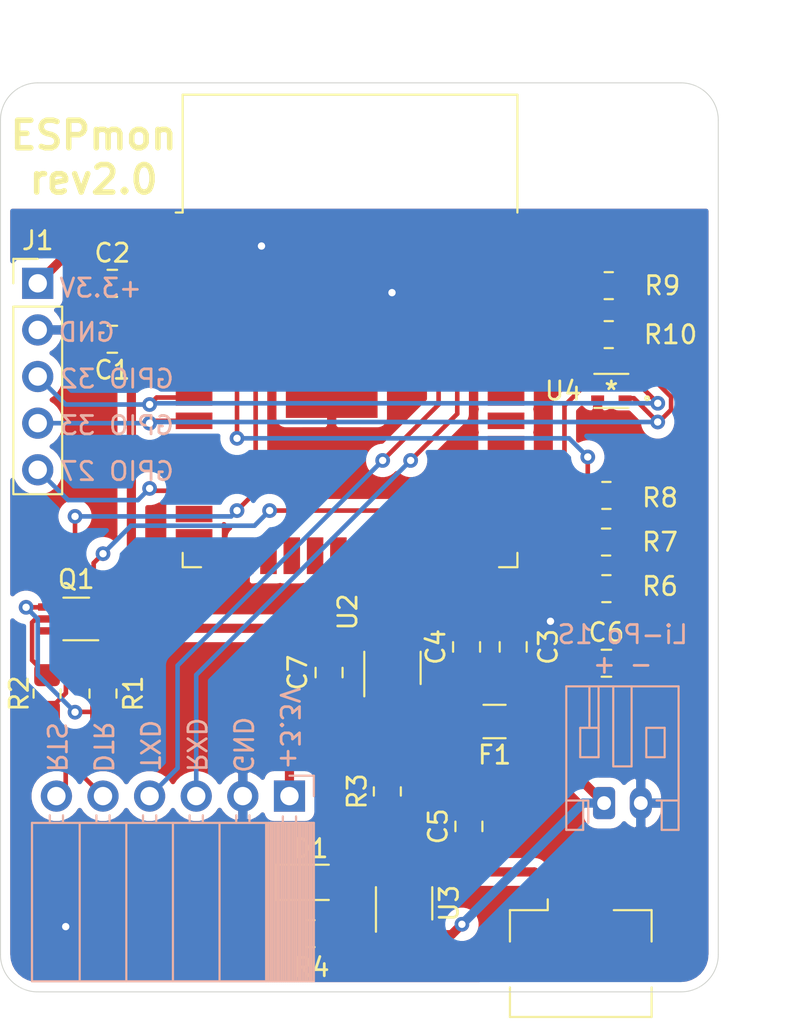
<source format=kicad_pcb>
(kicad_pcb (version 20171130) (host pcbnew 5.1.10)

  (general
    (thickness 1.6)
    (drawings 21)
    (tracks 207)
    (zones 0)
    (modules 27)
    (nets 52)
  )

  (page A4)
  (layers
    (0 F.Cu signal)
    (31 B.Cu signal hide)
    (32 B.Adhes user hide)
    (33 F.Adhes user)
    (34 B.Paste user hide)
    (35 F.Paste user)
    (36 B.SilkS user)
    (37 F.SilkS user)
    (38 B.Mask user hide)
    (39 F.Mask user)
    (40 Dwgs.User user hide)
    (41 Cmts.User user hide)
    (42 Eco1.User user hide)
    (43 Eco2.User user hide)
    (44 Edge.Cuts user)
    (45 Margin user hide)
    (46 B.CrtYd user)
    (47 F.CrtYd user)
    (48 B.Fab user hide)
    (49 F.Fab user hide)
  )

  (setup
    (last_trace_width 0.25)
    (user_trace_width 0.25)
    (user_trace_width 0.5)
    (user_trace_width 0.75)
    (user_trace_width 1)
    (trace_clearance 0.2)
    (zone_clearance 0.508)
    (zone_45_only no)
    (trace_min 0.2)
    (via_size 0.8)
    (via_drill 0.4)
    (via_min_size 0.4)
    (via_min_drill 0.3)
    (uvia_size 0.3)
    (uvia_drill 0.1)
    (uvias_allowed no)
    (uvia_min_size 0.2)
    (uvia_min_drill 0.1)
    (edge_width 0.05)
    (segment_width 0.2)
    (pcb_text_width 0.3)
    (pcb_text_size 1.5 1.5)
    (mod_edge_width 0.12)
    (mod_text_size 1 1)
    (mod_text_width 0.15)
    (pad_size 1.524 1.524)
    (pad_drill 0.762)
    (pad_to_mask_clearance 0)
    (aux_axis_origin 0 0)
    (visible_elements FFFFFF7F)
    (pcbplotparams
      (layerselection 0x010fc_ffffffff)
      (usegerberextensions false)
      (usegerberattributes true)
      (usegerberadvancedattributes true)
      (creategerberjobfile true)
      (excludeedgelayer true)
      (linewidth 0.100000)
      (plotframeref false)
      (viasonmask false)
      (mode 1)
      (useauxorigin false)
      (hpglpennumber 1)
      (hpglpenspeed 20)
      (hpglpendiameter 15.000000)
      (psnegative false)
      (psa4output false)
      (plotreference true)
      (plotvalue true)
      (plotinvisibletext false)
      (padsonsilk false)
      (subtractmaskfromsilk false)
      (outputformat 1)
      (mirror false)
      (drillshape 0)
      (scaleselection 1)
      (outputdirectory "gerber"))
  )

  (net 0 "")
  (net 1 GND)
  (net 2 +3V3)
  (net 3 "Net-(C3-Pad1)")
  (net 4 VCC)
  (net 5 +BATT)
  (net 6 "Net-(D1-Pad1)")
  (net 7 /IO33)
  (net 8 /IO32)
  (net 9 /RTS)
  (net 10 /DTR)
  (net 11 /TXD)
  (net 12 /RXD)
  (net 13 "Net-(J4-Pad4)")
  (net 14 "Net-(J4-Pad3)")
  (net 15 "Net-(J4-Pad2)")
  (net 16 /EN)
  (net 17 "Net-(Q1-Pad2)")
  (net 18 "Net-(Q1-Pad5)")
  (net 19 /IO0)
  (net 20 "Net-(R6-Pad2)")
  (net 21 /IO23)
  (net 22 /IO22)
  (net 23 "Net-(U1-Pad33)")
  (net 24 "Net-(U1-Pad32)")
  (net 25 "Net-(U1-Pad31)")
  (net 26 "Net-(U1-Pad30)")
  (net 27 "Net-(U1-Pad29)")
  (net 28 "Net-(U1-Pad28)")
  (net 29 "Net-(U1-Pad27)")
  (net 30 "Net-(U1-Pad26)")
  (net 31 "Net-(U1-Pad24)")
  (net 32 "Net-(U1-Pad23)")
  (net 33 "Net-(U1-Pad22)")
  (net 34 "Net-(U1-Pad21)")
  (net 35 "Net-(U1-Pad20)")
  (net 36 "Net-(U1-Pad19)")
  (net 37 "Net-(U1-Pad18)")
  (net 38 "Net-(U1-Pad17)")
  (net 39 "Net-(U1-Pad16)")
  (net 40 "Net-(U1-Pad14)")
  (net 41 "Net-(U1-Pad13)")
  (net 42 "Net-(U1-Pad11)")
  (net 43 "Net-(U1-Pad10)")
  (net 44 "Net-(U1-Pad7)")
  (net 45 /IO34)
  (net 46 "Net-(U1-Pad5)")
  (net 47 "Net-(U1-Pad4)")
  (net 48 /IO27)
  (net 49 "Net-(R3-Pad1)")
  (net 50 "Net-(R4-Pad2)")
  (net 51 "Net-(U2-Pad4)")

  (net_class Default "This is the default net class."
    (clearance 0.2)
    (trace_width 0.25)
    (via_dia 0.8)
    (via_drill 0.4)
    (uvia_dia 0.3)
    (uvia_drill 0.1)
    (add_net +3V3)
    (add_net +BATT)
    (add_net /DTR)
    (add_net /EN)
    (add_net /IO0)
    (add_net /IO22)
    (add_net /IO23)
    (add_net /IO27)
    (add_net /IO32)
    (add_net /IO33)
    (add_net /IO34)
    (add_net /RTS)
    (add_net /RXD)
    (add_net /TXD)
    (add_net GND)
    (add_net "Net-(C3-Pad1)")
    (add_net "Net-(D1-Pad1)")
    (add_net "Net-(J4-Pad2)")
    (add_net "Net-(J4-Pad3)")
    (add_net "Net-(J4-Pad4)")
    (add_net "Net-(Q1-Pad2)")
    (add_net "Net-(Q1-Pad5)")
    (add_net "Net-(R3-Pad1)")
    (add_net "Net-(R4-Pad2)")
    (add_net "Net-(R6-Pad2)")
    (add_net "Net-(U1-Pad10)")
    (add_net "Net-(U1-Pad11)")
    (add_net "Net-(U1-Pad13)")
    (add_net "Net-(U1-Pad14)")
    (add_net "Net-(U1-Pad16)")
    (add_net "Net-(U1-Pad17)")
    (add_net "Net-(U1-Pad18)")
    (add_net "Net-(U1-Pad19)")
    (add_net "Net-(U1-Pad20)")
    (add_net "Net-(U1-Pad21)")
    (add_net "Net-(U1-Pad22)")
    (add_net "Net-(U1-Pad23)")
    (add_net "Net-(U1-Pad24)")
    (add_net "Net-(U1-Pad26)")
    (add_net "Net-(U1-Pad27)")
    (add_net "Net-(U1-Pad28)")
    (add_net "Net-(U1-Pad29)")
    (add_net "Net-(U1-Pad30)")
    (add_net "Net-(U1-Pad31)")
    (add_net "Net-(U1-Pad32)")
    (add_net "Net-(U1-Pad33)")
    (add_net "Net-(U1-Pad4)")
    (add_net "Net-(U1-Pad5)")
    (add_net "Net-(U1-Pad7)")
    (add_net "Net-(U2-Pad4)")
    (add_net VCC)
  )

  (module Package_TO_SOT_SMD:SOT-363_SC-70-6_Handsoldering (layer F.Cu) (tedit 5A02FF57) (tstamp 61AE8212)
    (at 153.99 73.66 180)
    (descr "SOT-363, SC-70-6, Handsoldering")
    (tags "SOT-363 SC-70-6 Handsoldering")
    (path /61AE3395)
    (attr smd)
    (fp_text reference Q1 (at 0.0025 2.159) (layer F.SilkS)
      (effects (font (size 1 1) (thickness 0.15)))
    )
    (fp_text value MMDT3904 (at 0 2 180) (layer F.Fab)
      (effects (font (size 1 1) (thickness 0.15)))
    )
    (fp_text user %R (at 0 0 90) (layer F.Fab)
      (effects (font (size 0.5 0.5) (thickness 0.075)))
    )
    (fp_line (start -2.4 1.4) (end 2.4 1.4) (layer F.CrtYd) (width 0.05))
    (fp_line (start 0.7 -1.16) (end -1.2 -1.16) (layer F.SilkS) (width 0.12))
    (fp_line (start -0.7 1.16) (end 0.7 1.16) (layer F.SilkS) (width 0.12))
    (fp_line (start 2.4 1.4) (end 2.4 -1.4) (layer F.CrtYd) (width 0.05))
    (fp_line (start -2.4 -1.4) (end -2.4 1.4) (layer F.CrtYd) (width 0.05))
    (fp_line (start -2.4 -1.4) (end 2.4 -1.4) (layer F.CrtYd) (width 0.05))
    (fp_line (start 0.675 -1.1) (end -0.175 -1.1) (layer F.Fab) (width 0.1))
    (fp_line (start -0.675 -0.6) (end -0.675 1.1) (layer F.Fab) (width 0.1))
    (fp_line (start 0.675 -1.1) (end 0.675 1.1) (layer F.Fab) (width 0.1))
    (fp_line (start 0.675 1.1) (end -0.675 1.1) (layer F.Fab) (width 0.1))
    (fp_line (start -0.175 -1.1) (end -0.675 -0.6) (layer F.Fab) (width 0.1))
    (pad 6 smd rect (at 1.33 -0.65 180) (size 1.5 0.4) (layers F.Cu F.Paste F.Mask)
      (net 16 /EN))
    (pad 5 smd rect (at 1.33 0 180) (size 1.5 0.4) (layers F.Cu F.Paste F.Mask)
      (net 18 "Net-(Q1-Pad5)"))
    (pad 4 smd rect (at 1.33 0.65 180) (size 1.5 0.4) (layers F.Cu F.Paste F.Mask)
      (net 10 /DTR))
    (pad 3 smd rect (at -1.33 0.65 180) (size 1.5 0.4) (layers F.Cu F.Paste F.Mask)
      (net 19 /IO0))
    (pad 2 smd rect (at -1.33 0 180) (size 1.5 0.4) (layers F.Cu F.Paste F.Mask)
      (net 17 "Net-(Q1-Pad2)"))
    (pad 1 smd rect (at -1.33 -0.65 180) (size 1.5 0.4) (layers F.Cu F.Paste F.Mask)
      (net 9 /RTS))
    (model ${KISYS3DMOD}/Package_TO_SOT_SMD.3dshapes/SOT-363_SC-70-6.wrl
      (at (xyz 0 0 0))
      (scale (xyz 1 1 1))
      (rotate (xyz 0 0 0))
    )
  )

  (module SHT40:SHT40-AD1B-R2 (layer F.Cu) (tedit 61B13BAA) (tstamp 61B1A7A6)
    (at 183.1491 61.232999 180)
    (path /61DA41C2)
    (fp_text reference U4 (at 2.6186 0) (layer F.SilkS)
      (effects (font (size 1 1) (thickness 0.15)))
    )
    (fp_text value SHT40-AD1B-R2 (at -1.4454 -2.711501) (layer F.SilkS) hide
      (effects (font (size 1 1) (thickness 0.15)))
    )
    (fp_text user 0.031in/0.8mm (at -3.7949 0) (layer Dwgs.User)
      (effects (font (size 1 1) (thickness 0.15)))
    )
    (fp_text user 0.012in/0.306mm (at 3.7949 -0.4) (layer Dwgs.User)
      (effects (font (size 1 1) (thickness 0.15)))
    )
    (fp_text user 0.059in/1.494mm (at 0 -3.2131) (layer Dwgs.User)
      (effects (font (size 1 1) (thickness 0.15)))
    )
    (fp_text user 0.028in/0.706mm (at -0.7469 2.5781) (layer Dwgs.User)
      (effects (font (size 1 1) (thickness 0.15)))
    )
    (fp_text user 0.043in/1.092mm (at 3.2131 0) (layer Dwgs.User)
      (effects (font (size 1 1) (thickness 0.15)))
    )
    (fp_text user 0.02in/0.508mm (at 0 3.8481) (layer Dwgs.User)
      (effects (font (size 1 1) (thickness 0.15)))
    )
    (fp_text user * (at 0 0) (layer F.Fab)
      (effects (font (size 1 1) (thickness 0.15)))
    )
    (fp_text user * (at 0 0) (layer F.SilkS)
      (effects (font (size 1 1) (thickness 0.15)))
    )
    (fp_text user "Copyright 2021 Accelerated Designs. All rights reserved." (at 0 0) (layer Cmts.User)
      (effects (font (size 0.127 0.127) (thickness 0.002)))
    )
    (fp_circle (center -0.3937 -0.4) (end -0.3175 -0.4) (layer F.Fab) (width 0.1))
    (fp_circle (center -1.950899 -0.4) (end -1.849299 -0.4) (layer F.SilkS) (width 0.12))
    (fp_circle (center -1.601699 -0.4) (end -1.525499 -0.4) (layer F.CrtYd) (width 0.05))
    (fp_line (start -1.0541 0.8068) (end -1.354099 0.8068) (layer F.CrtYd) (width 0.05))
    (fp_line (start -1.0541 1.0541) (end -1.0541 0.8068) (layer F.CrtYd) (width 0.05))
    (fp_line (start 1.0541 1.0541) (end -1.0541 1.0541) (layer F.CrtYd) (width 0.05))
    (fp_line (start 1.0541 0.8068) (end 1.0541 1.0541) (layer F.CrtYd) (width 0.05))
    (fp_line (start 1.354099 0.8068) (end 1.0541 0.8068) (layer F.CrtYd) (width 0.05))
    (fp_line (start 1.354099 -0.8068) (end 1.354099 0.8068) (layer F.CrtYd) (width 0.05))
    (fp_line (start 1.0541 -0.8068) (end 1.354099 -0.8068) (layer F.CrtYd) (width 0.05))
    (fp_line (start 1.0541 -1.0541) (end 1.0541 -0.8068) (layer F.CrtYd) (width 0.05))
    (fp_line (start -1.0541 -1.0541) (end 1.0541 -1.0541) (layer F.CrtYd) (width 0.05))
    (fp_line (start -1.0541 -0.8068) (end -1.0541 -1.0541) (layer F.CrtYd) (width 0.05))
    (fp_line (start -1.354099 -0.8068) (end -1.0541 -0.8068) (layer F.CrtYd) (width 0.05))
    (fp_line (start -1.354099 0.8068) (end -1.354099 -0.8068) (layer F.CrtYd) (width 0.05))
    (fp_line (start -0.8001 -0.8001) (end -0.8001 0.8001) (layer F.Fab) (width 0.1))
    (fp_line (start 0.8001 -0.8001) (end -0.8001 -0.8001) (layer F.Fab) (width 0.1))
    (fp_line (start 0.8001 0.8001) (end 0.8001 -0.8001) (layer F.Fab) (width 0.1))
    (fp_line (start -0.8001 0.8001) (end 0.8001 0.8001) (layer F.Fab) (width 0.1))
    (fp_line (start 0.9271 -0.9271) (end -0.9271 -0.9271) (layer F.SilkS) (width 0.12))
    (fp_line (start -0.9271 0.9271) (end 0.9271 0.9271) (layer F.SilkS) (width 0.12))
    (pad 4 smd rect (at 0.7469 -0.399999 180) (size 0.706399 0.3056) (layers F.Cu F.Paste F.Mask)
      (net 1 GND))
    (pad 3 smd rect (at 0.7469 0.399999 180) (size 0.706399 0.3056) (layers F.Cu F.Paste F.Mask)
      (net 2 +3V3))
    (pad 2 smd rect (at -0.7469 0.399999 180) (size 0.706399 0.3056) (layers F.Cu F.Paste F.Mask)
      (net 8 /IO32))
    (pad 1 smd rect (at -0.7469 -0.399999 180) (size 0.706399 0.3056) (layers F.Cu F.Paste F.Mask)
      (net 7 /IO33))
  )

  (module Package_TO_SOT_SMD:TSOT-23-5_HandSoldering (layer F.Cu) (tedit 5A02FF57) (tstamp 61B1A77D)
    (at 171.831 89.154 90)
    (descr "5-pin TSOT23 package, http://cds.linear.com/docs/en/packaging/SOT_5_05-08-1635.pdf")
    (tags "TSOT-23-5 Hand-soldering")
    (path /61C4A6B8)
    (attr smd)
    (fp_text reference U3 (at 0 2.4765 90) (layer F.SilkS)
      (effects (font (size 1 1) (thickness 0.15)))
    )
    (fp_text value STC4054GR (at 0 2.5 90) (layer F.Fab)
      (effects (font (size 1 1) (thickness 0.15)))
    )
    (fp_text user %R (at 0 0) (layer F.Fab)
      (effects (font (size 0.5 0.5) (thickness 0.075)))
    )
    (fp_line (start -0.88 1.56) (end 0.88 1.56) (layer F.SilkS) (width 0.12))
    (fp_line (start 0.88 -1.51) (end -1.55 -1.51) (layer F.SilkS) (width 0.12))
    (fp_line (start -0.88 -1) (end -0.43 -1.45) (layer F.Fab) (width 0.1))
    (fp_line (start 0.88 -1.45) (end -0.43 -1.45) (layer F.Fab) (width 0.1))
    (fp_line (start -0.88 -1) (end -0.88 1.45) (layer F.Fab) (width 0.1))
    (fp_line (start 0.88 1.45) (end -0.88 1.45) (layer F.Fab) (width 0.1))
    (fp_line (start 0.88 -1.45) (end 0.88 1.45) (layer F.Fab) (width 0.1))
    (fp_line (start -2.96 -1.7) (end 2.96 -1.7) (layer F.CrtYd) (width 0.05))
    (fp_line (start -2.96 -1.7) (end -2.96 1.7) (layer F.CrtYd) (width 0.05))
    (fp_line (start 2.96 1.7) (end 2.96 -1.7) (layer F.CrtYd) (width 0.05))
    (fp_line (start 2.96 1.7) (end -2.96 1.7) (layer F.CrtYd) (width 0.05))
    (pad 5 smd rect (at 1.71 -0.95 90) (size 2 0.65) (layers F.Cu F.Paste F.Mask)
      (net 49 "Net-(R3-Pad1)"))
    (pad 4 smd rect (at 1.71 0.95 90) (size 2 0.65) (layers F.Cu F.Paste F.Mask)
      (net 4 VCC))
    (pad 3 smd rect (at -1.71 0.95 90) (size 2 0.65) (layers F.Cu F.Paste F.Mask)
      (net 5 +BATT))
    (pad 2 smd rect (at -1.71 0 90) (size 2 0.65) (layers F.Cu F.Paste F.Mask)
      (net 1 GND))
    (pad 1 smd rect (at -1.71 -0.95 90) (size 2 0.65) (layers F.Cu F.Paste F.Mask)
      (net 50 "Net-(R4-Pad2)"))
    (model ${KISYS3DMOD}/Package_TO_SOT_SMD.3dshapes/TSOT-23-5.wrl
      (at (xyz 0 0 0))
      (scale (xyz 1 1 1))
      (rotate (xyz 0 0 0))
    )
  )

  (module Package_TO_SOT_SMD:TSOT-23-5_HandSoldering (layer F.Cu) (tedit 5A02FF57) (tstamp 61B1A768)
    (at 171.196 76.327 90)
    (descr "5-pin TSOT23 package, http://cds.linear.com/docs/en/packaging/SOT_5_05-08-1635.pdf")
    (tags "TSOT-23-5 Hand-soldering")
    (path /61B49399)
    (attr smd)
    (fp_text reference U2 (at 3.048 -2.413 90) (layer F.SilkS)
      (effects (font (size 1 1) (thickness 0.15)))
    )
    (fp_text value RT9080-33GJ5 (at 0 2.5 90) (layer F.Fab)
      (effects (font (size 1 1) (thickness 0.15)))
    )
    (fp_text user %R (at 0 0) (layer F.Fab)
      (effects (font (size 0.5 0.5) (thickness 0.075)))
    )
    (fp_line (start -0.88 1.56) (end 0.88 1.56) (layer F.SilkS) (width 0.12))
    (fp_line (start 0.88 -1.51) (end -1.55 -1.51) (layer F.SilkS) (width 0.12))
    (fp_line (start -0.88 -1) (end -0.43 -1.45) (layer F.Fab) (width 0.1))
    (fp_line (start 0.88 -1.45) (end -0.43 -1.45) (layer F.Fab) (width 0.1))
    (fp_line (start -0.88 -1) (end -0.88 1.45) (layer F.Fab) (width 0.1))
    (fp_line (start 0.88 1.45) (end -0.88 1.45) (layer F.Fab) (width 0.1))
    (fp_line (start 0.88 -1.45) (end 0.88 1.45) (layer F.Fab) (width 0.1))
    (fp_line (start -2.96 -1.7) (end 2.96 -1.7) (layer F.CrtYd) (width 0.05))
    (fp_line (start -2.96 -1.7) (end -2.96 1.7) (layer F.CrtYd) (width 0.05))
    (fp_line (start 2.96 1.7) (end 2.96 -1.7) (layer F.CrtYd) (width 0.05))
    (fp_line (start 2.96 1.7) (end -2.96 1.7) (layer F.CrtYd) (width 0.05))
    (pad 5 smd rect (at 1.71 -0.95 90) (size 2 0.65) (layers F.Cu F.Paste F.Mask)
      (net 2 +3V3))
    (pad 4 smd rect (at 1.71 0.95 90) (size 2 0.65) (layers F.Cu F.Paste F.Mask)
      (net 51 "Net-(U2-Pad4)"))
    (pad 3 smd rect (at -1.71 0.95 90) (size 2 0.65) (layers F.Cu F.Paste F.Mask)
      (net 3 "Net-(C3-Pad1)"))
    (pad 2 smd rect (at -1.71 0 90) (size 2 0.65) (layers F.Cu F.Paste F.Mask)
      (net 1 GND))
    (pad 1 smd rect (at -1.71 -0.95 90) (size 2 0.65) (layers F.Cu F.Paste F.Mask)
      (net 3 "Net-(C3-Pad1)"))
    (model ${KISYS3DMOD}/Package_TO_SOT_SMD.3dshapes/TSOT-23-5.wrl
      (at (xyz 0 0 0))
      (scale (xyz 1 1 1))
      (rotate (xyz 0 0 0))
    )
  )

  (module Resistor_SMD:R_0805_2012Metric_Pad1.20x1.40mm_HandSolder (layer F.Cu) (tedit 5F68FEEE) (tstamp 61B1A677)
    (at 183.007 58.166)
    (descr "Resistor SMD 0805 (2012 Metric), square (rectangular) end terminal, IPC_7351 nominal with elongated pad for handsoldering. (Body size source: IPC-SM-782 page 72, https://www.pcb-3d.com/wordpress/wp-content/uploads/ipc-sm-782a_amendment_1_and_2.pdf), generated with kicad-footprint-generator")
    (tags "resistor handsolder")
    (path /61DDF463)
    (attr smd)
    (fp_text reference R10 (at 3.3655 0) (layer F.SilkS)
      (effects (font (size 1 1) (thickness 0.15)))
    )
    (fp_text value 10k (at 0 1.65) (layer F.Fab)
      (effects (font (size 1 1) (thickness 0.15)))
    )
    (fp_text user %R (at 0 0) (layer F.Fab)
      (effects (font (size 0.5 0.5) (thickness 0.08)))
    )
    (fp_line (start -1 0.625) (end -1 -0.625) (layer F.Fab) (width 0.1))
    (fp_line (start -1 -0.625) (end 1 -0.625) (layer F.Fab) (width 0.1))
    (fp_line (start 1 -0.625) (end 1 0.625) (layer F.Fab) (width 0.1))
    (fp_line (start 1 0.625) (end -1 0.625) (layer F.Fab) (width 0.1))
    (fp_line (start -0.227064 -0.735) (end 0.227064 -0.735) (layer F.SilkS) (width 0.12))
    (fp_line (start -0.227064 0.735) (end 0.227064 0.735) (layer F.SilkS) (width 0.12))
    (fp_line (start -1.85 0.95) (end -1.85 -0.95) (layer F.CrtYd) (width 0.05))
    (fp_line (start -1.85 -0.95) (end 1.85 -0.95) (layer F.CrtYd) (width 0.05))
    (fp_line (start 1.85 -0.95) (end 1.85 0.95) (layer F.CrtYd) (width 0.05))
    (fp_line (start 1.85 0.95) (end -1.85 0.95) (layer F.CrtYd) (width 0.05))
    (pad 2 smd roundrect (at 1 0) (size 1.2 1.4) (layers F.Cu F.Paste F.Mask) (roundrect_rratio 0.208333)
      (net 8 /IO32))
    (pad 1 smd roundrect (at -1 0) (size 1.2 1.4) (layers F.Cu F.Paste F.Mask) (roundrect_rratio 0.208333)
      (net 2 +3V3))
    (model ${KISYS3DMOD}/Resistor_SMD.3dshapes/R_0805_2012Metric.wrl
      (at (xyz 0 0 0))
      (scale (xyz 1 1 1))
      (rotate (xyz 0 0 0))
    )
  )

  (module Resistor_SMD:R_0805_2012Metric_Pad1.20x1.40mm_HandSolder (layer F.Cu) (tedit 5F68FEEE) (tstamp 61B1A666)
    (at 183.007 55.499)
    (descr "Resistor SMD 0805 (2012 Metric), square (rectangular) end terminal, IPC_7351 nominal with elongated pad for handsoldering. (Body size source: IPC-SM-782 page 72, https://www.pcb-3d.com/wordpress/wp-content/uploads/ipc-sm-782a_amendment_1_and_2.pdf), generated with kicad-footprint-generator")
    (tags "resistor handsolder")
    (path /61DDEF42)
    (attr smd)
    (fp_text reference R9 (at 2.921 0) (layer F.SilkS)
      (effects (font (size 1 1) (thickness 0.15)))
    )
    (fp_text value 10k (at 0 1.65) (layer F.Fab)
      (effects (font (size 1 1) (thickness 0.15)))
    )
    (fp_text user %R (at 0 0) (layer F.Fab)
      (effects (font (size 0.5 0.5) (thickness 0.08)))
    )
    (fp_line (start -1 0.625) (end -1 -0.625) (layer F.Fab) (width 0.1))
    (fp_line (start -1 -0.625) (end 1 -0.625) (layer F.Fab) (width 0.1))
    (fp_line (start 1 -0.625) (end 1 0.625) (layer F.Fab) (width 0.1))
    (fp_line (start 1 0.625) (end -1 0.625) (layer F.Fab) (width 0.1))
    (fp_line (start -0.227064 -0.735) (end 0.227064 -0.735) (layer F.SilkS) (width 0.12))
    (fp_line (start -0.227064 0.735) (end 0.227064 0.735) (layer F.SilkS) (width 0.12))
    (fp_line (start -1.85 0.95) (end -1.85 -0.95) (layer F.CrtYd) (width 0.05))
    (fp_line (start -1.85 -0.95) (end 1.85 -0.95) (layer F.CrtYd) (width 0.05))
    (fp_line (start 1.85 -0.95) (end 1.85 0.95) (layer F.CrtYd) (width 0.05))
    (fp_line (start 1.85 0.95) (end -1.85 0.95) (layer F.CrtYd) (width 0.05))
    (pad 2 smd roundrect (at 1 0) (size 1.2 1.4) (layers F.Cu F.Paste F.Mask) (roundrect_rratio 0.208333)
      (net 7 /IO33))
    (pad 1 smd roundrect (at -1 0) (size 1.2 1.4) (layers F.Cu F.Paste F.Mask) (roundrect_rratio 0.208333)
      (net 2 +3V3))
    (model ${KISYS3DMOD}/Resistor_SMD.3dshapes/R_0805_2012Metric.wrl
      (at (xyz 0 0 0))
      (scale (xyz 1 1 1))
      (rotate (xyz 0 0 0))
    )
  )

  (module Connector_PinHeader_2.54mm:PinHeader_1x05_P2.54mm_Vertical (layer F.Cu) (tedit 59FED5CC) (tstamp 61AE815A)
    (at 151.892 55.372)
    (descr "Through hole straight pin header, 1x05, 2.54mm pitch, single row")
    (tags "Through hole pin header THT 1x05 2.54mm single row")
    (path /61B57E99)
    (fp_text reference J1 (at 0 -2.33) (layer F.SilkS)
      (effects (font (size 1 1) (thickness 0.15)))
    )
    (fp_text value I2C (at 0 12.49) (layer F.Fab)
      (effects (font (size 1 1) (thickness 0.15)))
    )
    (fp_text user %R (at 0 5.08 90) (layer F.Fab)
      (effects (font (size 1 1) (thickness 0.15)))
    )
    (fp_line (start -0.635 -1.27) (end 1.27 -1.27) (layer F.Fab) (width 0.1))
    (fp_line (start 1.27 -1.27) (end 1.27 11.43) (layer F.Fab) (width 0.1))
    (fp_line (start 1.27 11.43) (end -1.27 11.43) (layer F.Fab) (width 0.1))
    (fp_line (start -1.27 11.43) (end -1.27 -0.635) (layer F.Fab) (width 0.1))
    (fp_line (start -1.27 -0.635) (end -0.635 -1.27) (layer F.Fab) (width 0.1))
    (fp_line (start -1.33 11.49) (end 1.33 11.49) (layer F.SilkS) (width 0.12))
    (fp_line (start -1.33 1.27) (end -1.33 11.49) (layer F.SilkS) (width 0.12))
    (fp_line (start 1.33 1.27) (end 1.33 11.49) (layer F.SilkS) (width 0.12))
    (fp_line (start -1.33 1.27) (end 1.33 1.27) (layer F.SilkS) (width 0.12))
    (fp_line (start -1.33 0) (end -1.33 -1.33) (layer F.SilkS) (width 0.12))
    (fp_line (start -1.33 -1.33) (end 0 -1.33) (layer F.SilkS) (width 0.12))
    (fp_line (start -1.8 -1.8) (end -1.8 11.95) (layer F.CrtYd) (width 0.05))
    (fp_line (start -1.8 11.95) (end 1.8 11.95) (layer F.CrtYd) (width 0.05))
    (fp_line (start 1.8 11.95) (end 1.8 -1.8) (layer F.CrtYd) (width 0.05))
    (fp_line (start 1.8 -1.8) (end -1.8 -1.8) (layer F.CrtYd) (width 0.05))
    (pad 5 thru_hole oval (at 0 10.16) (size 1.7 1.7) (drill 1) (layers *.Cu *.Mask)
      (net 48 /IO27))
    (pad 4 thru_hole oval (at 0 7.62) (size 1.7 1.7) (drill 1) (layers *.Cu *.Mask)
      (net 7 /IO33))
    (pad 3 thru_hole oval (at 0 5.08) (size 1.7 1.7) (drill 1) (layers *.Cu *.Mask)
      (net 8 /IO32))
    (pad 2 thru_hole oval (at 0 2.54) (size 1.7 1.7) (drill 1) (layers *.Cu *.Mask)
      (net 1 GND))
    (pad 1 thru_hole rect (at 0 0) (size 1.7 1.7) (drill 1) (layers *.Cu *.Mask)
      (net 2 +3V3))
    (model ${KISYS3DMOD}/Connector_PinHeader_2.54mm.3dshapes/PinHeader_1x05_P2.54mm_Vertical.wrl
      (at (xyz 0 0 0))
      (scale (xyz 1 1 1))
      (rotate (xyz 0 0 0))
    )
  )

  (module Capacitor_SMD:C_0805_2012Metric_Pad1.18x1.45mm_HandSolder (layer F.Cu) (tedit 5F68FEEF) (tstamp 61B1A3EF)
    (at 167.767 76.581 270)
    (descr "Capacitor SMD 0805 (2012 Metric), square (rectangular) end terminal, IPC_7351 nominal with elongated pad for handsoldering. (Body size source: IPC-SM-782 page 76, https://www.pcb-3d.com/wordpress/wp-content/uploads/ipc-sm-782a_amendment_1_and_2.pdf, https://docs.google.com/spreadsheets/d/1BsfQQcO9C6DZCsRaXUlFlo91Tg2WpOkGARC1WS5S8t0/edit?usp=sharing), generated with kicad-footprint-generator")
    (tags "capacitor handsolder")
    (path /61DD24F8)
    (attr smd)
    (fp_text reference C7 (at 0 1.7145 90) (layer F.SilkS)
      (effects (font (size 1 1) (thickness 0.15)))
    )
    (fp_text value 100n (at 0 1.68 90) (layer F.Fab)
      (effects (font (size 1 1) (thickness 0.15)))
    )
    (fp_text user %R (at 0 0 90) (layer F.Fab)
      (effects (font (size 0.5 0.5) (thickness 0.08)))
    )
    (fp_line (start -1 0.625) (end -1 -0.625) (layer F.Fab) (width 0.1))
    (fp_line (start -1 -0.625) (end 1 -0.625) (layer F.Fab) (width 0.1))
    (fp_line (start 1 -0.625) (end 1 0.625) (layer F.Fab) (width 0.1))
    (fp_line (start 1 0.625) (end -1 0.625) (layer F.Fab) (width 0.1))
    (fp_line (start -0.261252 -0.735) (end 0.261252 -0.735) (layer F.SilkS) (width 0.12))
    (fp_line (start -0.261252 0.735) (end 0.261252 0.735) (layer F.SilkS) (width 0.12))
    (fp_line (start -1.88 0.98) (end -1.88 -0.98) (layer F.CrtYd) (width 0.05))
    (fp_line (start -1.88 -0.98) (end 1.88 -0.98) (layer F.CrtYd) (width 0.05))
    (fp_line (start 1.88 -0.98) (end 1.88 0.98) (layer F.CrtYd) (width 0.05))
    (fp_line (start 1.88 0.98) (end -1.88 0.98) (layer F.CrtYd) (width 0.05))
    (pad 2 smd roundrect (at 1.0375 0 270) (size 1.175 1.45) (layers F.Cu F.Paste F.Mask) (roundrect_rratio 0.212766)
      (net 1 GND))
    (pad 1 smd roundrect (at -1.0375 0 270) (size 1.175 1.45) (layers F.Cu F.Paste F.Mask) (roundrect_rratio 0.212766)
      (net 2 +3V3))
    (model ${KISYS3DMOD}/Capacitor_SMD.3dshapes/C_0805_2012Metric.wrl
      (at (xyz 0 0 0))
      (scale (xyz 1 1 1))
      (rotate (xyz 0 0 0))
    )
  )

  (module Connector_USB:USB_Micro-B_Amphenol_10104110_Horizontal (layer F.Cu) (tedit 5E5842A1) (tstamp 61AE81FC)
    (at 181.483 91.186)
    (descr "USB Micro-B, horizontal, https://cdn.amphenol-icc.com/media/wysiwyg/files/drawing/10104110.pdf")
    (tags "USB Micro B horizontal")
    (path /61C998BF)
    (attr smd)
    (fp_text reference J4 (at 0 -3.55) (layer F.SilkS) hide
      (effects (font (size 1 1) (thickness 0.15)))
    )
    (fp_text value USB_B_Micro (at 0 5.35) (layer F.Fab)
      (effects (font (size 1 1) (thickness 0.15)))
    )
    (fp_line (start 5.4 -2.75) (end -5.4 -2.75) (layer F.CrtYd) (width 0.05))
    (fp_line (start 5.4 4.55) (end 5.4 -2.75) (layer F.CrtYd) (width 0.05))
    (fp_line (start -5.4 4.55) (end 5.4 4.55) (layer F.CrtYd) (width 0.05))
    (fp_line (start -5.4 -2.75) (end -5.4 4.55) (layer F.CrtYd) (width 0.05))
    (fp_line (start -1.8 -1.66) (end -1.8 -2.25) (layer F.SilkS) (width 0.12))
    (fp_line (start 3.86 4.16) (end 3.86 2.55) (layer F.SilkS) (width 0.12))
    (fp_line (start -3.86 4.16) (end 3.86 4.16) (layer F.SilkS) (width 0.12))
    (fp_line (start -2.6 2.75) (end 2.6 2.75) (layer F.Fab) (width 0.1))
    (fp_line (start -3.75 -1.55) (end 3.75 -1.55) (layer F.Fab) (width 0.1))
    (fp_line (start 3.75 -1.55) (end 3.75 4.05) (layer F.Fab) (width 0.1))
    (fp_line (start 3.75 4.05) (end -3.75 4.05) (layer F.Fab) (width 0.1))
    (fp_line (start -3.75 4.05) (end -3.75 -1.55) (layer F.Fab) (width 0.1))
    (fp_line (start -1.7 -2.25) (end -1.3 -1.85) (layer F.Fab) (width 0.1))
    (fp_line (start -0.9 -2.25) (end -1.7 -2.25) (layer F.Fab) (width 0.1))
    (fp_line (start -1.3 -1.85) (end -0.9 -2.25) (layer F.Fab) (width 0.1))
    (fp_line (start -3.86 0.05) (end -3.86 -1.66) (layer F.SilkS) (width 0.12))
    (fp_line (start -3.86 -1.66) (end -1.8 -1.66) (layer F.SilkS) (width 0.12))
    (fp_line (start 3.86 0.05) (end 3.86 -1.66) (layer F.SilkS) (width 0.12))
    (fp_line (start 3.86 -1.66) (end 1.8 -1.66) (layer F.SilkS) (width 0.12))
    (fp_line (start -3.86 4.16) (end -3.86 2.55) (layer F.SilkS) (width 0.12))
    (fp_text user "PCB edge" (at 0 2.75) (layer Dwgs.User)
      (effects (font (size 0.5 0.5) (thickness 0.08)))
    )
    (fp_text user %R (at 0 -0.2) (layer F.Fab)
      (effects (font (size 1 1) (thickness 0.15)))
    )
    (pad 1 smd rect (at -1.3 -1.55) (size 0.4 1.4) (layers F.Cu F.Paste F.Mask)
      (net 4 VCC))
    (pad 2 smd rect (at -0.65 -1.55) (size 0.4 1.4) (layers F.Cu F.Paste F.Mask)
      (net 15 "Net-(J4-Pad2)"))
    (pad 3 smd rect (at 0 -1.55) (size 0.4 1.4) (layers F.Cu F.Paste F.Mask)
      (net 14 "Net-(J4-Pad3)"))
    (pad 4 smd rect (at 0.65 -1.55) (size 0.4 1.4) (layers F.Cu F.Paste F.Mask)
      (net 13 "Net-(J4-Pad4)"))
    (pad 5 smd rect (at 1.3 -1.55) (size 0.4 1.4) (layers F.Cu F.Paste F.Mask)
      (net 1 GND))
    (pad 6 smd rect (at -3.75 1.3) (size 2.3 1.9) (layers F.Cu F.Paste F.Mask)
      (net 1 GND))
    (pad 6 smd rect (at 3.75 1.3) (size 2.3 1.9) (layers F.Cu F.Paste F.Mask)
      (net 1 GND))
    (pad 6 smd rect (at -1.15 1.3) (size 1.8 1.9) (layers F.Cu F.Paste F.Mask)
      (net 1 GND))
    (pad 6 smd rect (at 1.15 1.3) (size 1.8 1.9) (layers F.Cu F.Paste F.Mask)
      (net 1 GND))
    (model ${KISYS3DMOD}/Connector_USB.3dshapes/USB_Micro-B_Amphenol_10104110_Horizontal.wrl
      (at (xyz 0 0 0))
      (scale (xyz 1 1 1))
      (rotate (xyz 0 0 0))
    )
  )

  (module Connector_JST:JST_PH_S2B-PH-K_1x02_P2.00mm_Horizontal (layer B.Cu) (tedit 5B7745C6) (tstamp 61AE81CD)
    (at 182.753 83.693)
    (descr "JST PH series connector, S2B-PH-K (http://www.jst-mfg.com/product/pdf/eng/ePH.pdf), generated with kicad-footprint-generator")
    (tags "connector JST PH top entry")
    (path /61C61B12)
    (fp_text reference J3 (at 1 2.55) (layer B.SilkS) hide
      (effects (font (size 1 1) (thickness 0.15)) (justify mirror))
    )
    (fp_text value BAT (at 1 -7.45) (layer B.Fab)
      (effects (font (size 1 1) (thickness 0.15)) (justify mirror))
    )
    (fp_line (start 0.5 -1.375) (end 0 -0.875) (layer B.Fab) (width 0.1))
    (fp_line (start -0.5 -1.375) (end 0.5 -1.375) (layer B.Fab) (width 0.1))
    (fp_line (start 0 -0.875) (end -0.5 -1.375) (layer B.Fab) (width 0.1))
    (fp_line (start -0.86 -0.14) (end -0.86 1.075) (layer B.SilkS) (width 0.12))
    (fp_line (start 3.25 -0.25) (end -1.25 -0.25) (layer B.Fab) (width 0.1))
    (fp_line (start 3.25 1.35) (end 3.25 -0.25) (layer B.Fab) (width 0.1))
    (fp_line (start 3.95 1.35) (end 3.25 1.35) (layer B.Fab) (width 0.1))
    (fp_line (start 3.95 -6.25) (end 3.95 1.35) (layer B.Fab) (width 0.1))
    (fp_line (start -1.95 -6.25) (end 3.95 -6.25) (layer B.Fab) (width 0.1))
    (fp_line (start -1.95 1.35) (end -1.95 -6.25) (layer B.Fab) (width 0.1))
    (fp_line (start -1.25 1.35) (end -1.95 1.35) (layer B.Fab) (width 0.1))
    (fp_line (start -1.25 -0.25) (end -1.25 1.35) (layer B.Fab) (width 0.1))
    (fp_line (start 4.45 1.85) (end -2.45 1.85) (layer B.CrtYd) (width 0.05))
    (fp_line (start 4.45 -6.75) (end 4.45 1.85) (layer B.CrtYd) (width 0.05))
    (fp_line (start -2.45 -6.75) (end 4.45 -6.75) (layer B.CrtYd) (width 0.05))
    (fp_line (start -2.45 1.85) (end -2.45 -6.75) (layer B.CrtYd) (width 0.05))
    (fp_line (start -0.8 -4.1) (end -0.8 -6.36) (layer B.SilkS) (width 0.12))
    (fp_line (start -0.3 -4.1) (end -0.3 -6.36) (layer B.SilkS) (width 0.12))
    (fp_line (start 2.3 -2.5) (end 3.3 -2.5) (layer B.SilkS) (width 0.12))
    (fp_line (start 2.3 -4.1) (end 2.3 -2.5) (layer B.SilkS) (width 0.12))
    (fp_line (start 3.3 -4.1) (end 2.3 -4.1) (layer B.SilkS) (width 0.12))
    (fp_line (start 3.3 -2.5) (end 3.3 -4.1) (layer B.SilkS) (width 0.12))
    (fp_line (start -0.3 -2.5) (end -1.3 -2.5) (layer B.SilkS) (width 0.12))
    (fp_line (start -0.3 -4.1) (end -0.3 -2.5) (layer B.SilkS) (width 0.12))
    (fp_line (start -1.3 -4.1) (end -0.3 -4.1) (layer B.SilkS) (width 0.12))
    (fp_line (start -1.3 -2.5) (end -1.3 -4.1) (layer B.SilkS) (width 0.12))
    (fp_line (start 4.06 -0.14) (end 3.14 -0.14) (layer B.SilkS) (width 0.12))
    (fp_line (start -2.06 -0.14) (end -1.14 -0.14) (layer B.SilkS) (width 0.12))
    (fp_line (start 1.5 -2) (end 1.5 -6.36) (layer B.SilkS) (width 0.12))
    (fp_line (start 0.5 -2) (end 1.5 -2) (layer B.SilkS) (width 0.12))
    (fp_line (start 0.5 -6.36) (end 0.5 -2) (layer B.SilkS) (width 0.12))
    (fp_line (start 3.14 -0.14) (end 2.86 -0.14) (layer B.SilkS) (width 0.12))
    (fp_line (start 3.14 1.46) (end 3.14 -0.14) (layer B.SilkS) (width 0.12))
    (fp_line (start 4.06 1.46) (end 3.14 1.46) (layer B.SilkS) (width 0.12))
    (fp_line (start 4.06 -6.36) (end 4.06 1.46) (layer B.SilkS) (width 0.12))
    (fp_line (start -2.06 -6.36) (end 4.06 -6.36) (layer B.SilkS) (width 0.12))
    (fp_line (start -2.06 1.46) (end -2.06 -6.36) (layer B.SilkS) (width 0.12))
    (fp_line (start -1.14 1.46) (end -2.06 1.46) (layer B.SilkS) (width 0.12))
    (fp_line (start -1.14 -0.14) (end -1.14 1.46) (layer B.SilkS) (width 0.12))
    (fp_line (start -0.86 -0.14) (end -1.14 -0.14) (layer B.SilkS) (width 0.12))
    (fp_text user %R (at 1 -2.5) (layer B.Fab)
      (effects (font (size 1 1) (thickness 0.15)) (justify mirror))
    )
    (pad 2 thru_hole oval (at 2 0) (size 1.2 1.75) (drill 0.75) (layers *.Cu *.Mask)
      (net 1 GND))
    (pad 1 thru_hole roundrect (at 0 0) (size 1.2 1.75) (drill 0.75) (layers *.Cu *.Mask) (roundrect_rratio 0.208333)
      (net 5 +BATT))
    (model ${KISYS3DMOD}/Connector_JST.3dshapes/JST_PH_S2B-PH-K_1x02_P2.00mm_Horizontal.wrl
      (at (xyz 0 0 0))
      (scale (xyz 1 1 1))
      (rotate (xyz 0 0 0))
    )
  )

  (module Connector_PinSocket_2.54mm:PinSocket_1x06_P2.54mm_Horizontal (layer B.Cu) (tedit 5A19A42D) (tstamp 61AE81AC)
    (at 165.608 83.312 90)
    (descr "Through hole angled socket strip, 1x06, 2.54mm pitch, 8.51mm socket length, single row (from Kicad 4.0.7), script generated")
    (tags "Through hole angled socket strip THT 1x06 2.54mm single row")
    (path /61B59E37)
    (fp_text reference J2 (at -4.38 2.77 270) (layer B.SilkS) hide
      (effects (font (size 1 1) (thickness 0.15)) (justify mirror))
    )
    (fp_text value UART (at -4.38 -15.47 270) (layer B.Fab)
      (effects (font (size 1 1) (thickness 0.15)) (justify mirror))
    )
    (fp_line (start 1.75 -14.45) (end 1.75 1.8) (layer B.CrtYd) (width 0.05))
    (fp_line (start -10.55 -14.45) (end 1.75 -14.45) (layer B.CrtYd) (width 0.05))
    (fp_line (start -10.55 1.8) (end -10.55 -14.45) (layer B.CrtYd) (width 0.05))
    (fp_line (start 1.75 1.8) (end -10.55 1.8) (layer B.CrtYd) (width 0.05))
    (fp_line (start 0 1.33) (end 1.11 1.33) (layer B.SilkS) (width 0.12))
    (fp_line (start 1.11 1.33) (end 1.11 0) (layer B.SilkS) (width 0.12))
    (fp_line (start -10.09 1.33) (end -10.09 -14.03) (layer B.SilkS) (width 0.12))
    (fp_line (start -10.09 -14.03) (end -1.46 -14.03) (layer B.SilkS) (width 0.12))
    (fp_line (start -1.46 1.33) (end -1.46 -14.03) (layer B.SilkS) (width 0.12))
    (fp_line (start -10.09 1.33) (end -1.46 1.33) (layer B.SilkS) (width 0.12))
    (fp_line (start -10.09 -11.43) (end -1.46 -11.43) (layer B.SilkS) (width 0.12))
    (fp_line (start -10.09 -8.89) (end -1.46 -8.89) (layer B.SilkS) (width 0.12))
    (fp_line (start -10.09 -6.35) (end -1.46 -6.35) (layer B.SilkS) (width 0.12))
    (fp_line (start -10.09 -3.81) (end -1.46 -3.81) (layer B.SilkS) (width 0.12))
    (fp_line (start -10.09 -1.27) (end -1.46 -1.27) (layer B.SilkS) (width 0.12))
    (fp_line (start -1.46 -13.06) (end -1.05 -13.06) (layer B.SilkS) (width 0.12))
    (fp_line (start -1.46 -12.34) (end -1.05 -12.34) (layer B.SilkS) (width 0.12))
    (fp_line (start -1.46 -10.52) (end -1.05 -10.52) (layer B.SilkS) (width 0.12))
    (fp_line (start -1.46 -9.8) (end -1.05 -9.8) (layer B.SilkS) (width 0.12))
    (fp_line (start -1.46 -7.98) (end -1.05 -7.98) (layer B.SilkS) (width 0.12))
    (fp_line (start -1.46 -7.26) (end -1.05 -7.26) (layer B.SilkS) (width 0.12))
    (fp_line (start -1.46 -5.44) (end -1.05 -5.44) (layer B.SilkS) (width 0.12))
    (fp_line (start -1.46 -4.72) (end -1.05 -4.72) (layer B.SilkS) (width 0.12))
    (fp_line (start -1.46 -2.9) (end -1.05 -2.9) (layer B.SilkS) (width 0.12))
    (fp_line (start -1.46 -2.18) (end -1.05 -2.18) (layer B.SilkS) (width 0.12))
    (fp_line (start -1.46 -0.36) (end -1.11 -0.36) (layer B.SilkS) (width 0.12))
    (fp_line (start -1.46 0.36) (end -1.11 0.36) (layer B.SilkS) (width 0.12))
    (fp_line (start -10.09 -1.1519) (end -1.46 -1.1519) (layer B.SilkS) (width 0.12))
    (fp_line (start -10.09 -1.033805) (end -1.46 -1.033805) (layer B.SilkS) (width 0.12))
    (fp_line (start -10.09 -0.91571) (end -1.46 -0.91571) (layer B.SilkS) (width 0.12))
    (fp_line (start -10.09 -0.797615) (end -1.46 -0.797615) (layer B.SilkS) (width 0.12))
    (fp_line (start -10.09 -0.67952) (end -1.46 -0.67952) (layer B.SilkS) (width 0.12))
    (fp_line (start -10.09 -0.561425) (end -1.46 -0.561425) (layer B.SilkS) (width 0.12))
    (fp_line (start -10.09 -0.44333) (end -1.46 -0.44333) (layer B.SilkS) (width 0.12))
    (fp_line (start -10.09 -0.325235) (end -1.46 -0.325235) (layer B.SilkS) (width 0.12))
    (fp_line (start -10.09 -0.20714) (end -1.46 -0.20714) (layer B.SilkS) (width 0.12))
    (fp_line (start -10.09 -0.089045) (end -1.46 -0.089045) (layer B.SilkS) (width 0.12))
    (fp_line (start -10.09 0.02905) (end -1.46 0.02905) (layer B.SilkS) (width 0.12))
    (fp_line (start -10.09 0.147145) (end -1.46 0.147145) (layer B.SilkS) (width 0.12))
    (fp_line (start -10.09 0.26524) (end -1.46 0.26524) (layer B.SilkS) (width 0.12))
    (fp_line (start -10.09 0.383335) (end -1.46 0.383335) (layer B.SilkS) (width 0.12))
    (fp_line (start -10.09 0.50143) (end -1.46 0.50143) (layer B.SilkS) (width 0.12))
    (fp_line (start -10.09 0.619525) (end -1.46 0.619525) (layer B.SilkS) (width 0.12))
    (fp_line (start -10.09 0.73762) (end -1.46 0.73762) (layer B.SilkS) (width 0.12))
    (fp_line (start -10.09 0.855715) (end -1.46 0.855715) (layer B.SilkS) (width 0.12))
    (fp_line (start -10.09 0.97381) (end -1.46 0.97381) (layer B.SilkS) (width 0.12))
    (fp_line (start -10.09 1.091905) (end -1.46 1.091905) (layer B.SilkS) (width 0.12))
    (fp_line (start -10.09 1.21) (end -1.46 1.21) (layer B.SilkS) (width 0.12))
    (fp_line (start 0 -13) (end 0 -12.4) (layer B.Fab) (width 0.1))
    (fp_line (start -1.52 -13) (end 0 -13) (layer B.Fab) (width 0.1))
    (fp_line (start 0 -12.4) (end -1.52 -12.4) (layer B.Fab) (width 0.1))
    (fp_line (start 0 -10.46) (end 0 -9.86) (layer B.Fab) (width 0.1))
    (fp_line (start -1.52 -10.46) (end 0 -10.46) (layer B.Fab) (width 0.1))
    (fp_line (start 0 -9.86) (end -1.52 -9.86) (layer B.Fab) (width 0.1))
    (fp_line (start 0 -7.92) (end 0 -7.32) (layer B.Fab) (width 0.1))
    (fp_line (start -1.52 -7.92) (end 0 -7.92) (layer B.Fab) (width 0.1))
    (fp_line (start 0 -7.32) (end -1.52 -7.32) (layer B.Fab) (width 0.1))
    (fp_line (start 0 -5.38) (end 0 -4.78) (layer B.Fab) (width 0.1))
    (fp_line (start -1.52 -5.38) (end 0 -5.38) (layer B.Fab) (width 0.1))
    (fp_line (start 0 -4.78) (end -1.52 -4.78) (layer B.Fab) (width 0.1))
    (fp_line (start 0 -2.84) (end 0 -2.24) (layer B.Fab) (width 0.1))
    (fp_line (start -1.52 -2.84) (end 0 -2.84) (layer B.Fab) (width 0.1))
    (fp_line (start 0 -2.24) (end -1.52 -2.24) (layer B.Fab) (width 0.1))
    (fp_line (start 0 -0.3) (end 0 0.3) (layer B.Fab) (width 0.1))
    (fp_line (start -1.52 -0.3) (end 0 -0.3) (layer B.Fab) (width 0.1))
    (fp_line (start 0 0.3) (end -1.52 0.3) (layer B.Fab) (width 0.1))
    (fp_line (start -10.03 -13.97) (end -10.03 1.27) (layer B.Fab) (width 0.1))
    (fp_line (start -1.52 -13.97) (end -10.03 -13.97) (layer B.Fab) (width 0.1))
    (fp_line (start -1.52 0.3) (end -1.52 -13.97) (layer B.Fab) (width 0.1))
    (fp_line (start -2.49 1.27) (end -1.52 0.3) (layer B.Fab) (width 0.1))
    (fp_line (start -10.03 1.27) (end -2.49 1.27) (layer B.Fab) (width 0.1))
    (fp_text user %R (at -5.775 -6.35) (layer B.Fab)
      (effects (font (size 1 1) (thickness 0.15)) (justify mirror))
    )
    (pad 6 thru_hole oval (at 0 -12.7 90) (size 1.7 1.7) (drill 1) (layers *.Cu *.Mask)
      (net 9 /RTS))
    (pad 5 thru_hole oval (at 0 -10.16 90) (size 1.7 1.7) (drill 1) (layers *.Cu *.Mask)
      (net 10 /DTR))
    (pad 4 thru_hole oval (at 0 -7.62 90) (size 1.7 1.7) (drill 1) (layers *.Cu *.Mask)
      (net 11 /TXD))
    (pad 3 thru_hole oval (at 0 -5.08 90) (size 1.7 1.7) (drill 1) (layers *.Cu *.Mask)
      (net 12 /RXD))
    (pad 2 thru_hole oval (at 0 -2.54 90) (size 1.7 1.7) (drill 1) (layers *.Cu *.Mask)
      (net 1 GND))
    (pad 1 thru_hole rect (at 0 0 90) (size 1.7 1.7) (drill 1) (layers *.Cu *.Mask)
      (net 2 +3V3))
    (model ${KISYS3DMOD}/Connector_PinSocket_2.54mm.3dshapes/PinSocket_1x06_P2.54mm_Horizontal.wrl
      (at (xyz 0 0 0))
      (scale (xyz 1 1 1))
      (rotate (xyz 0 0 0))
    )
  )

  (module RF_Module:ESP32-WROOM-32 (layer F.Cu) (tedit 5B5B4654) (tstamp 61AE8309)
    (at 168.91 60.96)
    (descr "Single 2.4 GHz Wi-Fi and Bluetooth combo chip https://www.espressif.com/sites/default/files/documentation/esp32-wroom-32_datasheet_en.pdf")
    (tags "Single 2.4 GHz Wi-Fi and Bluetooth combo  chip")
    (path /61AE1464)
    (attr smd)
    (fp_text reference U1 (at -10.61 8.43 90) (layer F.SilkS) hide
      (effects (font (size 1 1) (thickness 0.15)))
    )
    (fp_text value ESP32-WROOM-32 (at 0 11.5) (layer F.Fab)
      (effects (font (size 1 1) (thickness 0.15)))
    )
    (fp_line (start -9.12 -9.445) (end -9.5 -9.445) (layer F.SilkS) (width 0.12))
    (fp_line (start -9.12 -15.865) (end -9.12 -9.445) (layer F.SilkS) (width 0.12))
    (fp_line (start 9.12 -15.865) (end 9.12 -9.445) (layer F.SilkS) (width 0.12))
    (fp_line (start -9.12 -15.865) (end 9.12 -15.865) (layer F.SilkS) (width 0.12))
    (fp_line (start 9.12 9.88) (end 8.12 9.88) (layer F.SilkS) (width 0.12))
    (fp_line (start 9.12 9.1) (end 9.12 9.88) (layer F.SilkS) (width 0.12))
    (fp_line (start -9.12 9.88) (end -8.12 9.88) (layer F.SilkS) (width 0.12))
    (fp_line (start -9.12 9.1) (end -9.12 9.88) (layer F.SilkS) (width 0.12))
    (fp_line (start 8.4 -20.6) (end 8.2 -20.4) (layer Cmts.User) (width 0.1))
    (fp_line (start 8.4 -16) (end 8.4 -20.6) (layer Cmts.User) (width 0.1))
    (fp_line (start 8.4 -20.6) (end 8.6 -20.4) (layer Cmts.User) (width 0.1))
    (fp_line (start 8.4 -16) (end 8.6 -16.2) (layer Cmts.User) (width 0.1))
    (fp_line (start 8.4 -16) (end 8.2 -16.2) (layer Cmts.User) (width 0.1))
    (fp_line (start -9.2 -13.875) (end -9.4 -14.075) (layer Cmts.User) (width 0.1))
    (fp_line (start -13.8 -13.875) (end -9.2 -13.875) (layer Cmts.User) (width 0.1))
    (fp_line (start -9.2 -13.875) (end -9.4 -13.675) (layer Cmts.User) (width 0.1))
    (fp_line (start -13.8 -13.875) (end -13.6 -13.675) (layer Cmts.User) (width 0.1))
    (fp_line (start -13.8 -13.875) (end -13.6 -14.075) (layer Cmts.User) (width 0.1))
    (fp_line (start 9.2 -13.875) (end 9.4 -13.675) (layer Cmts.User) (width 0.1))
    (fp_line (start 9.2 -13.875) (end 9.4 -14.075) (layer Cmts.User) (width 0.1))
    (fp_line (start 13.8 -13.875) (end 13.6 -13.675) (layer Cmts.User) (width 0.1))
    (fp_line (start 13.8 -13.875) (end 13.6 -14.075) (layer Cmts.User) (width 0.1))
    (fp_line (start 9.2 -13.875) (end 13.8 -13.875) (layer Cmts.User) (width 0.1))
    (fp_line (start 14 -11.585) (end 12 -9.97) (layer Dwgs.User) (width 0.1))
    (fp_line (start 14 -13.2) (end 10 -9.97) (layer Dwgs.User) (width 0.1))
    (fp_line (start 14 -14.815) (end 8 -9.97) (layer Dwgs.User) (width 0.1))
    (fp_line (start 14 -16.43) (end 6 -9.97) (layer Dwgs.User) (width 0.1))
    (fp_line (start 14 -18.045) (end 4 -9.97) (layer Dwgs.User) (width 0.1))
    (fp_line (start 14 -19.66) (end 2 -9.97) (layer Dwgs.User) (width 0.1))
    (fp_line (start 13.475 -20.75) (end 0 -9.97) (layer Dwgs.User) (width 0.1))
    (fp_line (start 11.475 -20.75) (end -2 -9.97) (layer Dwgs.User) (width 0.1))
    (fp_line (start 9.475 -20.75) (end -4 -9.97) (layer Dwgs.User) (width 0.1))
    (fp_line (start 7.475 -20.75) (end -6 -9.97) (layer Dwgs.User) (width 0.1))
    (fp_line (start -8 -9.97) (end 5.475 -20.75) (layer Dwgs.User) (width 0.1))
    (fp_line (start 3.475 -20.75) (end -10 -9.97) (layer Dwgs.User) (width 0.1))
    (fp_line (start 1.475 -20.75) (end -12 -9.97) (layer Dwgs.User) (width 0.1))
    (fp_line (start -0.525 -20.75) (end -14 -9.97) (layer Dwgs.User) (width 0.1))
    (fp_line (start -2.525 -20.75) (end -14 -11.585) (layer Dwgs.User) (width 0.1))
    (fp_line (start -4.525 -20.75) (end -14 -13.2) (layer Dwgs.User) (width 0.1))
    (fp_line (start -6.525 -20.75) (end -14 -14.815) (layer Dwgs.User) (width 0.1))
    (fp_line (start -8.525 -20.75) (end -14 -16.43) (layer Dwgs.User) (width 0.1))
    (fp_line (start -10.525 -20.75) (end -14 -18.045) (layer Dwgs.User) (width 0.1))
    (fp_line (start -12.525 -20.75) (end -14 -19.66) (layer Dwgs.User) (width 0.1))
    (fp_line (start 9.75 -9.72) (end 14.25 -9.72) (layer F.CrtYd) (width 0.05))
    (fp_line (start -14.25 -9.72) (end -9.75 -9.72) (layer F.CrtYd) (width 0.05))
    (fp_line (start 14.25 -21) (end 14.25 -9.72) (layer F.CrtYd) (width 0.05))
    (fp_line (start -14.25 -21) (end -14.25 -9.72) (layer F.CrtYd) (width 0.05))
    (fp_line (start 14 -20.75) (end -14 -20.75) (layer Dwgs.User) (width 0.1))
    (fp_line (start 14 -9.97) (end 14 -20.75) (layer Dwgs.User) (width 0.1))
    (fp_line (start 14 -9.97) (end -14 -9.97) (layer Dwgs.User) (width 0.1))
    (fp_line (start -9 -9.02) (end -8.5 -9.52) (layer F.Fab) (width 0.1))
    (fp_line (start -8.5 -9.52) (end -9 -10.02) (layer F.Fab) (width 0.1))
    (fp_line (start -9 -9.02) (end -9 9.76) (layer F.Fab) (width 0.1))
    (fp_line (start -14.25 -21) (end 14.25 -21) (layer F.CrtYd) (width 0.05))
    (fp_line (start 9.75 -9.72) (end 9.75 10.5) (layer F.CrtYd) (width 0.05))
    (fp_line (start -9.75 10.5) (end 9.75 10.5) (layer F.CrtYd) (width 0.05))
    (fp_line (start -9.75 10.5) (end -9.75 -9.72) (layer F.CrtYd) (width 0.05))
    (fp_line (start -9 -15.745) (end 9 -15.745) (layer F.Fab) (width 0.1))
    (fp_line (start -9 -15.745) (end -9 -10.02) (layer F.Fab) (width 0.1))
    (fp_line (start -9 9.76) (end 9 9.76) (layer F.Fab) (width 0.1))
    (fp_line (start 9 9.76) (end 9 -15.745) (layer F.Fab) (width 0.1))
    (fp_line (start -14 -9.97) (end -14 -20.75) (layer Dwgs.User) (width 0.1))
    (fp_text user "5 mm" (at 7.8 -19.075 90) (layer Cmts.User)
      (effects (font (size 0.5 0.5) (thickness 0.1)))
    )
    (fp_text user "5 mm" (at -11.2 -14.375) (layer Cmts.User)
      (effects (font (size 0.5 0.5) (thickness 0.1)))
    )
    (fp_text user "5 mm" (at 11.8 -14.375) (layer Cmts.User)
      (effects (font (size 0.5 0.5) (thickness 0.1)))
    )
    (fp_text user Antenna (at 0 -13) (layer Cmts.User)
      (effects (font (size 1 1) (thickness 0.15)))
    )
    (fp_text user "KEEP-OUT ZONE" (at 0 -19) (layer Cmts.User)
      (effects (font (size 1 1) (thickness 0.15)))
    )
    (fp_text user %R (at 0 0) (layer F.Fab)
      (effects (font (size 1 1) (thickness 0.15)))
    )
    (pad 38 smd rect (at 8.5 -8.255) (size 2 0.9) (layers F.Cu F.Paste F.Mask)
      (net 1 GND))
    (pad 37 smd rect (at 8.5 -6.985) (size 2 0.9) (layers F.Cu F.Paste F.Mask)
      (net 21 /IO23))
    (pad 36 smd rect (at 8.5 -5.715) (size 2 0.9) (layers F.Cu F.Paste F.Mask)
      (net 22 /IO22))
    (pad 35 smd rect (at 8.5 -4.445) (size 2 0.9) (layers F.Cu F.Paste F.Mask)
      (net 11 /TXD))
    (pad 34 smd rect (at 8.5 -3.175) (size 2 0.9) (layers F.Cu F.Paste F.Mask)
      (net 12 /RXD))
    (pad 33 smd rect (at 8.5 -1.905) (size 2 0.9) (layers F.Cu F.Paste F.Mask)
      (net 23 "Net-(U1-Pad33)"))
    (pad 32 smd rect (at 8.5 -0.635) (size 2 0.9) (layers F.Cu F.Paste F.Mask)
      (net 24 "Net-(U1-Pad32)"))
    (pad 31 smd rect (at 8.5 0.635) (size 2 0.9) (layers F.Cu F.Paste F.Mask)
      (net 25 "Net-(U1-Pad31)"))
    (pad 30 smd rect (at 8.5 1.905) (size 2 0.9) (layers F.Cu F.Paste F.Mask)
      (net 26 "Net-(U1-Pad30)"))
    (pad 29 smd rect (at 8.5 3.175) (size 2 0.9) (layers F.Cu F.Paste F.Mask)
      (net 27 "Net-(U1-Pad29)"))
    (pad 28 smd rect (at 8.5 4.445) (size 2 0.9) (layers F.Cu F.Paste F.Mask)
      (net 28 "Net-(U1-Pad28)"))
    (pad 27 smd rect (at 8.5 5.715) (size 2 0.9) (layers F.Cu F.Paste F.Mask)
      (net 29 "Net-(U1-Pad27)"))
    (pad 26 smd rect (at 8.5 6.985) (size 2 0.9) (layers F.Cu F.Paste F.Mask)
      (net 30 "Net-(U1-Pad26)"))
    (pad 25 smd rect (at 8.5 8.255) (size 2 0.9) (layers F.Cu F.Paste F.Mask)
      (net 19 /IO0))
    (pad 24 smd rect (at 5.715 9.255 90) (size 2 0.9) (layers F.Cu F.Paste F.Mask)
      (net 31 "Net-(U1-Pad24)"))
    (pad 23 smd rect (at 4.445 9.255 90) (size 2 0.9) (layers F.Cu F.Paste F.Mask)
      (net 32 "Net-(U1-Pad23)"))
    (pad 22 smd rect (at 3.175 9.255 90) (size 2 0.9) (layers F.Cu F.Paste F.Mask)
      (net 33 "Net-(U1-Pad22)"))
    (pad 21 smd rect (at 1.905 9.255 90) (size 2 0.9) (layers F.Cu F.Paste F.Mask)
      (net 34 "Net-(U1-Pad21)"))
    (pad 20 smd rect (at 0.635 9.255 90) (size 2 0.9) (layers F.Cu F.Paste F.Mask)
      (net 35 "Net-(U1-Pad20)"))
    (pad 19 smd rect (at -0.635 9.255 90) (size 2 0.9) (layers F.Cu F.Paste F.Mask)
      (net 36 "Net-(U1-Pad19)"))
    (pad 18 smd rect (at -1.905 9.255 90) (size 2 0.9) (layers F.Cu F.Paste F.Mask)
      (net 37 "Net-(U1-Pad18)"))
    (pad 17 smd rect (at -3.175 9.255 90) (size 2 0.9) (layers F.Cu F.Paste F.Mask)
      (net 38 "Net-(U1-Pad17)"))
    (pad 16 smd rect (at -4.445 9.255 90) (size 2 0.9) (layers F.Cu F.Paste F.Mask)
      (net 39 "Net-(U1-Pad16)"))
    (pad 15 smd rect (at -5.715 9.255 90) (size 2 0.9) (layers F.Cu F.Paste F.Mask)
      (net 1 GND))
    (pad 14 smd rect (at -8.5 8.255) (size 2 0.9) (layers F.Cu F.Paste F.Mask)
      (net 40 "Net-(U1-Pad14)"))
    (pad 13 smd rect (at -8.5 6.985) (size 2 0.9) (layers F.Cu F.Paste F.Mask)
      (net 41 "Net-(U1-Pad13)"))
    (pad 12 smd rect (at -8.5 5.715) (size 2 0.9) (layers F.Cu F.Paste F.Mask)
      (net 48 /IO27))
    (pad 11 smd rect (at -8.5 4.445) (size 2 0.9) (layers F.Cu F.Paste F.Mask)
      (net 42 "Net-(U1-Pad11)"))
    (pad 10 smd rect (at -8.5 3.175) (size 2 0.9) (layers F.Cu F.Paste F.Mask)
      (net 43 "Net-(U1-Pad10)"))
    (pad 9 smd rect (at -8.5 1.905) (size 2 0.9) (layers F.Cu F.Paste F.Mask)
      (net 7 /IO33))
    (pad 8 smd rect (at -8.5 0.635) (size 2 0.9) (layers F.Cu F.Paste F.Mask)
      (net 8 /IO32))
    (pad 7 smd rect (at -8.5 -0.635) (size 2 0.9) (layers F.Cu F.Paste F.Mask)
      (net 44 "Net-(U1-Pad7)"))
    (pad 6 smd rect (at -8.5 -1.905) (size 2 0.9) (layers F.Cu F.Paste F.Mask)
      (net 45 /IO34))
    (pad 5 smd rect (at -8.5 -3.175) (size 2 0.9) (layers F.Cu F.Paste F.Mask)
      (net 46 "Net-(U1-Pad5)"))
    (pad 4 smd rect (at -8.5 -4.445) (size 2 0.9) (layers F.Cu F.Paste F.Mask)
      (net 47 "Net-(U1-Pad4)"))
    (pad 3 smd rect (at -8.5 -5.715) (size 2 0.9) (layers F.Cu F.Paste F.Mask)
      (net 16 /EN))
    (pad 2 smd rect (at -8.5 -6.985) (size 2 0.9) (layers F.Cu F.Paste F.Mask)
      (net 2 +3V3))
    (pad 1 smd rect (at -8.5 -8.255) (size 2 0.9) (layers F.Cu F.Paste F.Mask)
      (net 1 GND))
    (pad 39 smd rect (at -1 -0.755) (size 5 5) (layers F.Cu F.Paste F.Mask)
      (net 1 GND))
    (model ${KISYS3DMOD}/RF_Module.3dshapes/ESP32-WROOM-32.wrl
      (at (xyz 0 0 0))
      (scale (xyz 1 1 1))
      (rotate (xyz 0 0 0))
    )
  )

  (module Resistor_SMD:R_0805_2012Metric_Pad1.20x1.40mm_HandSolder (layer F.Cu) (tedit 5F68FEEE) (tstamp 61AE829A)
    (at 182.88 66.929)
    (descr "Resistor SMD 0805 (2012 Metric), square (rectangular) end terminal, IPC_7351 nominal with elongated pad for handsoldering. (Body size source: IPC-SM-782 page 72, https://www.pcb-3d.com/wordpress/wp-content/uploads/ipc-sm-782a_amendment_1_and_2.pdf), generated with kicad-footprint-generator")
    (tags "resistor handsolder")
    (path /61E2FF9E)
    (attr smd)
    (fp_text reference R8 (at 2.921 0.127) (layer F.SilkS)
      (effects (font (size 1 1) (thickness 0.15)))
    )
    (fp_text value 1m (at 0 1.65) (layer F.Fab)
      (effects (font (size 1 1) (thickness 0.15)))
    )
    (fp_line (start 1.85 0.95) (end -1.85 0.95) (layer F.CrtYd) (width 0.05))
    (fp_line (start 1.85 -0.95) (end 1.85 0.95) (layer F.CrtYd) (width 0.05))
    (fp_line (start -1.85 -0.95) (end 1.85 -0.95) (layer F.CrtYd) (width 0.05))
    (fp_line (start -1.85 0.95) (end -1.85 -0.95) (layer F.CrtYd) (width 0.05))
    (fp_line (start -0.227064 0.735) (end 0.227064 0.735) (layer F.SilkS) (width 0.12))
    (fp_line (start -0.227064 -0.735) (end 0.227064 -0.735) (layer F.SilkS) (width 0.12))
    (fp_line (start 1 0.625) (end -1 0.625) (layer F.Fab) (width 0.1))
    (fp_line (start 1 -0.625) (end 1 0.625) (layer F.Fab) (width 0.1))
    (fp_line (start -1 -0.625) (end 1 -0.625) (layer F.Fab) (width 0.1))
    (fp_line (start -1 0.625) (end -1 -0.625) (layer F.Fab) (width 0.1))
    (fp_text user %R (at 0 0) (layer F.Fab)
      (effects (font (size 0.5 0.5) (thickness 0.08)))
    )
    (pad 2 smd roundrect (at 1 0) (size 1.2 1.4) (layers F.Cu F.Paste F.Mask) (roundrect_rratio 0.2083325)
      (net 1 GND))
    (pad 1 smd roundrect (at -1 0) (size 1.2 1.4) (layers F.Cu F.Paste F.Mask) (roundrect_rratio 0.2083325)
      (net 45 /IO34))
    (model ${KISYS3DMOD}/Resistor_SMD.3dshapes/R_0805_2012Metric.wrl
      (at (xyz 0 0 0))
      (scale (xyz 1 1 1))
      (rotate (xyz 0 0 0))
    )
  )

  (module Resistor_SMD:R_0805_2012Metric_Pad1.20x1.40mm_HandSolder (layer F.Cu) (tedit 5F68FEEE) (tstamp 61AE8289)
    (at 182.864 69.469 180)
    (descr "Resistor SMD 0805 (2012 Metric), square (rectangular) end terminal, IPC_7351 nominal with elongated pad for handsoldering. (Body size source: IPC-SM-782 page 72, https://www.pcb-3d.com/wordpress/wp-content/uploads/ipc-sm-782a_amendment_1_and_2.pdf), generated with kicad-footprint-generator")
    (tags "resistor handsolder")
    (path /61E2F486)
    (attr smd)
    (fp_text reference R7 (at -2.937 0) (layer F.SilkS)
      (effects (font (size 1 1) (thickness 0.15)))
    )
    (fp_text value 2m (at 0 1.65) (layer F.Fab)
      (effects (font (size 1 1) (thickness 0.15)))
    )
    (fp_line (start 1.85 0.95) (end -1.85 0.95) (layer F.CrtYd) (width 0.05))
    (fp_line (start 1.85 -0.95) (end 1.85 0.95) (layer F.CrtYd) (width 0.05))
    (fp_line (start -1.85 -0.95) (end 1.85 -0.95) (layer F.CrtYd) (width 0.05))
    (fp_line (start -1.85 0.95) (end -1.85 -0.95) (layer F.CrtYd) (width 0.05))
    (fp_line (start -0.227064 0.735) (end 0.227064 0.735) (layer F.SilkS) (width 0.12))
    (fp_line (start -0.227064 -0.735) (end 0.227064 -0.735) (layer F.SilkS) (width 0.12))
    (fp_line (start 1 0.625) (end -1 0.625) (layer F.Fab) (width 0.1))
    (fp_line (start 1 -0.625) (end 1 0.625) (layer F.Fab) (width 0.1))
    (fp_line (start -1 -0.625) (end 1 -0.625) (layer F.Fab) (width 0.1))
    (fp_line (start -1 0.625) (end -1 -0.625) (layer F.Fab) (width 0.1))
    (fp_text user %R (at 0 0) (layer F.Fab)
      (effects (font (size 0.5 0.5) (thickness 0.08)))
    )
    (pad 2 smd roundrect (at 1 0 180) (size 1.2 1.4) (layers F.Cu F.Paste F.Mask) (roundrect_rratio 0.2083325)
      (net 45 /IO34))
    (pad 1 smd roundrect (at -1 0 180) (size 1.2 1.4) (layers F.Cu F.Paste F.Mask) (roundrect_rratio 0.2083325)
      (net 20 "Net-(R6-Pad2)"))
    (model ${KISYS3DMOD}/Resistor_SMD.3dshapes/R_0805_2012Metric.wrl
      (at (xyz 0 0 0))
      (scale (xyz 1 1 1))
      (rotate (xyz 0 0 0))
    )
  )

  (module Resistor_SMD:R_0805_2012Metric_Pad1.20x1.40mm_HandSolder (layer F.Cu) (tedit 5F68FEEE) (tstamp 61AE8278)
    (at 182.88 72.009)
    (descr "Resistor SMD 0805 (2012 Metric), square (rectangular) end terminal, IPC_7351 nominal with elongated pad for handsoldering. (Body size source: IPC-SM-782 page 72, https://www.pcb-3d.com/wordpress/wp-content/uploads/ipc-sm-782a_amendment_1_and_2.pdf), generated with kicad-footprint-generator")
    (tags "resistor handsolder")
    (path /61E2E6A9)
    (attr smd)
    (fp_text reference R6 (at 2.921 -0.127) (layer F.SilkS)
      (effects (font (size 1 1) (thickness 0.15)))
    )
    (fp_text value 2m (at 0 1.65) (layer F.Fab)
      (effects (font (size 1 1) (thickness 0.15)))
    )
    (fp_line (start 1.85 0.95) (end -1.85 0.95) (layer F.CrtYd) (width 0.05))
    (fp_line (start 1.85 -0.95) (end 1.85 0.95) (layer F.CrtYd) (width 0.05))
    (fp_line (start -1.85 -0.95) (end 1.85 -0.95) (layer F.CrtYd) (width 0.05))
    (fp_line (start -1.85 0.95) (end -1.85 -0.95) (layer F.CrtYd) (width 0.05))
    (fp_line (start -0.227064 0.735) (end 0.227064 0.735) (layer F.SilkS) (width 0.12))
    (fp_line (start -0.227064 -0.735) (end 0.227064 -0.735) (layer F.SilkS) (width 0.12))
    (fp_line (start 1 0.625) (end -1 0.625) (layer F.Fab) (width 0.1))
    (fp_line (start 1 -0.625) (end 1 0.625) (layer F.Fab) (width 0.1))
    (fp_line (start -1 -0.625) (end 1 -0.625) (layer F.Fab) (width 0.1))
    (fp_line (start -1 0.625) (end -1 -0.625) (layer F.Fab) (width 0.1))
    (fp_text user %R (at 0 0) (layer F.Fab)
      (effects (font (size 0.5 0.5) (thickness 0.08)))
    )
    (pad 2 smd roundrect (at 1 0) (size 1.2 1.4) (layers F.Cu F.Paste F.Mask) (roundrect_rratio 0.2083325)
      (net 20 "Net-(R6-Pad2)"))
    (pad 1 smd roundrect (at -1 0) (size 1.2 1.4) (layers F.Cu F.Paste F.Mask) (roundrect_rratio 0.2083325)
      (net 5 +BATT))
    (model ${KISYS3DMOD}/Resistor_SMD.3dshapes/R_0805_2012Metric.wrl
      (at (xyz 0 0 0))
      (scale (xyz 1 1 1))
      (rotate (xyz 0 0 0))
    )
  )

  (module Resistor_SMD:R_0805_2012Metric_Pad1.20x1.40mm_HandSolder (layer F.Cu) (tedit 5F68FEEE) (tstamp 61AE8256)
    (at 166.751 90.805)
    (descr "Resistor SMD 0805 (2012 Metric), square (rectangular) end terminal, IPC_7351 nominal with elongated pad for handsoldering. (Body size source: IPC-SM-782 page 72, https://www.pcb-3d.com/wordpress/wp-content/uploads/ipc-sm-782a_amendment_1_and_2.pdf), generated with kicad-footprint-generator")
    (tags "resistor handsolder")
    (path /61D41EEC)
    (attr smd)
    (fp_text reference R4 (at 0.0635 1.8415) (layer F.SilkS)
      (effects (font (size 1 1) (thickness 0.15)))
    )
    (fp_text value 1k (at 0 1.65) (layer F.Fab)
      (effects (font (size 1 1) (thickness 0.15)))
    )
    (fp_line (start 1.85 0.95) (end -1.85 0.95) (layer F.CrtYd) (width 0.05))
    (fp_line (start 1.85 -0.95) (end 1.85 0.95) (layer F.CrtYd) (width 0.05))
    (fp_line (start -1.85 -0.95) (end 1.85 -0.95) (layer F.CrtYd) (width 0.05))
    (fp_line (start -1.85 0.95) (end -1.85 -0.95) (layer F.CrtYd) (width 0.05))
    (fp_line (start -0.227064 0.735) (end 0.227064 0.735) (layer F.SilkS) (width 0.12))
    (fp_line (start -0.227064 -0.735) (end 0.227064 -0.735) (layer F.SilkS) (width 0.12))
    (fp_line (start 1 0.625) (end -1 0.625) (layer F.Fab) (width 0.1))
    (fp_line (start 1 -0.625) (end 1 0.625) (layer F.Fab) (width 0.1))
    (fp_line (start -1 -0.625) (end 1 -0.625) (layer F.Fab) (width 0.1))
    (fp_line (start -1 0.625) (end -1 -0.625) (layer F.Fab) (width 0.1))
    (fp_text user %R (at 0 0) (layer F.Fab)
      (effects (font (size 0.5 0.5) (thickness 0.08)))
    )
    (pad 2 smd roundrect (at 1 0) (size 1.2 1.4) (layers F.Cu F.Paste F.Mask) (roundrect_rratio 0.2083325)
      (net 50 "Net-(R4-Pad2)"))
    (pad 1 smd roundrect (at -1 0) (size 1.2 1.4) (layers F.Cu F.Paste F.Mask) (roundrect_rratio 0.2083325)
      (net 6 "Net-(D1-Pad1)"))
    (model ${KISYS3DMOD}/Resistor_SMD.3dshapes/R_0805_2012Metric.wrl
      (at (xyz 0 0 0))
      (scale (xyz 1 1 1))
      (rotate (xyz 0 0 0))
    )
  )

  (module Resistor_SMD:R_0805_2012Metric_Pad1.20x1.40mm_HandSolder (layer F.Cu) (tedit 5F68FEEE) (tstamp 61AE8245)
    (at 170.942 83.058 90)
    (descr "Resistor SMD 0805 (2012 Metric), square (rectangular) end terminal, IPC_7351 nominal with elongated pad for handsoldering. (Body size source: IPC-SM-782 page 72, https://www.pcb-3d.com/wordpress/wp-content/uploads/ipc-sm-782a_amendment_1_and_2.pdf), generated with kicad-footprint-generator")
    (tags "resistor handsolder")
    (path /61C7303F)
    (attr smd)
    (fp_text reference R3 (at 0 -1.651 90) (layer F.SilkS)
      (effects (font (size 1 1) (thickness 0.15)))
    )
    (fp_text value 2k (at 0 1.65 90) (layer F.Fab)
      (effects (font (size 1 1) (thickness 0.15)))
    )
    (fp_line (start 1.85 0.95) (end -1.85 0.95) (layer F.CrtYd) (width 0.05))
    (fp_line (start 1.85 -0.95) (end 1.85 0.95) (layer F.CrtYd) (width 0.05))
    (fp_line (start -1.85 -0.95) (end 1.85 -0.95) (layer F.CrtYd) (width 0.05))
    (fp_line (start -1.85 0.95) (end -1.85 -0.95) (layer F.CrtYd) (width 0.05))
    (fp_line (start -0.227064 0.735) (end 0.227064 0.735) (layer F.SilkS) (width 0.12))
    (fp_line (start -0.227064 -0.735) (end 0.227064 -0.735) (layer F.SilkS) (width 0.12))
    (fp_line (start 1 0.625) (end -1 0.625) (layer F.Fab) (width 0.1))
    (fp_line (start 1 -0.625) (end 1 0.625) (layer F.Fab) (width 0.1))
    (fp_line (start -1 -0.625) (end 1 -0.625) (layer F.Fab) (width 0.1))
    (fp_line (start -1 0.625) (end -1 -0.625) (layer F.Fab) (width 0.1))
    (fp_text user %R (at 0 0 90) (layer F.Fab)
      (effects (font (size 0.5 0.5) (thickness 0.08)))
    )
    (pad 2 smd roundrect (at 1 0 90) (size 1.2 1.4) (layers F.Cu F.Paste F.Mask) (roundrect_rratio 0.2083325)
      (net 1 GND))
    (pad 1 smd roundrect (at -1 0 90) (size 1.2 1.4) (layers F.Cu F.Paste F.Mask) (roundrect_rratio 0.2083325)
      (net 49 "Net-(R3-Pad1)"))
    (model ${KISYS3DMOD}/Resistor_SMD.3dshapes/R_0805_2012Metric.wrl
      (at (xyz 0 0 0))
      (scale (xyz 1 1 1))
      (rotate (xyz 0 0 0))
    )
  )

  (module Resistor_SMD:R_0805_2012Metric_Pad1.20x1.40mm_HandSolder (layer F.Cu) (tedit 5F68FEEE) (tstamp 61AE8234)
    (at 152.4 77.724 270)
    (descr "Resistor SMD 0805 (2012 Metric), square (rectangular) end terminal, IPC_7351 nominal with elongated pad for handsoldering. (Body size source: IPC-SM-782 page 72, https://www.pcb-3d.com/wordpress/wp-content/uploads/ipc-sm-782a_amendment_1_and_2.pdf), generated with kicad-footprint-generator")
    (tags "resistor handsolder")
    (path /61B7D77B)
    (attr smd)
    (fp_text reference R2 (at 0 1.524 90) (layer F.SilkS)
      (effects (font (size 1 1) (thickness 0.15)))
    )
    (fp_text value 10k (at 0 1.65 90) (layer F.Fab)
      (effects (font (size 1 1) (thickness 0.15)))
    )
    (fp_line (start 1.85 0.95) (end -1.85 0.95) (layer F.CrtYd) (width 0.05))
    (fp_line (start 1.85 -0.95) (end 1.85 0.95) (layer F.CrtYd) (width 0.05))
    (fp_line (start -1.85 -0.95) (end 1.85 -0.95) (layer F.CrtYd) (width 0.05))
    (fp_line (start -1.85 0.95) (end -1.85 -0.95) (layer F.CrtYd) (width 0.05))
    (fp_line (start -0.227064 0.735) (end 0.227064 0.735) (layer F.SilkS) (width 0.12))
    (fp_line (start -0.227064 -0.735) (end 0.227064 -0.735) (layer F.SilkS) (width 0.12))
    (fp_line (start 1 0.625) (end -1 0.625) (layer F.Fab) (width 0.1))
    (fp_line (start 1 -0.625) (end 1 0.625) (layer F.Fab) (width 0.1))
    (fp_line (start -1 -0.625) (end 1 -0.625) (layer F.Fab) (width 0.1))
    (fp_line (start -1 0.625) (end -1 -0.625) (layer F.Fab) (width 0.1))
    (fp_text user %R (at 0 0 90) (layer F.Fab)
      (effects (font (size 0.5 0.5) (thickness 0.08)))
    )
    (pad 2 smd roundrect (at 1 0 270) (size 1.2 1.4) (layers F.Cu F.Paste F.Mask) (roundrect_rratio 0.2083325)
      (net 9 /RTS))
    (pad 1 smd roundrect (at -1 0 270) (size 1.2 1.4) (layers F.Cu F.Paste F.Mask) (roundrect_rratio 0.2083325)
      (net 18 "Net-(Q1-Pad5)"))
    (model ${KISYS3DMOD}/Resistor_SMD.3dshapes/R_0805_2012Metric.wrl
      (at (xyz 0 0 0))
      (scale (xyz 1 1 1))
      (rotate (xyz 0 0 0))
    )
  )

  (module Resistor_SMD:R_0805_2012Metric_Pad1.20x1.40mm_HandSolder (layer F.Cu) (tedit 5F68FEEE) (tstamp 61AE8223)
    (at 155.448 77.724 270)
    (descr "Resistor SMD 0805 (2012 Metric), square (rectangular) end terminal, IPC_7351 nominal with elongated pad for handsoldering. (Body size source: IPC-SM-782 page 72, https://www.pcb-3d.com/wordpress/wp-content/uploads/ipc-sm-782a_amendment_1_and_2.pdf), generated with kicad-footprint-generator")
    (tags "resistor handsolder")
    (path /61B7D0E3)
    (attr smd)
    (fp_text reference R1 (at 0 -1.65 90) (layer F.SilkS)
      (effects (font (size 1 1) (thickness 0.15)))
    )
    (fp_text value 10k (at 0 1.65 90) (layer F.Fab)
      (effects (font (size 1 1) (thickness 0.15)))
    )
    (fp_line (start 1.85 0.95) (end -1.85 0.95) (layer F.CrtYd) (width 0.05))
    (fp_line (start 1.85 -0.95) (end 1.85 0.95) (layer F.CrtYd) (width 0.05))
    (fp_line (start -1.85 -0.95) (end 1.85 -0.95) (layer F.CrtYd) (width 0.05))
    (fp_line (start -1.85 0.95) (end -1.85 -0.95) (layer F.CrtYd) (width 0.05))
    (fp_line (start -0.227064 0.735) (end 0.227064 0.735) (layer F.SilkS) (width 0.12))
    (fp_line (start -0.227064 -0.735) (end 0.227064 -0.735) (layer F.SilkS) (width 0.12))
    (fp_line (start 1 0.625) (end -1 0.625) (layer F.Fab) (width 0.1))
    (fp_line (start 1 -0.625) (end 1 0.625) (layer F.Fab) (width 0.1))
    (fp_line (start -1 -0.625) (end 1 -0.625) (layer F.Fab) (width 0.1))
    (fp_line (start -1 0.625) (end -1 -0.625) (layer F.Fab) (width 0.1))
    (fp_text user %R (at 0 0 90) (layer F.Fab)
      (effects (font (size 0.5 0.5) (thickness 0.08)))
    )
    (pad 2 smd roundrect (at 1 0 270) (size 1.2 1.4) (layers F.Cu F.Paste F.Mask) (roundrect_rratio 0.2083325)
      (net 10 /DTR))
    (pad 1 smd roundrect (at -1 0 270) (size 1.2 1.4) (layers F.Cu F.Paste F.Mask) (roundrect_rratio 0.2083325)
      (net 17 "Net-(Q1-Pad2)"))
    (model ${KISYS3DMOD}/Resistor_SMD.3dshapes/R_0805_2012Metric.wrl
      (at (xyz 0 0 0))
      (scale (xyz 1 1 1))
      (rotate (xyz 0 0 0))
    )
  )

  (module Fuse:Fuse_1206_3216Metric_Pad1.42x1.75mm_HandSolder (layer F.Cu) (tedit 5F68FEF1) (tstamp 61AE8128)
    (at 176.784 79.248 180)
    (descr "Fuse SMD 1206 (3216 Metric), square (rectangular) end terminal, IPC_7351 nominal with elongated pad for handsoldering. (Body size source: http://www.tortai-tech.com/upload/download/2011102023233369053.pdf), generated with kicad-footprint-generator")
    (tags "fuse handsolder")
    (path /61BDEE5E)
    (attr smd)
    (fp_text reference F1 (at 0 -1.82) (layer F.SilkS)
      (effects (font (size 1 1) (thickness 0.15)))
    )
    (fp_text value 1206L050 (at 0 1.82) (layer F.Fab)
      (effects (font (size 1 1) (thickness 0.15)))
    )
    (fp_line (start 2.45 1.12) (end -2.45 1.12) (layer F.CrtYd) (width 0.05))
    (fp_line (start 2.45 -1.12) (end 2.45 1.12) (layer F.CrtYd) (width 0.05))
    (fp_line (start -2.45 -1.12) (end 2.45 -1.12) (layer F.CrtYd) (width 0.05))
    (fp_line (start -2.45 1.12) (end -2.45 -1.12) (layer F.CrtYd) (width 0.05))
    (fp_line (start -0.602064 0.91) (end 0.602064 0.91) (layer F.SilkS) (width 0.12))
    (fp_line (start -0.602064 -0.91) (end 0.602064 -0.91) (layer F.SilkS) (width 0.12))
    (fp_line (start 1.6 0.8) (end -1.6 0.8) (layer F.Fab) (width 0.1))
    (fp_line (start 1.6 -0.8) (end 1.6 0.8) (layer F.Fab) (width 0.1))
    (fp_line (start -1.6 -0.8) (end 1.6 -0.8) (layer F.Fab) (width 0.1))
    (fp_line (start -1.6 0.8) (end -1.6 -0.8) (layer F.Fab) (width 0.1))
    (fp_text user %R (at 0 0) (layer F.Fab)
      (effects (font (size 0.8 0.8) (thickness 0.12)))
    )
    (pad 2 smd roundrect (at 1.4875 0 180) (size 1.425 1.75) (layers F.Cu F.Paste F.Mask) (roundrect_rratio 0.1754385964912281)
      (net 3 "Net-(C3-Pad1)"))
    (pad 1 smd roundrect (at -1.4875 0 180) (size 1.425 1.75) (layers F.Cu F.Paste F.Mask) (roundrect_rratio 0.1754385964912281)
      (net 5 +BATT))
    (model ${KISYS3DMOD}/Fuse.3dshapes/Fuse_1206_3216Metric.wrl
      (at (xyz 0 0 0))
      (scale (xyz 1 1 1))
      (rotate (xyz 0 0 0))
    )
  )

  (module Diode_SMD:D_0805_2012Metric_Pad1.15x1.40mm_HandSolder (layer F.Cu) (tedit 5F68FEF0) (tstamp 61AE8104)
    (at 166.751 88.011)
    (descr "Diode SMD 0805 (2012 Metric), square (rectangular) end terminal, IPC_7351 nominal, (Body size source: https://docs.google.com/spreadsheets/d/1BsfQQcO9C6DZCsRaXUlFlo91Tg2WpOkGARC1WS5S8t0/edit?usp=sharing), generated with kicad-footprint-generator")
    (tags "diode handsolder")
    (path /61D23C63)
    (attr smd)
    (fp_text reference D1 (at 0 -1.8415) (layer F.SilkS)
      (effects (font (size 1 1) (thickness 0.15)))
    )
    (fp_text value red (at 0 1.65) (layer F.Fab)
      (effects (font (size 1 1) (thickness 0.15)))
    )
    (fp_line (start 1.85 0.95) (end -1.85 0.95) (layer F.CrtYd) (width 0.05))
    (fp_line (start 1.85 -0.95) (end 1.85 0.95) (layer F.CrtYd) (width 0.05))
    (fp_line (start -1.85 -0.95) (end 1.85 -0.95) (layer F.CrtYd) (width 0.05))
    (fp_line (start -1.85 0.95) (end -1.85 -0.95) (layer F.CrtYd) (width 0.05))
    (fp_line (start -1.86 0.96) (end 1 0.96) (layer F.SilkS) (width 0.12))
    (fp_line (start -1.86 -0.96) (end -1.86 0.96) (layer F.SilkS) (width 0.12))
    (fp_line (start 1 -0.96) (end -1.86 -0.96) (layer F.SilkS) (width 0.12))
    (fp_line (start 1 0.6) (end 1 -0.6) (layer F.Fab) (width 0.1))
    (fp_line (start -1 0.6) (end 1 0.6) (layer F.Fab) (width 0.1))
    (fp_line (start -1 -0.3) (end -1 0.6) (layer F.Fab) (width 0.1))
    (fp_line (start -0.7 -0.6) (end -1 -0.3) (layer F.Fab) (width 0.1))
    (fp_line (start 1 -0.6) (end -0.7 -0.6) (layer F.Fab) (width 0.1))
    (fp_text user %R (at 0 0) (layer F.Fab)
      (effects (font (size 0.5 0.5) (thickness 0.08)))
    )
    (pad 2 smd roundrect (at 1.025 0) (size 1.15 1.4) (layers F.Cu F.Paste F.Mask) (roundrect_rratio 0.2173904347826087)
      (net 4 VCC))
    (pad 1 smd roundrect (at -1.025 0) (size 1.15 1.4) (layers F.Cu F.Paste F.Mask) (roundrect_rratio 0.2173904347826087)
      (net 6 "Net-(D1-Pad1)"))
    (model ${KISYS3DMOD}/Diode_SMD.3dshapes/D_0805_2012Metric.wrl
      (at (xyz 0 0 0))
      (scale (xyz 1 1 1))
      (rotate (xyz 0 0 0))
    )
  )

  (module Capacitor_SMD:C_0805_2012Metric_Pad1.18x1.45mm_HandSolder (layer F.Cu) (tedit 5F68FEEF) (tstamp 61AE80F1)
    (at 182.88 76.073)
    (descr "Capacitor SMD 0805 (2012 Metric), square (rectangular) end terminal, IPC_7351 nominal with elongated pad for handsoldering. (Body size source: IPC-SM-782 page 76, https://www.pcb-3d.com/wordpress/wp-content/uploads/ipc-sm-782a_amendment_1_and_2.pdf, https://docs.google.com/spreadsheets/d/1BsfQQcO9C6DZCsRaXUlFlo91Tg2WpOkGARC1WS5S8t0/edit?usp=sharing), generated with kicad-footprint-generator")
    (tags "capacitor handsolder")
    (path /61CFC1D5)
    (attr smd)
    (fp_text reference C6 (at 0 -1.68) (layer F.SilkS)
      (effects (font (size 1 1) (thickness 0.15)))
    )
    (fp_text value 1uF (at 0 1.68) (layer F.Fab)
      (effects (font (size 1 1) (thickness 0.15)))
    )
    (fp_line (start 1.88 0.98) (end -1.88 0.98) (layer F.CrtYd) (width 0.05))
    (fp_line (start 1.88 -0.98) (end 1.88 0.98) (layer F.CrtYd) (width 0.05))
    (fp_line (start -1.88 -0.98) (end 1.88 -0.98) (layer F.CrtYd) (width 0.05))
    (fp_line (start -1.88 0.98) (end -1.88 -0.98) (layer F.CrtYd) (width 0.05))
    (fp_line (start -0.261252 0.735) (end 0.261252 0.735) (layer F.SilkS) (width 0.12))
    (fp_line (start -0.261252 -0.735) (end 0.261252 -0.735) (layer F.SilkS) (width 0.12))
    (fp_line (start 1 0.625) (end -1 0.625) (layer F.Fab) (width 0.1))
    (fp_line (start 1 -0.625) (end 1 0.625) (layer F.Fab) (width 0.1))
    (fp_line (start -1 -0.625) (end 1 -0.625) (layer F.Fab) (width 0.1))
    (fp_line (start -1 0.625) (end -1 -0.625) (layer F.Fab) (width 0.1))
    (fp_text user %R (at 0 0) (layer F.Fab)
      (effects (font (size 0.5 0.5) (thickness 0.08)))
    )
    (pad 2 smd roundrect (at 1.0375 0) (size 1.175 1.45) (layers F.Cu F.Paste F.Mask) (roundrect_rratio 0.2127659574468085)
      (net 1 GND))
    (pad 1 smd roundrect (at -1.0375 0) (size 1.175 1.45) (layers F.Cu F.Paste F.Mask) (roundrect_rratio 0.2127659574468085)
      (net 5 +BATT))
    (model ${KISYS3DMOD}/Capacitor_SMD.3dshapes/C_0805_2012Metric.wrl
      (at (xyz 0 0 0))
      (scale (xyz 1 1 1))
      (rotate (xyz 0 0 0))
    )
  )

  (module Capacitor_SMD:C_0805_2012Metric_Pad1.18x1.45mm_HandSolder (layer F.Cu) (tedit 5F68FEEF) (tstamp 61AE80E0)
    (at 175.387 84.963 90)
    (descr "Capacitor SMD 0805 (2012 Metric), square (rectangular) end terminal, IPC_7351 nominal with elongated pad for handsoldering. (Body size source: IPC-SM-782 page 76, https://www.pcb-3d.com/wordpress/wp-content/uploads/ipc-sm-782a_amendment_1_and_2.pdf, https://docs.google.com/spreadsheets/d/1BsfQQcO9C6DZCsRaXUlFlo91Tg2WpOkGARC1WS5S8t0/edit?usp=sharing), generated with kicad-footprint-generator")
    (tags "capacitor handsolder")
    (path /61CFCA4C)
    (attr smd)
    (fp_text reference C5 (at 0 -1.68 90) (layer F.SilkS)
      (effects (font (size 1 1) (thickness 0.15)))
    )
    (fp_text value 1uF (at 0 1.68 90) (layer F.Fab)
      (effects (font (size 1 1) (thickness 0.15)))
    )
    (fp_line (start 1.88 0.98) (end -1.88 0.98) (layer F.CrtYd) (width 0.05))
    (fp_line (start 1.88 -0.98) (end 1.88 0.98) (layer F.CrtYd) (width 0.05))
    (fp_line (start -1.88 -0.98) (end 1.88 -0.98) (layer F.CrtYd) (width 0.05))
    (fp_line (start -1.88 0.98) (end -1.88 -0.98) (layer F.CrtYd) (width 0.05))
    (fp_line (start -0.261252 0.735) (end 0.261252 0.735) (layer F.SilkS) (width 0.12))
    (fp_line (start -0.261252 -0.735) (end 0.261252 -0.735) (layer F.SilkS) (width 0.12))
    (fp_line (start 1 0.625) (end -1 0.625) (layer F.Fab) (width 0.1))
    (fp_line (start 1 -0.625) (end 1 0.625) (layer F.Fab) (width 0.1))
    (fp_line (start -1 -0.625) (end 1 -0.625) (layer F.Fab) (width 0.1))
    (fp_line (start -1 0.625) (end -1 -0.625) (layer F.Fab) (width 0.1))
    (fp_text user %R (at 0 0 90) (layer F.Fab)
      (effects (font (size 0.5 0.5) (thickness 0.08)))
    )
    (pad 2 smd roundrect (at 1.0375 0 90) (size 1.175 1.45) (layers F.Cu F.Paste F.Mask) (roundrect_rratio 0.2127659574468085)
      (net 1 GND))
    (pad 1 smd roundrect (at -1.0375 0 90) (size 1.175 1.45) (layers F.Cu F.Paste F.Mask) (roundrect_rratio 0.2127659574468085)
      (net 4 VCC))
    (model ${KISYS3DMOD}/Capacitor_SMD.3dshapes/C_0805_2012Metric.wrl
      (at (xyz 0 0 0))
      (scale (xyz 1 1 1))
      (rotate (xyz 0 0 0))
    )
  )

  (module Capacitor_SMD:C_0805_2012Metric_Pad1.18x1.45mm_HandSolder (layer F.Cu) (tedit 5F68FEEF) (tstamp 61AE80CF)
    (at 175.26 75.184 90)
    (descr "Capacitor SMD 0805 (2012 Metric), square (rectangular) end terminal, IPC_7351 nominal with elongated pad for handsoldering. (Body size source: IPC-SM-782 page 76, https://www.pcb-3d.com/wordpress/wp-content/uploads/ipc-sm-782a_amendment_1_and_2.pdf, https://docs.google.com/spreadsheets/d/1BsfQQcO9C6DZCsRaXUlFlo91Tg2WpOkGARC1WS5S8t0/edit?usp=sharing), generated with kicad-footprint-generator")
    (tags "capacitor handsolder")
    (path /61BD4E3B)
    (attr smd)
    (fp_text reference C4 (at 0 -1.68 90) (layer F.SilkS)
      (effects (font (size 1 1) (thickness 0.15)))
    )
    (fp_text value 2.2uF (at 0 1.68 90) (layer F.Fab)
      (effects (font (size 1 1) (thickness 0.15)))
    )
    (fp_line (start 1.88 0.98) (end -1.88 0.98) (layer F.CrtYd) (width 0.05))
    (fp_line (start 1.88 -0.98) (end 1.88 0.98) (layer F.CrtYd) (width 0.05))
    (fp_line (start -1.88 -0.98) (end 1.88 -0.98) (layer F.CrtYd) (width 0.05))
    (fp_line (start -1.88 0.98) (end -1.88 -0.98) (layer F.CrtYd) (width 0.05))
    (fp_line (start -0.261252 0.735) (end 0.261252 0.735) (layer F.SilkS) (width 0.12))
    (fp_line (start -0.261252 -0.735) (end 0.261252 -0.735) (layer F.SilkS) (width 0.12))
    (fp_line (start 1 0.625) (end -1 0.625) (layer F.Fab) (width 0.1))
    (fp_line (start 1 -0.625) (end 1 0.625) (layer F.Fab) (width 0.1))
    (fp_line (start -1 -0.625) (end 1 -0.625) (layer F.Fab) (width 0.1))
    (fp_line (start -1 0.625) (end -1 -0.625) (layer F.Fab) (width 0.1))
    (fp_text user %R (at 0 0 90) (layer F.Fab)
      (effects (font (size 0.5 0.5) (thickness 0.08)))
    )
    (pad 2 smd roundrect (at 1.0375 0 90) (size 1.175 1.45) (layers F.Cu F.Paste F.Mask) (roundrect_rratio 0.2127659574468085)
      (net 1 GND))
    (pad 1 smd roundrect (at -1.0375 0 90) (size 1.175 1.45) (layers F.Cu F.Paste F.Mask) (roundrect_rratio 0.2127659574468085)
      (net 2 +3V3))
    (model ${KISYS3DMOD}/Capacitor_SMD.3dshapes/C_0805_2012Metric.wrl
      (at (xyz 0 0 0))
      (scale (xyz 1 1 1))
      (rotate (xyz 0 0 0))
    )
  )

  (module Capacitor_SMD:C_0805_2012Metric_Pad1.18x1.45mm_HandSolder (layer F.Cu) (tedit 5F68FEEF) (tstamp 61AE80BE)
    (at 177.8 75.184 90)
    (descr "Capacitor SMD 0805 (2012 Metric), square (rectangular) end terminal, IPC_7351 nominal with elongated pad for handsoldering. (Body size source: IPC-SM-782 page 76, https://www.pcb-3d.com/wordpress/wp-content/uploads/ipc-sm-782a_amendment_1_and_2.pdf, https://docs.google.com/spreadsheets/d/1BsfQQcO9C6DZCsRaXUlFlo91Tg2WpOkGARC1WS5S8t0/edit?usp=sharing), generated with kicad-footprint-generator")
    (tags "capacitor handsolder")
    (path /61BD3BBD)
    (attr smd)
    (fp_text reference C3 (at 0 1.905 90) (layer F.SilkS)
      (effects (font (size 1 1) (thickness 0.15)))
    )
    (fp_text value 1uF (at 0 1.68 90) (layer F.Fab)
      (effects (font (size 1 1) (thickness 0.15)))
    )
    (fp_line (start 1.88 0.98) (end -1.88 0.98) (layer F.CrtYd) (width 0.05))
    (fp_line (start 1.88 -0.98) (end 1.88 0.98) (layer F.CrtYd) (width 0.05))
    (fp_line (start -1.88 -0.98) (end 1.88 -0.98) (layer F.CrtYd) (width 0.05))
    (fp_line (start -1.88 0.98) (end -1.88 -0.98) (layer F.CrtYd) (width 0.05))
    (fp_line (start -0.261252 0.735) (end 0.261252 0.735) (layer F.SilkS) (width 0.12))
    (fp_line (start -0.261252 -0.735) (end 0.261252 -0.735) (layer F.SilkS) (width 0.12))
    (fp_line (start 1 0.625) (end -1 0.625) (layer F.Fab) (width 0.1))
    (fp_line (start 1 -0.625) (end 1 0.625) (layer F.Fab) (width 0.1))
    (fp_line (start -1 -0.625) (end 1 -0.625) (layer F.Fab) (width 0.1))
    (fp_line (start -1 0.625) (end -1 -0.625) (layer F.Fab) (width 0.1))
    (fp_text user %R (at 0 0 90) (layer F.Fab)
      (effects (font (size 0.5 0.5) (thickness 0.08)))
    )
    (pad 2 smd roundrect (at 1.0375 0 90) (size 1.175 1.45) (layers F.Cu F.Paste F.Mask) (roundrect_rratio 0.2127659574468085)
      (net 1 GND))
    (pad 1 smd roundrect (at -1.0375 0 90) (size 1.175 1.45) (layers F.Cu F.Paste F.Mask) (roundrect_rratio 0.2127659574468085)
      (net 3 "Net-(C3-Pad1)"))
    (model ${KISYS3DMOD}/Capacitor_SMD.3dshapes/C_0805_2012Metric.wrl
      (at (xyz 0 0 0))
      (scale (xyz 1 1 1))
      (rotate (xyz 0 0 0))
    )
  )

  (module Capacitor_SMD:C_0805_2012Metric_Pad1.18x1.45mm_HandSolder (layer F.Cu) (tedit 5F68FEEF) (tstamp 61AE80AD)
    (at 155.956 55.372 180)
    (descr "Capacitor SMD 0805 (2012 Metric), square (rectangular) end terminal, IPC_7351 nominal with elongated pad for handsoldering. (Body size source: IPC-SM-782 page 76, https://www.pcb-3d.com/wordpress/wp-content/uploads/ipc-sm-782a_amendment_1_and_2.pdf, https://docs.google.com/spreadsheets/d/1BsfQQcO9C6DZCsRaXUlFlo91Tg2WpOkGARC1WS5S8t0/edit?usp=sharing), generated with kicad-footprint-generator")
    (tags "capacitor handsolder")
    (path /61AEDD33)
    (attr smd)
    (fp_text reference C2 (at 0 1.651) (layer F.SilkS)
      (effects (font (size 1 1) (thickness 0.15)))
    )
    (fp_text value 10uF (at 0 1.68) (layer F.Fab)
      (effects (font (size 1 1) (thickness 0.15)))
    )
    (fp_line (start 1.88 0.98) (end -1.88 0.98) (layer F.CrtYd) (width 0.05))
    (fp_line (start 1.88 -0.98) (end 1.88 0.98) (layer F.CrtYd) (width 0.05))
    (fp_line (start -1.88 -0.98) (end 1.88 -0.98) (layer F.CrtYd) (width 0.05))
    (fp_line (start -1.88 0.98) (end -1.88 -0.98) (layer F.CrtYd) (width 0.05))
    (fp_line (start -0.261252 0.735) (end 0.261252 0.735) (layer F.SilkS) (width 0.12))
    (fp_line (start -0.261252 -0.735) (end 0.261252 -0.735) (layer F.SilkS) (width 0.12))
    (fp_line (start 1 0.625) (end -1 0.625) (layer F.Fab) (width 0.1))
    (fp_line (start 1 -0.625) (end 1 0.625) (layer F.Fab) (width 0.1))
    (fp_line (start -1 -0.625) (end 1 -0.625) (layer F.Fab) (width 0.1))
    (fp_line (start -1 0.625) (end -1 -0.625) (layer F.Fab) (width 0.1))
    (fp_text user %R (at 0 0) (layer F.Fab)
      (effects (font (size 0.5 0.5) (thickness 0.08)))
    )
    (pad 2 smd roundrect (at 1.0375 0 180) (size 1.175 1.45) (layers F.Cu F.Paste F.Mask) (roundrect_rratio 0.2127659574468085)
      (net 1 GND))
    (pad 1 smd roundrect (at -1.0375 0 180) (size 1.175 1.45) (layers F.Cu F.Paste F.Mask) (roundrect_rratio 0.2127659574468085)
      (net 2 +3V3))
    (model ${KISYS3DMOD}/Capacitor_SMD.3dshapes/C_0805_2012Metric.wrl
      (at (xyz 0 0 0))
      (scale (xyz 1 1 1))
      (rotate (xyz 0 0 0))
    )
  )

  (module Capacitor_SMD:C_0805_2012Metric_Pad1.18x1.45mm_HandSolder (layer F.Cu) (tedit 5F68FEEF) (tstamp 61AE809C)
    (at 155.956 58.42 180)
    (descr "Capacitor SMD 0805 (2012 Metric), square (rectangular) end terminal, IPC_7351 nominal with elongated pad for handsoldering. (Body size source: IPC-SM-782 page 76, https://www.pcb-3d.com/wordpress/wp-content/uploads/ipc-sm-782a_amendment_1_and_2.pdf, https://docs.google.com/spreadsheets/d/1BsfQQcO9C6DZCsRaXUlFlo91Tg2WpOkGARC1WS5S8t0/edit?usp=sharing), generated with kicad-footprint-generator")
    (tags "capacitor handsolder")
    (path /61AEEA7F)
    (attr smd)
    (fp_text reference C1 (at 0 -1.68) (layer F.SilkS)
      (effects (font (size 1 1) (thickness 0.15)))
    )
    (fp_text value 100nF (at 0 1.68) (layer F.Fab)
      (effects (font (size 1 1) (thickness 0.15)))
    )
    (fp_line (start 1.88 0.98) (end -1.88 0.98) (layer F.CrtYd) (width 0.05))
    (fp_line (start 1.88 -0.98) (end 1.88 0.98) (layer F.CrtYd) (width 0.05))
    (fp_line (start -1.88 -0.98) (end 1.88 -0.98) (layer F.CrtYd) (width 0.05))
    (fp_line (start -1.88 0.98) (end -1.88 -0.98) (layer F.CrtYd) (width 0.05))
    (fp_line (start -0.261252 0.735) (end 0.261252 0.735) (layer F.SilkS) (width 0.12))
    (fp_line (start -0.261252 -0.735) (end 0.261252 -0.735) (layer F.SilkS) (width 0.12))
    (fp_line (start 1 0.625) (end -1 0.625) (layer F.Fab) (width 0.1))
    (fp_line (start 1 -0.625) (end 1 0.625) (layer F.Fab) (width 0.1))
    (fp_line (start -1 -0.625) (end 1 -0.625) (layer F.Fab) (width 0.1))
    (fp_line (start -1 0.625) (end -1 -0.625) (layer F.Fab) (width 0.1))
    (fp_text user %R (at 0 0) (layer F.Fab)
      (effects (font (size 0.5 0.5) (thickness 0.08)))
    )
    (pad 2 smd roundrect (at 1.0375 0 180) (size 1.175 1.45) (layers F.Cu F.Paste F.Mask) (roundrect_rratio 0.2127659574468085)
      (net 1 GND))
    (pad 1 smd roundrect (at -1.0375 0 180) (size 1.175 1.45) (layers F.Cu F.Paste F.Mask) (roundrect_rratio 0.2127659574468085)
      (net 2 +3V3))
    (model ${KISYS3DMOD}/Capacitor_SMD.3dshapes/C_0805_2012Metric.wrl
      (at (xyz 0 0 0))
      (scale (xyz 1 1 1))
      (rotate (xyz 0 0 0))
    )
  )

  (gr_text "GPIO 27\n\n" (at 156.21 66.421) (layer B.SilkS)
    (effects (font (size 1 1) (thickness 0.15)) (justify mirror))
  )
  (gr_text "GPIO 33" (at 156.21 63.119) (layer B.SilkS)
    (effects (font (size 1 1) (thickness 0.15)) (justify mirror))
  )
  (gr_text "GPIO 32" (at 156.21 60.579) (layer B.SilkS)
    (effects (font (size 1 1) (thickness 0.15)) (justify mirror))
  )
  (gr_text GND (at 154.559 58.039) (layer B.SilkS)
    (effects (font (size 1 1) (thickness 0.15)) (justify mirror))
  )
  (gr_text +3.3V (at 155.321 55.626) (layer B.SilkS)
    (effects (font (size 1 1) (thickness 0.15)) (justify mirror))
  )
  (gr_text RTS (at 152.908 80.645 -90) (layer B.SilkS)
    (effects (font (size 1 1) (thickness 0.15)) (justify mirror))
  )
  (gr_text DTR (at 155.448 80.645 -90) (layer B.SilkS)
    (effects (font (size 1 1) (thickness 0.15)) (justify mirror))
  )
  (gr_text TXD (at 157.988 80.518 -90) (layer B.SilkS)
    (effects (font (size 1 1) (thickness 0.15)) (justify mirror))
  )
  (gr_text RXD (at 160.528 80.518 -90) (layer B.SilkS)
    (effects (font (size 1 1) (thickness 0.15)) (justify mirror))
  )
  (gr_text GND (at 163.068 80.518 -90) (layer B.SilkS)
    (effects (font (size 1 1) (thickness 0.15)) (justify mirror))
  )
  (gr_text +3.3V (at 165.608 79.629 -90) (layer B.SilkS)
    (effects (font (size 1 1) (thickness 0.15)) (justify mirror))
  )
  (gr_text "Li-Po 1S\n- +" (at 183.769 75.311) (layer B.SilkS)
    (effects (font (size 1 1) (thickness 0.15)) (justify mirror))
  )
  (gr_text "ESPmon\nrev2.0" (at 154.94 48.514) (layer F.SilkS)
    (effects (font (size 1.5 1.5) (thickness 0.3)))
  )
  (gr_arc (start 151.892 91.948) (end 149.86 91.948) (angle -90) (layer Edge.Cuts) (width 0.05) (tstamp 61AF4EBC))
  (gr_arc (start 186.944 91.948) (end 186.944 93.98) (angle -90) (layer Edge.Cuts) (width 0.05) (tstamp 61AF4D51))
  (gr_arc (start 186.944 46.482) (end 188.976 46.482) (angle -90) (layer Edge.Cuts) (width 0.05) (tstamp 61AF4D31))
  (gr_arc (start 151.892 46.482) (end 151.892 44.45) (angle -90) (layer Edge.Cuts) (width 0.05))
  (gr_line (start 186.944 93.98) (end 151.892 93.98) (layer Edge.Cuts) (width 0.05) (tstamp 61AE85AC))
  (gr_line (start 188.976 46.482) (end 188.976 91.948) (layer Edge.Cuts) (width 0.05))
  (gr_line (start 151.892 44.45) (end 186.944 44.45) (layer Edge.Cuts) (width 0.05))
  (gr_line (start 149.86 91.948) (end 149.86 46.482) (layer Edge.Cuts) (width 0.05))

  (via (at 171.196 55.88) (size 0.8) (drill 0.4) (layers F.Cu B.Cu) (net 1))
  (via (at 164.084 53.34) (size 0.8) (drill 0.4) (layers F.Cu B.Cu) (net 1))
  (via (at 153.416 90.424) (size 0.8) (drill 0.4) (layers F.Cu B.Cu) (net 1))
  (via (at 179.832 73.787) (size 0.8) (drill 0.4) (layers F.Cu B.Cu) (net 1))
  (segment (start 182.783 89.636) (end 182.783 91.029) (width 0.25) (layer F.Cu) (net 1))
  (segment (start 182.783 89.636) (end 182.783 88.0445) (width 0.25) (layer F.Cu) (net 1))
  (segment (start 171.196 78.037) (end 171.196 80.0735) (width 0.5) (layer F.Cu) (net 1))
  (segment (start 171.831 90.864) (end 171.831 90.8685) (width 0.5) (layer F.Cu) (net 1))
  (segment (start 171.831 90.8685) (end 171.831 92.5195) (width 0.5) (layer F.Cu) (net 1))
  (segment (start 165.608 78.788) (end 165.584 78.764) (width 0.5) (layer F.Cu) (net 2))
  (segment (start 165.608 83.312) (end 165.608 78.788) (width 0.5) (layer F.Cu) (net 2))
  (segment (start 174.7545 75.716) (end 175.26 76.2215) (width 0.25) (layer F.Cu) (net 2))
  (segment (start 165.608 78.788) (end 165.608 75.184) (width 0.5) (layer F.Cu) (net 2))
  (segment (start 156.9935 71.6495) (end 159.512 74.168) (width 0.5) (layer F.Cu) (net 2))
  (segment (start 156.9935 58.42) (end 156.9935 71.6495) (width 0.5) (layer F.Cu) (net 2))
  (segment (start 165.608 75.184) (end 165.608 74.168) (width 0.5) (layer F.Cu) (net 2))
  (segment (start 159.512 74.168) (end 165.608 74.168) (width 0.5) (layer F.Cu) (net 2))
  (segment (start 153.289 53.975) (end 151.892 55.372) (width 0.5) (layer F.Cu) (net 2))
  (segment (start 156.591 53.975) (end 153.289 53.975) (width 0.5) (layer F.Cu) (net 2))
  (segment (start 156.9935 58.42) (end 156.9935 55.372) (width 0.5) (layer F.Cu) (net 2))
  (segment (start 156.9935 54.1235) (end 156.845 53.975) (width 0.5) (layer F.Cu) (net 2))
  (segment (start 156.9935 55.372) (end 156.9935 54.1235) (width 0.5) (layer F.Cu) (net 2))
  (segment (start 156.845 53.975) (end 156.591 53.975) (width 0.5) (layer F.Cu) (net 2))
  (segment (start 160.41 53.975) (end 156.845 53.975) (width 0.5) (layer F.Cu) (net 2))
  (segment (start 182.007 55.499) (end 182.007 58.166) (width 0.25) (layer F.Cu) (net 2))
  (segment (start 169.797 74.168) (end 170.246 74.617) (width 0.5) (layer F.Cu) (net 2))
  (segment (start 170.246 74.606998) (end 170.246 74.617) (width 0.25) (layer F.Cu) (net 2))
  (segment (start 170.246 73.721) (end 170.246 74.617) (width 0.25) (layer F.Cu) (net 2))
  (segment (start 171.069 72.898) (end 170.246 73.721) (width 0.25) (layer F.Cu) (net 2))
  (segment (start 180.594 62.038001) (end 180.594 71.247) (width 0.25) (layer F.Cu) (net 2))
  (segment (start 180.594 71.247) (end 178.943 72.898) (width 0.25) (layer F.Cu) (net 2))
  (segment (start 181.799001 60.833) (end 180.594 62.038001) (width 0.25) (layer F.Cu) (net 2))
  (segment (start 182.4022 60.833) (end 181.799001 60.833) (width 0.25) (layer F.Cu) (net 2))
  (segment (start 173.482 74.4435) (end 173.482 72.898) (width 0.25) (layer F.Cu) (net 2))
  (segment (start 175.26 76.2215) (end 173.482 74.4435) (width 0.25) (layer F.Cu) (net 2))
  (segment (start 173.482 72.898) (end 171.069 72.898) (width 0.25) (layer F.Cu) (net 2))
  (segment (start 178.943 72.898) (end 173.482 72.898) (width 0.25) (layer F.Cu) (net 2))
  (segment (start 167.767 74.295) (end 167.64 74.168) (width 0.25) (layer F.Cu) (net 2))
  (segment (start 167.767 75.5435) (end 167.767 74.295) (width 0.25) (layer F.Cu) (net 2))
  (segment (start 167.64 74.168) (end 169.797 74.168) (width 0.5) (layer F.Cu) (net 2))
  (segment (start 165.608 74.168) (end 167.64 74.168) (width 0.5) (layer F.Cu) (net 2))
  (segment (start 182.4022 60.4302) (end 182.9435 59.8889) (width 0.25) (layer F.Cu) (net 2))
  (segment (start 182.4022 60.833) (end 182.4022 60.4302) (width 0.25) (layer F.Cu) (net 2))
  (segment (start 182.9435 59.1025) (end 182.007 58.166) (width 0.25) (layer F.Cu) (net 2))
  (segment (start 182.9435 59.8889) (end 182.9435 59.1025) (width 0.25) (layer F.Cu) (net 2))
  (segment (start 177.8 76.7445) (end 175.2965 79.248) (width 0.25) (layer F.Cu) (net 3))
  (segment (start 177.8 76.2215) (end 177.8 76.7445) (width 0.25) (layer F.Cu) (net 3))
  (segment (start 175.2965 79.248) (end 175.057499 79.487001) (width 0.5) (layer F.Cu) (net 3))
  (segment (start 175.2965 79.248) (end 174.879 79.248) (width 0.5) (layer F.Cu) (net 3))
  (segment (start 170.246 76.851998) (end 170.246 78.037) (width 0.5) (layer F.Cu) (net 3))
  (segment (start 170.510999 76.586999) (end 170.246 76.851998) (width 0.5) (layer F.Cu) (net 3))
  (segment (start 172.217999 76.586999) (end 170.510999 76.586999) (width 0.5) (layer F.Cu) (net 3))
  (segment (start 174.879 79.248) (end 172.217999 76.586999) (width 0.5) (layer F.Cu) (net 3))
  (segment (start 172.217999 77.965001) (end 172.146 78.037) (width 0.5) (layer F.Cu) (net 3))
  (segment (start 172.217999 76.586999) (end 172.217999 77.965001) (width 0.5) (layer F.Cu) (net 3))
  (segment (start 180.030999 88.524) (end 180.030999 88.498999) (width 0.5) (layer F.Cu) (net 4))
  (segment (start 180.183 88.676001) (end 180.030999 88.524) (width 0.5) (layer F.Cu) (net 4))
  (segment (start 180.183 89.786) (end 180.183 88.676001) (width 0.5) (layer F.Cu) (net 4))
  (segment (start 171.455999 88.769001) (end 172.781 87.444) (width 0.25) (layer F.Cu) (net 4))
  (segment (start 168.534001 88.769001) (end 171.455999 88.769001) (width 0.25) (layer F.Cu) (net 4))
  (segment (start 167.776 88.011) (end 168.534001 88.769001) (width 0.25) (layer F.Cu) (net 4))
  (segment (start 178.950999 87.444) (end 180.183 88.676001) (width 0.5) (layer F.Cu) (net 4))
  (segment (start 175.387 87.376) (end 175.319 87.444) (width 0.25) (layer F.Cu) (net 4))
  (segment (start 175.387 86.0005) (end 175.387 87.376) (width 0.25) (layer F.Cu) (net 4))
  (segment (start 175.319 87.444) (end 178.950999 87.444) (width 0.5) (layer F.Cu) (net 4))
  (segment (start 172.781 87.444) (end 175.319 87.444) (width 0.5) (layer F.Cu) (net 4))
  (segment (start 178.308 79.2845) (end 178.2715 79.248) (width 0.5) (layer F.Cu) (net 5))
  (segment (start 181.8425 76.073) (end 181.8425 76.6865) (width 0.25) (layer F.Cu) (net 5))
  (segment (start 181.8425 76.073) (end 181.4465 76.073) (width 0.25) (layer F.Cu) (net 5))
  (segment (start 178.2715 79.248) (end 178.2715 77.7605) (width 0.25) (layer F.Cu) (net 5))
  (segment (start 179.959 76.073) (end 181.8425 76.073) (width 0.25) (layer F.Cu) (net 5))
  (segment (start 178.2715 77.7605) (end 179.959 76.073) (width 0.25) (layer F.Cu) (net 5))
  (segment (start 181.88 76.0355) (end 181.8425 76.073) (width 0.25) (layer F.Cu) (net 5))
  (segment (start 181.8425 72.0465) (end 181.88 72.009) (width 0.25) (layer F.Cu) (net 5))
  (segment (start 181.8425 76.073) (end 181.8425 72.0465) (width 0.25) (layer F.Cu) (net 5))
  (via (at 175.006 90.297) (size 0.8) (drill 0.4) (layers F.Cu B.Cu) (net 5))
  (segment (start 174.439 90.864) (end 175.006 90.297) (width 0.5) (layer F.Cu) (net 5))
  (segment (start 172.781 90.864) (end 174.439 90.864) (width 0.5) (layer F.Cu) (net 5))
  (segment (start 181.61 83.693) (end 182.753 83.693) (width 0.5) (layer B.Cu) (net 5))
  (segment (start 175.006 90.297) (end 181.61 83.693) (width 0.5) (layer B.Cu) (net 5))
  (segment (start 178.308 79.248) (end 182.753 83.693) (width 0.5) (layer F.Cu) (net 5))
  (segment (start 178.2715 79.248) (end 178.308 79.248) (width 0.5) (layer F.Cu) (net 5))
  (segment (start 165.726 90.78) (end 165.751 90.805) (width 0.25) (layer F.Cu) (net 6))
  (segment (start 165.726 88.011) (end 165.726 90.78) (width 0.25) (layer F.Cu) (net 6))
  (via (at 157.988 62.992) (size 0.8) (drill 0.4) (layers F.Cu B.Cu) (net 7))
  (segment (start 158.115 62.865) (end 157.988 62.992) (width 0.25) (layer F.Cu) (net 7))
  (segment (start 160.41 62.865) (end 158.115 62.865) (width 0.25) (layer F.Cu) (net 7))
  (segment (start 157.988 62.992) (end 151.892 62.992) (width 0.25) (layer B.Cu) (net 7))
  (via (at 185.674 62.9285) (size 0.8) (drill 0.4) (layers F.Cu B.Cu) (net 7))
  (segment (start 184.378498 61.632998) (end 185.674 62.9285) (width 0.25) (layer F.Cu) (net 7))
  (segment (start 183.896 61.632998) (end 184.378498 61.632998) (width 0.25) (layer F.Cu) (net 7))
  (segment (start 158.0515 62.9285) (end 157.988 62.992) (width 0.25) (layer B.Cu) (net 7))
  (segment (start 185.674 62.9285) (end 158.0515 62.9285) (width 0.25) (layer B.Cu) (net 7))
  (segment (start 184.15 55.499) (end 184.007 55.499) (width 0.25) (layer F.Cu) (net 7))
  (segment (start 185.039 60.195192) (end 185.039 56.388) (width 0.25) (layer F.Cu) (net 7))
  (segment (start 186.403654 61.559846) (end 185.039 60.195192) (width 0.25) (layer F.Cu) (net 7))
  (segment (start 185.039 56.388) (end 184.15 55.499) (width 0.25) (layer F.Cu) (net 7))
  (segment (start 185.7375 62.9285) (end 186.403654 62.262346) (width 0.25) (layer F.Cu) (net 7))
  (segment (start 186.403654 62.262346) (end 186.403654 61.559846) (width 0.25) (layer F.Cu) (net 7))
  (segment (start 185.674 62.9285) (end 185.7375 62.9285) (width 0.25) (layer F.Cu) (net 7))
  (via (at 157.988 61.976) (size 0.8) (drill 0.4) (layers F.Cu B.Cu) (net 8))
  (segment (start 158.369 61.595) (end 157.988 61.976) (width 0.25) (layer F.Cu) (net 8))
  (segment (start 160.41 61.595) (end 158.369 61.595) (width 0.25) (layer F.Cu) (net 8))
  (segment (start 153.416 61.976) (end 151.892 60.452) (width 0.25) (layer B.Cu) (net 8))
  (segment (start 157.988 61.976) (end 153.416 61.976) (width 0.25) (layer B.Cu) (net 8))
  (via (at 185.678653 61.907847) (size 0.8) (drill 0.4) (layers F.Cu B.Cu) (net 8))
  (segment (start 184.603806 60.833) (end 185.678653 61.907847) (width 0.25) (layer F.Cu) (net 8))
  (segment (start 183.896 60.833) (end 184.603806 60.833) (width 0.25) (layer F.Cu) (net 8))
  (segment (start 158.056153 61.907847) (end 157.988 61.976) (width 0.25) (layer B.Cu) (net 8))
  (segment (start 185.678653 61.907847) (end 158.056153 61.907847) (width 0.25) (layer B.Cu) (net 8))
  (segment (start 183.896 58.277) (end 184.007 58.166) (width 0.25) (layer F.Cu) (net 8))
  (segment (start 183.896 60.833) (end 183.896 58.277) (width 0.25) (layer F.Cu) (net 8))
  (segment (start 153.4 82.82) (end 152.908 83.312) (width 0.25) (layer F.Cu) (net 9))
  (segment (start 152.908 78.724) (end 152.908 79.248) (width 0.25) (layer F.Cu) (net 9))
  (segment (start 152.908 79.248) (end 153.416 79.756) (width 0.25) (layer F.Cu) (net 9))
  (segment (start 153.416 82.804) (end 152.908 83.312) (width 0.25) (layer F.Cu) (net 9))
  (segment (start 153.416 79.756) (end 153.416 82.804) (width 0.25) (layer F.Cu) (net 9))
  (segment (start 153.42501 75.82499) (end 154.94 74.31) (width 0.25) (layer F.Cu) (net 9))
  (segment (start 153.42501 77.69899) (end 153.42501 75.82499) (width 0.25) (layer F.Cu) (net 9))
  (segment (start 152.4 78.724) (end 153.42501 77.69899) (width 0.25) (layer F.Cu) (net 9))
  (segment (start 155.48 83.28) (end 155.448 83.312) (width 0.25) (layer F.Cu) (net 10))
  (segment (start 154.94 78.724) (end 154.94 79.248) (width 0.25) (layer F.Cu) (net 10))
  (segment (start 154.94 79.248) (end 154.432 79.756) (width 0.25) (layer F.Cu) (net 10))
  (segment (start 154.432 82.296) (end 155.448 83.312) (width 0.25) (layer F.Cu) (net 10))
  (segment (start 154.432 79.756) (end 154.432 82.296) (width 0.25) (layer F.Cu) (net 10))
  (via (at 153.924 78.74) (size 0.8) (drill 0.4) (layers F.Cu B.Cu) (net 10))
  (segment (start 153.94 78.724) (end 153.924 78.74) (width 0.25) (layer F.Cu) (net 10))
  (segment (start 155.448 78.724) (end 153.94 78.724) (width 0.25) (layer F.Cu) (net 10))
  (segment (start 153.924 78.74) (end 151.892 76.708) (width 0.25) (layer B.Cu) (net 10))
  (via (at 151.257 73.025) (size 0.8) (drill 0.4) (layers F.Cu B.Cu) (net 10))
  (segment (start 151.892 73.66) (end 151.257 73.025) (width 0.25) (layer B.Cu) (net 10))
  (segment (start 151.892 76.708) (end 151.892 73.66) (width 0.25) (layer B.Cu) (net 10))
  (segment (start 153.025 73.025) (end 153.04 73.01) (width 0.25) (layer F.Cu) (net 10))
  (segment (start 151.257 73.025) (end 153.025 73.025) (width 0.25) (layer F.Cu) (net 10))
  (segment (start 176.16 56.515) (end 173.736 58.939) (width 0.25) (layer F.Cu) (net 11))
  (segment (start 177.41 56.515) (end 176.16 56.515) (width 0.25) (layer F.Cu) (net 11))
  (via (at 170.688 65.024) (size 0.8) (drill 0.4) (layers F.Cu B.Cu) (net 11))
  (segment (start 173.736 61.976) (end 170.688 65.024) (width 0.25) (layer F.Cu) (net 11))
  (segment (start 173.736 58.939) (end 173.736 61.976) (width 0.25) (layer F.Cu) (net 11))
  (segment (start 170.688 65.024) (end 159.512 76.2) (width 0.25) (layer B.Cu) (net 11))
  (segment (start 159.512 81.788) (end 157.988 83.312) (width 0.25) (layer B.Cu) (net 11))
  (segment (start 159.512 76.2) (end 159.512 81.788) (width 0.25) (layer B.Cu) (net 11))
  (segment (start 176.16 57.785) (end 174.752 59.193) (width 0.25) (layer F.Cu) (net 12))
  (segment (start 177.41 57.785) (end 176.16 57.785) (width 0.25) (layer F.Cu) (net 12))
  (via (at 172.212 65.024) (size 0.8) (drill 0.4) (layers F.Cu B.Cu) (net 12))
  (segment (start 174.752 62.484) (end 172.212 65.024) (width 0.25) (layer F.Cu) (net 12))
  (segment (start 174.752 59.193) (end 174.752 62.484) (width 0.25) (layer F.Cu) (net 12))
  (segment (start 160.528 76.708) (end 160.528 83.312) (width 0.25) (layer B.Cu) (net 12))
  (segment (start 172.212 65.024) (end 160.528 76.708) (width 0.25) (layer B.Cu) (net 12))
  (via (at 153.924 68.072) (size 0.8) (drill 0.4) (layers F.Cu B.Cu) (net 16))
  (segment (start 153.924 74.001) (end 153.924 68.072) (width 0.25) (layer F.Cu) (net 16))
  (segment (start 153.615 74.31) (end 153.924 74.001) (width 0.25) (layer F.Cu) (net 16))
  (segment (start 153.04 74.31) (end 153.615 74.31) (width 0.25) (layer F.Cu) (net 16))
  (via (at 162.7505 67.7545) (size 0.8) (drill 0.4) (layers F.Cu B.Cu) (net 16))
  (segment (start 162.814 67.691) (end 162.7505 67.7545) (width 0.25) (layer F.Cu) (net 16))
  (segment (start 159.061002 68.072) (end 153.924 68.072) (width 0.25) (layer B.Cu) (net 16))
  (segment (start 162.433 68.072) (end 159.061002 68.072) (width 0.25) (layer B.Cu) (net 16))
  (segment (start 162.7505 67.7545) (end 162.433 68.072) (width 0.25) (layer B.Cu) (net 16))
  (segment (start 161.66 55.245) (end 163.7665 57.3515) (width 0.25) (layer F.Cu) (net 16))
  (segment (start 160.41 55.245) (end 161.66 55.245) (width 0.25) (layer F.Cu) (net 16))
  (segment (start 163.7665 66.7385) (end 162.7505 67.7545) (width 0.25) (layer F.Cu) (net 16))
  (segment (start 163.7665 57.3515) (end 163.7665 66.7385) (width 0.25) (layer F.Cu) (net 16))
  (segment (start 155.448 73.66) (end 154.94 73.66) (width 0.25) (layer F.Cu) (net 17))
  (segment (start 156.205002 73.66) (end 155.32 73.66) (width 0.25) (layer F.Cu) (net 17))
  (segment (start 156.395001 73.849999) (end 156.205002 73.66) (width 0.25) (layer F.Cu) (net 17))
  (segment (start 156.395001 75.776999) (end 156.395001 73.849999) (width 0.25) (layer F.Cu) (net 17))
  (segment (start 155.448 76.724) (end 156.395001 75.776999) (width 0.25) (layer F.Cu) (net 17))
  (segment (start 153.04 73.66) (end 152.4 73.66) (width 0.25) (layer F.Cu) (net 18))
  (segment (start 151.774998 73.66) (end 152.66 73.66) (width 0.25) (layer F.Cu) (net 18))
  (segment (start 151.584999 73.849999) (end 151.774998 73.66) (width 0.25) (layer F.Cu) (net 18))
  (segment (start 151.584999 75.908999) (end 151.584999 73.849999) (width 0.25) (layer F.Cu) (net 18))
  (segment (start 152.4 76.724) (end 151.584999 75.908999) (width 0.25) (layer F.Cu) (net 18))
  (via (at 155.448 70.104) (size 0.8) (drill 0.4) (layers F.Cu B.Cu) (net 19))
  (segment (start 154.94 70.612) (end 155.448 70.104) (width 0.25) (layer F.Cu) (net 19))
  (segment (start 154.94 73.01) (end 154.94 70.612) (width 0.25) (layer F.Cu) (net 19))
  (segment (start 155.448 70.104) (end 156.464 69.088) (width 0.25) (layer B.Cu) (net 19))
  (segment (start 156.464 69.088) (end 156.972 68.58) (width 0.25) (layer B.Cu) (net 19))
  (segment (start 163.576 68.58) (end 156.972 68.58) (width 0.25) (layer B.Cu) (net 19))
  (via (at 164.5285 67.7545) (size 0.8) (drill 0.4) (layers F.Cu B.Cu) (net 19))
  (segment (start 163.703 68.58) (end 164.5285 67.7545) (width 0.25) (layer B.Cu) (net 19))
  (segment (start 163.576 68.58) (end 163.703 68.58) (width 0.25) (layer B.Cu) (net 19))
  (segment (start 175.952685 69.215) (end 177.41 69.215) (width 0.25) (layer F.Cu) (net 19))
  (segment (start 174.492185 67.7545) (end 175.952685 69.215) (width 0.25) (layer F.Cu) (net 19))
  (segment (start 164.5285 67.7545) (end 174.492185 67.7545) (width 0.25) (layer F.Cu) (net 19))
  (segment (start 183.88 69.485) (end 183.864 69.469) (width 0.25) (layer F.Cu) (net 20))
  (segment (start 183.88 72.009) (end 183.88 69.485) (width 0.25) (layer F.Cu) (net 20))
  (segment (start 181.864 66.945) (end 181.88 66.929) (width 0.25) (layer F.Cu) (net 45))
  (segment (start 181.864 69.469) (end 181.864 66.945) (width 0.25) (layer F.Cu) (net 45))
  (via (at 162.7505 63.8175) (size 0.8) (drill 0.4) (layers F.Cu B.Cu) (net 45))
  (segment (start 162.7505 60.1455) (end 162.7505 63.8175) (width 0.25) (layer F.Cu) (net 45))
  (segment (start 161.66 59.055) (end 162.7505 60.1455) (width 0.25) (layer F.Cu) (net 45))
  (segment (start 160.41 59.055) (end 161.66 59.055) (width 0.25) (layer F.Cu) (net 45))
  (via (at 181.864 64.8335) (size 0.8) (drill 0.4) (layers F.Cu B.Cu) (net 45))
  (segment (start 180.848 63.8175) (end 181.864 64.8335) (width 0.25) (layer B.Cu) (net 45))
  (segment (start 162.7505 63.8175) (end 180.848 63.8175) (width 0.25) (layer B.Cu) (net 45))
  (segment (start 181.864 66.913) (end 181.88 66.929) (width 0.25) (layer F.Cu) (net 45))
  (segment (start 181.864 64.8335) (end 181.864 66.913) (width 0.25) (layer F.Cu) (net 45))
  (via (at 157.988 66.548) (size 0.8) (drill 0.4) (layers F.Cu B.Cu) (net 48))
  (segment (start 158.115 66.675) (end 157.988 66.548) (width 0.25) (layer F.Cu) (net 48))
  (segment (start 160.41 66.675) (end 158.115 66.675) (width 0.25) (layer F.Cu) (net 48))
  (segment (start 157.988 66.548) (end 157.353 67.183) (width 0.25) (layer B.Cu) (net 48))
  (segment (start 153.543 67.183) (end 151.892 65.532) (width 0.25) (layer B.Cu) (net 48))
  (segment (start 157.353 67.183) (end 153.543 67.183) (width 0.25) (layer B.Cu) (net 48))
  (segment (start 170.881 84.119) (end 170.942 84.058) (width 0.25) (layer F.Cu) (net 49))
  (segment (start 170.881 87.444) (end 170.881 84.119) (width 0.25) (layer F.Cu) (net 49))
  (segment (start 170.822 90.805) (end 170.881 90.864) (width 0.25) (layer F.Cu) (net 50))
  (segment (start 167.751 90.805) (end 170.822 90.805) (width 0.25) (layer F.Cu) (net 50))

  (zone (net 1) (net_name GND) (layer B.Cu) (tstamp 61B1E782) (hatch edge 0.508)
    (connect_pads (clearance 0.508))
    (min_thickness 0.254)
    (fill yes (arc_segments 32) (thermal_gap 0.508) (thermal_bridge_width 0.508))
    (polygon
      (pts
        (xy 188.976 93.98) (xy 149.86 93.98) (xy 149.86 51.308) (xy 188.976 51.308)
      )
    )
    (filled_polygon
      (pts
        (xy 188.316001 91.915711) (xy 188.286766 92.213876) (xy 188.209551 92.469624) (xy 188.084131 92.705504) (xy 187.915289 92.912525)
        (xy 187.709446 93.082813) (xy 187.474444 93.209879) (xy 187.21924 93.288877) (xy 186.923118 93.32) (xy 151.924279 93.32)
        (xy 151.626124 93.290766) (xy 151.370376 93.213551) (xy 151.134496 93.088131) (xy 150.927475 92.919289) (xy 150.757187 92.713446)
        (xy 150.630121 92.478444) (xy 150.551123 92.22324) (xy 150.52 91.927118) (xy 150.52 90.195061) (xy 173.971 90.195061)
        (xy 173.971 90.398939) (xy 174.010774 90.598898) (xy 174.088795 90.787256) (xy 174.202063 90.956774) (xy 174.346226 91.100937)
        (xy 174.515744 91.214205) (xy 174.704102 91.292226) (xy 174.904061 91.332) (xy 175.107939 91.332) (xy 175.307898 91.292226)
        (xy 175.496256 91.214205) (xy 175.665774 91.100937) (xy 175.809937 90.956774) (xy 175.923205 90.787256) (xy 176.001226 90.598898)
        (xy 176.012535 90.542043) (xy 181.700023 84.854556) (xy 181.775038 84.945962) (xy 181.909613 85.056405) (xy 182.063149 85.138472)
        (xy 182.229745 85.189008) (xy 182.402999 85.206072) (xy 183.103001 85.206072) (xy 183.276255 85.189008) (xy 183.442851 85.138472)
        (xy 183.596387 85.056405) (xy 183.730962 84.945962) (xy 183.841405 84.811387) (xy 183.843967 84.806594) (xy 183.969526 84.931078)
        (xy 184.172467 85.065421) (xy 184.397718 85.157591) (xy 184.435391 85.161462) (xy 184.626 85.036731) (xy 184.626 83.82)
        (xy 184.88 83.82) (xy 184.88 85.036731) (xy 185.070609 85.161462) (xy 185.108282 85.157591) (xy 185.333533 85.065421)
        (xy 185.536474 84.931078) (xy 185.709307 84.759725) (xy 185.84539 84.557946) (xy 185.939493 84.333496) (xy 185.988 84.095)
        (xy 185.988 83.82) (xy 184.88 83.82) (xy 184.626 83.82) (xy 184.606 83.82) (xy 184.606 83.566)
        (xy 184.626 83.566) (xy 184.626 82.349269) (xy 184.88 82.349269) (xy 184.88 83.566) (xy 185.988 83.566)
        (xy 185.988 83.291) (xy 185.939493 83.052504) (xy 185.84539 82.828054) (xy 185.709307 82.626275) (xy 185.536474 82.454922)
        (xy 185.333533 82.320579) (xy 185.108282 82.228409) (xy 185.070609 82.224538) (xy 184.88 82.349269) (xy 184.626 82.349269)
        (xy 184.435391 82.224538) (xy 184.397718 82.228409) (xy 184.172467 82.320579) (xy 183.969526 82.454922) (xy 183.843967 82.579406)
        (xy 183.841405 82.574613) (xy 183.730962 82.440038) (xy 183.596387 82.329595) (xy 183.442851 82.247528) (xy 183.276255 82.196992)
        (xy 183.103001 82.179928) (xy 182.402999 82.179928) (xy 182.229745 82.196992) (xy 182.063149 82.247528) (xy 181.909613 82.329595)
        (xy 181.775038 82.440038) (xy 181.664595 82.574613) (xy 181.582528 82.728149) (xy 181.558053 82.808834) (xy 181.43651 82.820805)
        (xy 181.269687 82.871411) (xy 181.115941 82.953589) (xy 181.115939 82.95359) (xy 181.11594 82.95359) (xy 181.014953 83.036468)
        (xy 181.014951 83.03647) (xy 180.981183 83.064183) (xy 180.95347 83.097951) (xy 174.760957 89.290465) (xy 174.704102 89.301774)
        (xy 174.515744 89.379795) (xy 174.346226 89.493063) (xy 174.202063 89.637226) (xy 174.088795 89.806744) (xy 174.010774 89.995102)
        (xy 173.971 90.195061) (xy 150.52 90.195061) (xy 150.52 73.751711) (xy 150.597226 73.828937) (xy 150.766744 73.942205)
        (xy 150.955102 74.020226) (xy 151.132001 74.055413) (xy 151.132 76.670677) (xy 151.128324 76.708) (xy 151.132 76.745322)
        (xy 151.132 76.745332) (xy 151.142997 76.856985) (xy 151.157728 76.905546) (xy 151.186454 77.000246) (xy 151.257026 77.132276)
        (xy 151.296871 77.180826) (xy 151.351999 77.248001) (xy 151.381003 77.271804) (xy 152.889 78.779802) (xy 152.889 78.841939)
        (xy 152.928774 79.041898) (xy 153.006795 79.230256) (xy 153.120063 79.399774) (xy 153.264226 79.543937) (xy 153.433744 79.657205)
        (xy 153.622102 79.735226) (xy 153.822061 79.775) (xy 154.025939 79.775) (xy 154.225898 79.735226) (xy 154.414256 79.657205)
        (xy 154.583774 79.543937) (xy 154.727937 79.399774) (xy 154.841205 79.230256) (xy 154.919226 79.041898) (xy 154.959 78.841939)
        (xy 154.959 78.638061) (xy 154.919226 78.438102) (xy 154.841205 78.249744) (xy 154.727937 78.080226) (xy 154.583774 77.936063)
        (xy 154.414256 77.822795) (xy 154.225898 77.744774) (xy 154.025939 77.705) (xy 153.963802 77.705) (xy 152.652 76.393199)
        (xy 152.652 73.697333) (xy 152.655677 73.66) (xy 152.641003 73.511014) (xy 152.597546 73.367753) (xy 152.526974 73.235724)
        (xy 152.455799 73.148997) (xy 152.432001 73.119999) (xy 152.403002 73.0962) (xy 152.292 72.985198) (xy 152.292 72.923061)
        (xy 152.252226 72.723102) (xy 152.174205 72.534744) (xy 152.060937 72.365226) (xy 151.916774 72.221063) (xy 151.747256 72.107795)
        (xy 151.558898 72.029774) (xy 151.358939 71.99) (xy 151.155061 71.99) (xy 150.955102 72.029774) (xy 150.766744 72.107795)
        (xy 150.597226 72.221063) (xy 150.52 72.298289) (xy 150.52 66.10019) (xy 150.57601 66.235411) (xy 150.738525 66.478632)
        (xy 150.945368 66.685475) (xy 151.188589 66.84799) (xy 151.458842 66.959932) (xy 151.74574 67.017) (xy 152.03826 67.017)
        (xy 152.258408 66.97321) (xy 152.965833 67.680635) (xy 152.928774 67.770102) (xy 152.889 67.970061) (xy 152.889 68.173939)
        (xy 152.928774 68.373898) (xy 153.006795 68.562256) (xy 153.120063 68.731774) (xy 153.264226 68.875937) (xy 153.433744 68.989205)
        (xy 153.622102 69.067226) (xy 153.822061 69.107) (xy 154.025939 69.107) (xy 154.225898 69.067226) (xy 154.414256 68.989205)
        (xy 154.583774 68.875937) (xy 154.627711 68.832) (xy 155.645198 68.832) (xy 155.408199 69.069) (xy 155.346061 69.069)
        (xy 155.146102 69.108774) (xy 154.957744 69.186795) (xy 154.788226 69.300063) (xy 154.644063 69.444226) (xy 154.530795 69.613744)
        (xy 154.452774 69.802102) (xy 154.413 70.002061) (xy 154.413 70.205939) (xy 154.452774 70.405898) (xy 154.530795 70.594256)
        (xy 154.644063 70.763774) (xy 154.788226 70.907937) (xy 154.957744 71.021205) (xy 155.146102 71.099226) (xy 155.346061 71.139)
        (xy 155.549939 71.139) (xy 155.749898 71.099226) (xy 155.938256 71.021205) (xy 156.107774 70.907937) (xy 156.251937 70.763774)
        (xy 156.365205 70.594256) (xy 156.443226 70.405898) (xy 156.483 70.205939) (xy 156.483 70.143801) (xy 157.027799 69.599003)
        (xy 157.027803 69.598998) (xy 157.286802 69.34) (xy 163.665678 69.34) (xy 163.703 69.343676) (xy 163.740322 69.34)
        (xy 163.740333 69.34) (xy 163.851986 69.329003) (xy 163.995247 69.285546) (xy 164.127276 69.214974) (xy 164.243001 69.120001)
        (xy 164.266803 69.090998) (xy 164.568301 68.7895) (xy 164.630439 68.7895) (xy 164.830398 68.749726) (xy 165.018756 68.671705)
        (xy 165.188274 68.558437) (xy 165.332437 68.414274) (xy 165.445705 68.244756) (xy 165.523726 68.056398) (xy 165.5635 67.856439)
        (xy 165.5635 67.652561) (xy 165.523726 67.452602) (xy 165.445705 67.264244) (xy 165.332437 67.094726) (xy 165.188274 66.950563)
        (xy 165.018756 66.837295) (xy 164.830398 66.759274) (xy 164.630439 66.7195) (xy 164.426561 66.7195) (xy 164.226602 66.759274)
        (xy 164.038244 66.837295) (xy 163.868726 66.950563) (xy 163.724563 67.094726) (xy 163.6395 67.222032) (xy 163.554437 67.094726)
        (xy 163.410274 66.950563) (xy 163.240756 66.837295) (xy 163.052398 66.759274) (xy 162.852439 66.7195) (xy 162.648561 66.7195)
        (xy 162.448602 66.759274) (xy 162.260244 66.837295) (xy 162.090726 66.950563) (xy 161.946563 67.094726) (xy 161.833295 67.264244)
        (xy 161.813514 67.312) (xy 158.687711 67.312) (xy 158.791937 67.207774) (xy 158.905205 67.038256) (xy 158.983226 66.849898)
        (xy 159.023 66.649939) (xy 159.023 66.446061) (xy 158.983226 66.246102) (xy 158.905205 66.057744) (xy 158.791937 65.888226)
        (xy 158.647774 65.744063) (xy 158.478256 65.630795) (xy 158.289898 65.552774) (xy 158.089939 65.513) (xy 157.886061 65.513)
        (xy 157.686102 65.552774) (xy 157.497744 65.630795) (xy 157.328226 65.744063) (xy 157.184063 65.888226) (xy 157.070795 66.057744)
        (xy 156.992774 66.246102) (xy 156.957587 66.423) (xy 153.857802 66.423) (xy 153.33321 65.898408) (xy 153.377 65.67826)
        (xy 153.377 65.38574) (xy 153.319932 65.098842) (xy 153.20799 64.828589) (xy 153.045475 64.585368) (xy 152.838632 64.378525)
        (xy 152.66424 64.262) (xy 152.838632 64.145475) (xy 153.045475 63.938632) (xy 153.170178 63.752) (xy 157.284289 63.752)
        (xy 157.328226 63.795937) (xy 157.497744 63.909205) (xy 157.686102 63.987226) (xy 157.886061 64.027) (xy 158.089939 64.027)
        (xy 158.289898 63.987226) (xy 158.478256 63.909205) (xy 158.647774 63.795937) (xy 158.755211 63.6885) (xy 161.720883 63.6885)
        (xy 161.7155 63.715561) (xy 161.7155 63.919439) (xy 161.755274 64.119398) (xy 161.833295 64.307756) (xy 161.946563 64.477274)
        (xy 162.090726 64.621437) (xy 162.260244 64.734705) (xy 162.448602 64.812726) (xy 162.648561 64.8525) (xy 162.852439 64.8525)
        (xy 163.052398 64.812726) (xy 163.240756 64.734705) (xy 163.410274 64.621437) (xy 163.454211 64.5775) (xy 169.752671 64.5775)
        (xy 169.692774 64.722102) (xy 169.653 64.922061) (xy 169.653 64.984198) (xy 159.001003 75.636196) (xy 158.971999 75.659999)
        (xy 158.916871 75.727174) (xy 158.877026 75.775724) (xy 158.806455 75.907753) (xy 158.806454 75.907754) (xy 158.762997 76.051015)
        (xy 158.752 76.162668) (xy 158.752 76.162678) (xy 158.748324 76.2) (xy 158.752 76.237323) (xy 158.752001 81.473196)
        (xy 158.354407 81.87079) (xy 158.13426 81.827) (xy 157.84174 81.827) (xy 157.554842 81.884068) (xy 157.284589 81.99601)
        (xy 157.041368 82.158525) (xy 156.834525 82.365368) (xy 156.718 82.53976) (xy 156.601475 82.365368) (xy 156.394632 82.158525)
        (xy 156.151411 81.99601) (xy 155.881158 81.884068) (xy 155.59426 81.827) (xy 155.30174 81.827) (xy 155.014842 81.884068)
        (xy 154.744589 81.99601) (xy 154.501368 82.158525) (xy 154.294525 82.365368) (xy 154.178 82.53976) (xy 154.061475 82.365368)
        (xy 153.854632 82.158525) (xy 153.611411 81.99601) (xy 153.341158 81.884068) (xy 153.05426 81.827) (xy 152.76174 81.827)
        (xy 152.474842 81.884068) (xy 152.204589 81.99601) (xy 151.961368 82.158525) (xy 151.754525 82.365368) (xy 151.59201 82.608589)
        (xy 151.480068 82.878842) (xy 151.423 83.16574) (xy 151.423 83.45826) (xy 151.480068 83.745158) (xy 151.59201 84.015411)
        (xy 151.754525 84.258632) (xy 151.961368 84.465475) (xy 152.204589 84.62799) (xy 152.474842 84.739932) (xy 152.76174 84.797)
        (xy 153.05426 84.797) (xy 153.341158 84.739932) (xy 153.611411 84.62799) (xy 153.854632 84.465475) (xy 154.061475 84.258632)
        (xy 154.178 84.08424) (xy 154.294525 84.258632) (xy 154.501368 84.465475) (xy 154.744589 84.62799) (xy 155.014842 84.739932)
        (xy 155.30174 84.797) (xy 155.59426 84.797) (xy 155.881158 84.739932) (xy 156.151411 84.62799) (xy 156.394632 84.465475)
        (xy 156.601475 84.258632) (xy 156.718 84.08424) (xy 156.834525 84.258632) (xy 157.041368 84.465475) (xy 157.284589 84.62799)
        (xy 157.554842 84.739932) (xy 157.84174 84.797) (xy 158.13426 84.797) (xy 158.421158 84.739932) (xy 158.691411 84.62799)
        (xy 158.934632 84.465475) (xy 159.141475 84.258632) (xy 159.258 84.08424) (xy 159.374525 84.258632) (xy 159.581368 84.465475)
        (xy 159.824589 84.62799) (xy 160.094842 84.739932) (xy 160.38174 84.797) (xy 160.67426 84.797) (xy 160.961158 84.739932)
        (xy 161.231411 84.62799) (xy 161.474632 84.465475) (xy 161.681475 84.258632) (xy 161.803195 84.076466) (xy 161.872822 84.193355)
        (xy 162.067731 84.409588) (xy 162.30108 84.583641) (xy 162.563901 84.708825) (xy 162.71111 84.753476) (xy 162.941 84.632155)
        (xy 162.941 83.439) (xy 162.921 83.439) (xy 162.921 83.185) (xy 162.941 83.185) (xy 162.941 81.991845)
        (xy 163.195 81.991845) (xy 163.195 83.185) (xy 163.215 83.185) (xy 163.215 83.439) (xy 163.195 83.439)
        (xy 163.195 84.632155) (xy 163.42489 84.753476) (xy 163.572099 84.708825) (xy 163.83492 84.583641) (xy 164.068269 84.409588)
        (xy 164.144034 84.325534) (xy 164.168498 84.40618) (xy 164.227463 84.516494) (xy 164.306815 84.613185) (xy 164.403506 84.692537)
        (xy 164.51382 84.751502) (xy 164.633518 84.787812) (xy 164.758 84.800072) (xy 166.458 84.800072) (xy 166.582482 84.787812)
        (xy 166.70218 84.751502) (xy 166.812494 84.692537) (xy 166.909185 84.613185) (xy 166.988537 84.516494) (xy 167.047502 84.40618)
        (xy 167.083812 84.286482) (xy 167.096072 84.162) (xy 167.096072 82.462) (xy 167.083812 82.337518) (xy 167.047502 82.21782)
        (xy 166.988537 82.107506) (xy 166.909185 82.010815) (xy 166.812494 81.931463) (xy 166.70218 81.872498) (xy 166.582482 81.836188)
        (xy 166.458 81.823928) (xy 164.758 81.823928) (xy 164.633518 81.836188) (xy 164.51382 81.872498) (xy 164.403506 81.931463)
        (xy 164.306815 82.010815) (xy 164.227463 82.107506) (xy 164.168498 82.21782) (xy 164.144034 82.298466) (xy 164.068269 82.214412)
        (xy 163.83492 82.040359) (xy 163.572099 81.915175) (xy 163.42489 81.870524) (xy 163.195 81.991845) (xy 162.941 81.991845)
        (xy 162.71111 81.870524) (xy 162.563901 81.915175) (xy 162.30108 82.040359) (xy 162.067731 82.214412) (xy 161.872822 82.430645)
        (xy 161.803195 82.547534) (xy 161.681475 82.365368) (xy 161.474632 82.158525) (xy 161.288 82.033822) (xy 161.288 77.022801)
        (xy 172.251802 66.059) (xy 172.313939 66.059) (xy 172.513898 66.019226) (xy 172.702256 65.941205) (xy 172.871774 65.827937)
        (xy 173.015937 65.683774) (xy 173.129205 65.514256) (xy 173.207226 65.325898) (xy 173.247 65.125939) (xy 173.247 64.922061)
        (xy 173.207226 64.722102) (xy 173.147329 64.5775) (xy 180.533199 64.5775) (xy 180.829 64.873302) (xy 180.829 64.935439)
        (xy 180.868774 65.135398) (xy 180.946795 65.323756) (xy 181.060063 65.493274) (xy 181.204226 65.637437) (xy 181.373744 65.750705)
        (xy 181.562102 65.828726) (xy 181.762061 65.8685) (xy 181.965939 65.8685) (xy 182.165898 65.828726) (xy 182.354256 65.750705)
        (xy 182.523774 65.637437) (xy 182.667937 65.493274) (xy 182.781205 65.323756) (xy 182.859226 65.135398) (xy 182.899 64.935439)
        (xy 182.899 64.731561) (xy 182.859226 64.531602) (xy 182.781205 64.343244) (xy 182.667937 64.173726) (xy 182.523774 64.029563)
        (xy 182.354256 63.916295) (xy 182.165898 63.838274) (xy 181.965939 63.7985) (xy 181.903802 63.7985) (xy 181.793801 63.6885)
        (xy 184.970289 63.6885) (xy 185.014226 63.732437) (xy 185.183744 63.845705) (xy 185.372102 63.923726) (xy 185.572061 63.9635)
        (xy 185.775939 63.9635) (xy 185.975898 63.923726) (xy 186.164256 63.845705) (xy 186.333774 63.732437) (xy 186.477937 63.588274)
        (xy 186.591205 63.418756) (xy 186.669226 63.230398) (xy 186.709 63.030439) (xy 186.709 62.826561) (xy 186.669226 62.626602)
        (xy 186.591205 62.438244) (xy 186.580121 62.421655) (xy 186.595858 62.398103) (xy 186.673879 62.209745) (xy 186.713653 62.009786)
        (xy 186.713653 61.805908) (xy 186.673879 61.605949) (xy 186.595858 61.417591) (xy 186.48259 61.248073) (xy 186.338427 61.10391)
        (xy 186.168909 60.990642) (xy 185.980551 60.912621) (xy 185.780592 60.872847) (xy 185.576714 60.872847) (xy 185.376755 60.912621)
        (xy 185.188397 60.990642) (xy 185.018879 61.10391) (xy 184.974942 61.147847) (xy 158.611532 61.147847) (xy 158.478256 61.058795)
        (xy 158.289898 60.980774) (xy 158.089939 60.941) (xy 157.886061 60.941) (xy 157.686102 60.980774) (xy 157.497744 61.058795)
        (xy 157.328226 61.172063) (xy 157.284289 61.216) (xy 153.730803 61.216) (xy 153.33321 60.818407) (xy 153.377 60.59826)
        (xy 153.377 60.30574) (xy 153.319932 60.018842) (xy 153.20799 59.748589) (xy 153.045475 59.505368) (xy 152.838632 59.298525)
        (xy 152.656466 59.176805) (xy 152.773355 59.107178) (xy 152.989588 58.912269) (xy 153.163641 58.67892) (xy 153.288825 58.416099)
        (xy 153.333476 58.26889) (xy 153.212155 58.039) (xy 152.019 58.039) (xy 152.019 58.059) (xy 151.765 58.059)
        (xy 151.765 58.039) (xy 151.745 58.039) (xy 151.745 57.785) (xy 151.765 57.785) (xy 151.765 57.765)
        (xy 152.019 57.765) (xy 152.019 57.785) (xy 153.212155 57.785) (xy 153.333476 57.55511) (xy 153.288825 57.407901)
        (xy 153.163641 57.14508) (xy 152.989588 56.911731) (xy 152.905534 56.835966) (xy 152.98618 56.811502) (xy 153.096494 56.752537)
        (xy 153.193185 56.673185) (xy 153.272537 56.576494) (xy 153.331502 56.46618) (xy 153.367812 56.346482) (xy 153.380072 56.222)
        (xy 153.380072 54.522) (xy 153.367812 54.397518) (xy 153.331502 54.27782) (xy 153.272537 54.167506) (xy 153.193185 54.070815)
        (xy 153.096494 53.991463) (xy 152.98618 53.932498) (xy 152.866482 53.896188) (xy 152.742 53.883928) (xy 151.042 53.883928)
        (xy 150.917518 53.896188) (xy 150.79782 53.932498) (xy 150.687506 53.991463) (xy 150.590815 54.070815) (xy 150.52 54.157104)
        (xy 150.52 51.435) (xy 188.316 51.435)
      )
    )
  )
  (zone (net 1) (net_name GND) (layer F.Cu) (tstamp 61B1E77F) (hatch edge 0.508)
    (connect_pads (clearance 0.508))
    (min_thickness 0.254)
    (fill yes (arc_segments 32) (thermal_gap 0.508) (thermal_bridge_width 0.508))
    (polygon
      (pts
        (xy 188.976 93.98) (xy 149.86 93.98) (xy 149.86 51.308) (xy 188.976 51.308)
      )
    )
    (filled_polygon
      (pts
        (xy 188.316001 91.915711) (xy 188.286766 92.213876) (xy 188.209551 92.469624) (xy 188.084131 92.705504) (xy 187.915289 92.912525)
        (xy 187.709446 93.082813) (xy 187.474444 93.209879) (xy 187.21924 93.288877) (xy 187.020488 93.309766) (xy 187.018 92.77175)
        (xy 186.85925 92.613) (xy 185.36 92.613) (xy 185.36 92.633) (xy 185.106 92.633) (xy 185.106 92.613)
        (xy 182.76 92.613) (xy 182.76 92.633) (xy 182.506 92.633) (xy 182.506 92.613) (xy 180.46 92.613)
        (xy 180.46 92.633) (xy 180.206 92.633) (xy 180.206 92.613) (xy 177.86 92.613) (xy 177.86 92.633)
        (xy 177.606 92.633) (xy 177.606 92.613) (xy 176.10675 92.613) (xy 175.948 92.77175) (xy 175.945464 93.32)
        (xy 151.924279 93.32) (xy 151.626124 93.290766) (xy 151.370376 93.213551) (xy 151.134496 93.088131) (xy 150.927475 92.919289)
        (xy 150.757187 92.713446) (xy 150.630121 92.478444) (xy 150.551123 92.22324) (xy 150.52 91.927118) (xy 150.52 87.560999)
        (xy 164.512928 87.560999) (xy 164.512928 88.461001) (xy 164.529992 88.634255) (xy 164.580528 88.800851) (xy 164.662595 88.954387)
        (xy 164.773038 89.088962) (xy 164.907613 89.199405) (xy 164.966 89.230614) (xy 164.966001 89.585386) (xy 164.907613 89.616595)
        (xy 164.773038 89.727038) (xy 164.662595 89.861613) (xy 164.580528 90.015149) (xy 164.529992 90.181745) (xy 164.512928 90.354999)
        (xy 164.512928 91.255001) (xy 164.529992 91.428255) (xy 164.580528 91.594851) (xy 164.662595 91.748387) (xy 164.773038 91.882962)
        (xy 164.907613 91.993405) (xy 165.061149 92.075472) (xy 165.227745 92.126008) (xy 165.400999 92.143072) (xy 166.101001 92.143072)
        (xy 166.274255 92.126008) (xy 166.440851 92.075472) (xy 166.594387 91.993405) (xy 166.728962 91.882962) (xy 166.751 91.856109)
        (xy 166.773038 91.882962) (xy 166.907613 91.993405) (xy 167.061149 92.075472) (xy 167.227745 92.126008) (xy 167.400999 92.143072)
        (xy 168.101001 92.143072) (xy 168.274255 92.126008) (xy 168.440851 92.075472) (xy 168.594387 91.993405) (xy 168.728962 91.882962)
        (xy 168.839405 91.748387) (xy 168.921472 91.594851) (xy 168.930527 91.565) (xy 169.917928 91.565) (xy 169.917928 91.864)
        (xy 169.930188 91.988482) (xy 169.966498 92.10818) (xy 170.025463 92.218494) (xy 170.104815 92.315185) (xy 170.201506 92.394537)
        (xy 170.31182 92.453502) (xy 170.431518 92.489812) (xy 170.556 92.502072) (xy 171.206 92.502072) (xy 171.330482 92.489812)
        (xy 171.356 92.482071) (xy 171.381518 92.489812) (xy 171.506 92.502072) (xy 171.54525 92.499) (xy 171.704 92.34025)
        (xy 171.704 92.258141) (xy 171.736537 92.218494) (xy 171.795502 92.10818) (xy 171.831 91.991159) (xy 171.866498 92.10818)
        (xy 171.925463 92.218494) (xy 171.958 92.258141) (xy 171.958 92.34025) (xy 172.11675 92.499) (xy 172.156 92.502072)
        (xy 172.280482 92.489812) (xy 172.306 92.482071) (xy 172.331518 92.489812) (xy 172.456 92.502072) (xy 173.106 92.502072)
        (xy 173.230482 92.489812) (xy 173.35018 92.453502) (xy 173.460494 92.394537) (xy 173.557185 92.315185) (xy 173.636537 92.218494)
        (xy 173.695502 92.10818) (xy 173.731812 91.988482) (xy 173.744072 91.864) (xy 173.744072 91.749) (xy 174.395531 91.749)
        (xy 174.439 91.753281) (xy 174.482469 91.749) (xy 174.482477 91.749) (xy 174.61249 91.736195) (xy 174.779313 91.685589)
        (xy 174.933059 91.603411) (xy 175.015198 91.536) (xy 175.944928 91.536) (xy 175.948 92.20025) (xy 176.10675 92.359)
        (xy 177.606 92.359) (xy 177.606 91.05975) (xy 177.44725 90.901) (xy 176.583 90.897928) (xy 176.458518 90.910188)
        (xy 176.33882 90.946498) (xy 176.228506 91.005463) (xy 176.131815 91.084815) (xy 176.052463 91.181506) (xy 175.993498 91.29182)
        (xy 175.957188 91.411518) (xy 175.944928 91.536) (xy 175.015198 91.536) (xy 175.067817 91.492817) (xy 175.095534 91.459044)
        (xy 175.251043 91.303535) (xy 175.307898 91.292226) (xy 175.496256 91.214205) (xy 175.665774 91.100937) (xy 175.809937 90.956774)
        (xy 175.923205 90.787256) (xy 176.001226 90.598898) (xy 176.041 90.398939) (xy 176.041 90.195061) (xy 176.001226 89.995102)
        (xy 175.923205 89.806744) (xy 175.809937 89.637226) (xy 175.665774 89.493063) (xy 175.496256 89.379795) (xy 175.307898 89.301774)
        (xy 175.107939 89.262) (xy 174.904061 89.262) (xy 174.704102 89.301774) (xy 174.515744 89.379795) (xy 174.346226 89.493063)
        (xy 174.202063 89.637226) (xy 174.088795 89.806744) (xy 174.017444 89.979) (xy 173.744072 89.979) (xy 173.744072 89.864)
        (xy 173.731812 89.739518) (xy 173.695502 89.61982) (xy 173.636537 89.509506) (xy 173.557185 89.412815) (xy 173.460494 89.333463)
        (xy 173.35018 89.274498) (xy 173.230482 89.238188) (xy 173.106 89.225928) (xy 172.456 89.225928) (xy 172.331518 89.238188)
        (xy 172.306 89.245929) (xy 172.280482 89.238188) (xy 172.156 89.225928) (xy 172.11675 89.229) (xy 171.958002 89.387748)
        (xy 171.958002 89.340186) (xy 171.996 89.309002) (xy 172.019802 89.279999) (xy 172.25362 89.046182) (xy 172.331518 89.069812)
        (xy 172.456 89.082072) (xy 173.106 89.082072) (xy 173.230482 89.069812) (xy 173.35018 89.033502) (xy 173.460494 88.974537)
        (xy 173.557185 88.895185) (xy 173.636537 88.798494) (xy 173.695502 88.68818) (xy 173.731812 88.568482) (xy 173.744072 88.444)
        (xy 173.744072 88.329) (xy 178.584421 88.329) (xy 179.298001 89.04258) (xy 179.298 89.829476) (xy 179.310805 89.959489)
        (xy 179.344928 90.071976) (xy 179.344928 90.336) (xy 179.357188 90.460482) (xy 179.393498 90.58018) (xy 179.452463 90.690494)
        (xy 179.531815 90.787185) (xy 179.628506 90.866537) (xy 179.689635 90.899211) (xy 179.433 90.897928) (xy 179.308518 90.910188)
        (xy 179.18882 90.946498) (xy 179.158 90.962972) (xy 179.12718 90.946498) (xy 179.007482 90.910188) (xy 178.883 90.897928)
        (xy 178.01875 90.901) (xy 177.86 91.05975) (xy 177.86 92.359) (xy 180.206 92.359) (xy 180.206 92.339)
        (xy 180.46 92.339) (xy 180.46 92.359) (xy 182.506 92.359) (xy 182.506 91.05975) (xy 182.412493 90.966243)
        (xy 182.457482 90.961812) (xy 182.460064 90.961029) (xy 182.55125 90.971) (xy 182.619218 90.903032) (xy 182.687494 90.866537)
        (xy 182.784185 90.787185) (xy 182.856 90.699678) (xy 182.856 90.81225) (xy 182.944621 90.900871) (xy 182.91875 90.901)
        (xy 182.76 91.05975) (xy 182.76 92.359) (xy 185.106 92.359) (xy 185.106 91.05975) (xy 185.36 91.05975)
        (xy 185.36 92.359) (xy 186.85925 92.359) (xy 187.018 92.20025) (xy 187.021072 91.536) (xy 187.008812 91.411518)
        (xy 186.972502 91.29182) (xy 186.913537 91.181506) (xy 186.834185 91.084815) (xy 186.737494 91.005463) (xy 186.62718 90.946498)
        (xy 186.507482 90.910188) (xy 186.383 90.897928) (xy 185.51875 90.901) (xy 185.36 91.05975) (xy 185.106 91.05975)
        (xy 184.94725 90.901) (xy 184.083 90.897928) (xy 183.958518 90.910188) (xy 183.83882 90.946498) (xy 183.808 90.962972)
        (xy 183.77718 90.946498) (xy 183.657482 90.910188) (xy 183.533 90.897928) (xy 183.276746 90.89921) (xy 183.345727 90.860943)
        (xy 183.441169 90.780092) (xy 183.519003 90.682174) (xy 183.576239 90.570954) (xy 183.610677 90.450704) (xy 183.620994 90.326046)
        (xy 183.618 89.92175) (xy 183.45925 89.763) (xy 182.971072 89.763) (xy 182.971072 89.509) (xy 183.45925 89.509)
        (xy 183.618 89.35025) (xy 183.620994 88.945954) (xy 183.610677 88.821296) (xy 183.576239 88.701046) (xy 183.519003 88.589826)
        (xy 183.441169 88.491908) (xy 183.345727 88.411057) (xy 183.236346 88.350379) (xy 183.117229 88.312206) (xy 183.01475 88.301)
        (xy 182.856 88.45975) (xy 182.856 88.572322) (xy 182.784185 88.484815) (xy 182.687494 88.405463) (xy 182.619218 88.368968)
        (xy 182.55125 88.301) (xy 182.460064 88.310971) (xy 182.457482 88.310188) (xy 182.333 88.297928) (xy 181.933 88.297928)
        (xy 181.808518 88.310188) (xy 181.808 88.310345) (xy 181.807482 88.310188) (xy 181.683 88.297928) (xy 181.283 88.297928)
        (xy 181.158518 88.310188) (xy 181.158 88.310345) (xy 181.157482 88.310188) (xy 181.033 88.297928) (xy 180.984406 88.297928)
        (xy 180.922411 88.181942) (xy 180.839532 88.080954) (xy 180.83953 88.080952) (xy 180.811817 88.047184) (xy 180.778276 88.019657)
        (xy 180.77041 88.004941) (xy 180.659816 87.870182) (xy 180.525058 87.759588) (xy 180.510252 87.751674) (xy 179.607533 86.848956)
        (xy 179.579816 86.815183) (xy 179.445058 86.704589) (xy 179.291312 86.622411) (xy 179.124489 86.571805) (xy 178.994476 86.559)
        (xy 178.994468 86.559) (xy 178.950999 86.554719) (xy 178.90753 86.559) (xy 176.718525 86.559) (xy 176.733008 86.511254)
        (xy 176.750072 86.338) (xy 176.750072 85.663) (xy 176.733008 85.489746) (xy 176.682472 85.32315) (xy 176.600405 85.169614)
        (xy 176.489962 85.035038) (xy 176.483406 85.029658) (xy 176.563185 84.964185) (xy 176.642537 84.867494) (xy 176.701502 84.75718)
        (xy 176.737812 84.637482) (xy 176.750072 84.513) (xy 176.747 84.21125) (xy 176.58825 84.0525) (xy 175.514 84.0525)
        (xy 175.514 84.0725) (xy 175.26 84.0725) (xy 175.26 84.0525) (xy 174.18575 84.0525) (xy 174.027 84.21125)
        (xy 174.023928 84.513) (xy 174.036188 84.637482) (xy 174.072498 84.75718) (xy 174.131463 84.867494) (xy 174.210815 84.964185)
        (xy 174.290594 85.029658) (xy 174.284038 85.035038) (xy 174.173595 85.169614) (xy 174.091528 85.32315) (xy 174.040992 85.489746)
        (xy 174.023928 85.663) (xy 174.023928 86.338) (xy 174.040992 86.511254) (xy 174.055475 86.559) (xy 173.744072 86.559)
        (xy 173.744072 86.444) (xy 173.731812 86.319518) (xy 173.695502 86.19982) (xy 173.636537 86.089506) (xy 173.557185 85.992815)
        (xy 173.460494 85.913463) (xy 173.35018 85.854498) (xy 173.230482 85.818188) (xy 173.106 85.805928) (xy 172.456 85.805928)
        (xy 172.331518 85.818188) (xy 172.21182 85.854498) (xy 172.101506 85.913463) (xy 172.004815 85.992815) (xy 171.925463 86.089506)
        (xy 171.866498 86.19982) (xy 171.831 86.316841) (xy 171.795502 86.19982) (xy 171.736537 86.089506) (xy 171.657185 85.992815)
        (xy 171.641 85.979532) (xy 171.641 85.256031) (xy 171.731851 85.228472) (xy 171.885387 85.146405) (xy 172.019962 85.035962)
        (xy 172.130405 84.901387) (xy 172.212472 84.747851) (xy 172.263008 84.581255) (xy 172.280072 84.408001) (xy 172.280072 83.707999)
        (xy 172.263008 83.534745) (xy 172.212472 83.368149) (xy 172.196357 83.338) (xy 174.023928 83.338) (xy 174.027 83.63975)
        (xy 174.18575 83.7985) (xy 175.26 83.7985) (xy 175.26 82.86175) (xy 175.514 82.86175) (xy 175.514 83.7985)
        (xy 176.58825 83.7985) (xy 176.747 83.63975) (xy 176.750072 83.338) (xy 176.737812 83.213518) (xy 176.701502 83.09382)
        (xy 176.642537 82.983506) (xy 176.563185 82.886815) (xy 176.466494 82.807463) (xy 176.35618 82.748498) (xy 176.236482 82.712188)
        (xy 176.112 82.699928) (xy 175.67275 82.703) (xy 175.514 82.86175) (xy 175.26 82.86175) (xy 175.10125 82.703)
        (xy 174.662 82.699928) (xy 174.537518 82.712188) (xy 174.41782 82.748498) (xy 174.307506 82.807463) (xy 174.210815 82.886815)
        (xy 174.131463 82.983506) (xy 174.072498 83.09382) (xy 174.036188 83.213518) (xy 174.023928 83.338) (xy 172.196357 83.338)
        (xy 172.130405 83.214613) (xy 172.063724 83.133363) (xy 172.093185 83.109185) (xy 172.172537 83.012494) (xy 172.231502 82.90218)
        (xy 172.267812 82.782482) (xy 172.280072 82.658) (xy 172.277 82.34375) (xy 172.11825 82.185) (xy 171.069 82.185)
        (xy 171.069 82.205) (xy 170.815 82.205) (xy 170.815 82.185) (xy 169.76575 82.185) (xy 169.607 82.34375)
        (xy 169.603928 82.658) (xy 169.616188 82.782482) (xy 169.652498 82.90218) (xy 169.711463 83.012494) (xy 169.790815 83.109185)
        (xy 169.820276 83.133363) (xy 169.753595 83.214613) (xy 169.671528 83.368149) (xy 169.620992 83.534745) (xy 169.603928 83.707999)
        (xy 169.603928 84.408001) (xy 169.620992 84.581255) (xy 169.671528 84.747851) (xy 169.753595 84.901387) (xy 169.864038 85.035962)
        (xy 169.998613 85.146405) (xy 170.121001 85.211823) (xy 170.121 85.979532) (xy 170.104815 85.992815) (xy 170.025463 86.089506)
        (xy 169.966498 86.19982) (xy 169.930188 86.319518) (xy 169.917928 86.444) (xy 169.917928 88.009001) (xy 168.989072 88.009001)
        (xy 168.989072 87.560999) (xy 168.972008 87.387745) (xy 168.921472 87.221149) (xy 168.839405 87.067613) (xy 168.728962 86.933038)
        (xy 168.594387 86.822595) (xy 168.440851 86.740528) (xy 168.274255 86.689992) (xy 168.101001 86.672928) (xy 167.450999 86.672928)
        (xy 167.277745 86.689992) (xy 167.111149 86.740528) (xy 166.957613 86.822595) (xy 166.823038 86.933038) (xy 166.751 87.020816)
        (xy 166.678962 86.933038) (xy 166.544387 86.822595) (xy 166.390851 86.740528) (xy 166.224255 86.689992) (xy 166.051001 86.672928)
        (xy 165.400999 86.672928) (xy 165.227745 86.689992) (xy 165.061149 86.740528) (xy 164.907613 86.822595) (xy 164.773038 86.933038)
        (xy 164.662595 87.067613) (xy 164.580528 87.221149) (xy 164.529992 87.387745) (xy 164.512928 87.560999) (xy 150.52 87.560999)
        (xy 150.52 73.751711) (xy 150.597226 73.828937) (xy 150.766744 73.942205) (xy 150.825 73.966336) (xy 150.824999 75.871676)
        (xy 150.821323 75.908999) (xy 150.824999 75.946321) (xy 150.824999 75.946331) (xy 150.835996 76.057984) (xy 150.872546 76.178474)
        (xy 150.879453 76.201245) (xy 150.950025 76.333275) (xy 150.976264 76.365247) (xy 151.044998 76.449) (xy 151.061928 76.462894)
        (xy 151.061928 77.074001) (xy 151.078992 77.247255) (xy 151.129528 77.413851) (xy 151.211595 77.567387) (xy 151.322038 77.701962)
        (xy 151.348891 77.724) (xy 151.322038 77.746038) (xy 151.211595 77.880613) (xy 151.129528 78.034149) (xy 151.078992 78.200745)
        (xy 151.061928 78.373999) (xy 151.061928 79.074001) (xy 151.078992 79.247255) (xy 151.129528 79.413851) (xy 151.211595 79.567387)
        (xy 151.322038 79.701962) (xy 151.456613 79.812405) (xy 151.610149 79.894472) (xy 151.776745 79.945008) (xy 151.949999 79.962072)
        (xy 152.547271 79.962072) (xy 152.656 80.070802) (xy 152.656001 81.848033) (xy 152.474842 81.884068) (xy 152.204589 81.99601)
        (xy 151.961368 82.158525) (xy 151.754525 82.365368) (xy 151.59201 82.608589) (xy 151.480068 82.878842) (xy 151.423 83.16574)
        (xy 151.423 83.45826) (xy 151.480068 83.745158) (xy 151.59201 84.015411) (xy 151.754525 84.258632) (xy 151.961368 84.465475)
        (xy 152.204589 84.62799) (xy 152.474842 84.739932) (xy 152.76174 84.797) (xy 153.05426 84.797) (xy 153.341158 84.739932)
        (xy 153.611411 84.62799) (xy 153.854632 84.465475) (xy 154.061475 84.258632) (xy 154.178 84.08424) (xy 154.294525 84.258632)
        (xy 154.501368 84.465475) (xy 154.744589 84.62799) (xy 155.014842 84.739932) (xy 155.30174 84.797) (xy 155.59426 84.797)
        (xy 155.881158 84.739932) (xy 156.151411 84.62799) (xy 156.394632 84.465475) (xy 156.601475 84.258632) (xy 156.718 84.08424)
        (xy 156.834525 84.258632) (xy 157.041368 84.465475) (xy 157.284589 84.62799) (xy 157.554842 84.739932) (xy 157.84174 84.797)
        (xy 158.13426 84.797) (xy 158.421158 84.739932) (xy 158.691411 84.62799) (xy 158.934632 84.465475) (xy 159.141475 84.258632)
        (xy 159.258 84.08424) (xy 159.374525 84.258632) (xy 159.581368 84.465475) (xy 159.824589 84.62799) (xy 160.094842 84.739932)
        (xy 160.38174 84.797) (xy 160.67426 84.797) (xy 160.961158 84.739932) (xy 161.231411 84.62799) (xy 161.474632 84.465475)
        (xy 161.681475 84.258632) (xy 161.803195 84.076466) (xy 161.872822 84.193355) (xy 162.067731 84.409588) (xy 162.30108 84.583641)
        (xy 162.563901 84.708825) (xy 162.71111 84.753476) (xy 162.941 84.632155) (xy 162.941 83.439) (xy 162.921 83.439)
        (xy 162.921 83.185) (xy 162.941 83.185) (xy 162.941 81.991845) (xy 162.71111 81.870524) (xy 162.563901 81.915175)
        (xy 162.30108 82.040359) (xy 162.067731 82.214412) (xy 161.872822 82.430645) (xy 161.803195 82.547534) (xy 161.681475 82.365368)
        (xy 161.474632 82.158525) (xy 161.231411 81.99601) (xy 160.961158 81.884068) (xy 160.67426 81.827) (xy 160.38174 81.827)
        (xy 160.094842 81.884068) (xy 159.824589 81.99601) (xy 159.581368 82.158525) (xy 159.374525 82.365368) (xy 159.258 82.53976)
        (xy 159.141475 82.365368) (xy 158.934632 82.158525) (xy 158.691411 81.99601) (xy 158.421158 81.884068) (xy 158.13426 81.827)
        (xy 157.84174 81.827) (xy 157.554842 81.884068) (xy 157.284589 81.99601) (xy 157.041368 82.158525) (xy 156.834525 82.365368)
        (xy 156.718 82.53976) (xy 156.601475 82.365368) (xy 156.394632 82.158525) (xy 156.151411 81.99601) (xy 155.881158 81.884068)
        (xy 155.59426 81.827) (xy 155.30174 81.827) (xy 155.192 81.848829) (xy 155.192 80.070801) (xy 155.30073 79.962072)
        (xy 155.898001 79.962072) (xy 156.071255 79.945008) (xy 156.237851 79.894472) (xy 156.391387 79.812405) (xy 156.525962 79.701962)
        (xy 156.636405 79.567387) (xy 156.718472 79.413851) (xy 156.769008 79.247255) (xy 156.786072 79.074001) (xy 156.786072 78.373999)
        (xy 156.769008 78.200745) (xy 156.718472 78.034149) (xy 156.636405 77.880613) (xy 156.525962 77.746038) (xy 156.499109 77.724)
        (xy 156.525962 77.701962) (xy 156.636405 77.567387) (xy 156.718472 77.413851) (xy 156.769008 77.247255) (xy 156.786072 77.074001)
        (xy 156.786072 76.46073) (xy 156.906005 76.340797) (xy 156.935002 76.317) (xy 157.029975 76.201275) (xy 157.100547 76.069246)
        (xy 157.144004 75.925985) (xy 157.155001 75.814332) (xy 157.155001 75.814324) (xy 157.158677 75.776999) (xy 157.155001 75.739674)
        (xy 157.155001 73.887321) (xy 157.158677 73.849998) (xy 157.155001 73.812675) (xy 157.155001 73.812666) (xy 157.144004 73.701013)
        (xy 157.100547 73.557752) (xy 157.029975 73.425723) (xy 156.935002 73.309998) (xy 156.905998 73.286195) (xy 156.768806 73.149003)
        (xy 156.745003 73.119999) (xy 156.708072 73.089691) (xy 156.708072 72.81) (xy 156.695812 72.685518) (xy 156.660051 72.567629)
        (xy 158.85547 74.763049) (xy 158.883183 74.796817) (xy 158.916951 74.82453) (xy 158.916953 74.824532) (xy 158.965647 74.864494)
        (xy 159.017941 74.907411) (xy 159.171687 74.989589) (xy 159.33851 75.040195) (xy 159.468523 75.053) (xy 159.468531 75.053)
        (xy 159.512 75.057281) (xy 159.555469 75.053) (xy 164.723 75.053) (xy 164.723 75.227476) (xy 164.723001 75.227486)
        (xy 164.723 78.553606) (xy 164.711805 78.59051) (xy 164.694719 78.764) (xy 164.711805 78.93749) (xy 164.723001 78.974397)
        (xy 164.723 81.827375) (xy 164.633518 81.836188) (xy 164.51382 81.872498) (xy 164.403506 81.931463) (xy 164.306815 82.010815)
        (xy 164.227463 82.107506) (xy 164.168498 82.21782) (xy 164.144034 82.298466) (xy 164.068269 82.214412) (xy 163.83492 82.040359)
        (xy 163.572099 81.915175) (xy 163.42489 81.870524) (xy 163.195 81.991845) (xy 163.195 83.185) (xy 163.215 83.185)
        (xy 163.215 83.439) (xy 163.195 83.439) (xy 163.195 84.632155) (xy 163.42489 84.753476) (xy 163.572099 84.708825)
        (xy 163.83492 84.583641) (xy 164.068269 84.409588) (xy 164.144034 84.325534) (xy 164.168498 84.40618) (xy 164.227463 84.516494)
        (xy 164.306815 84.613185) (xy 164.403506 84.692537) (xy 164.51382 84.751502) (xy 164.633518 84.787812) (xy 164.758 84.800072)
        (xy 166.458 84.800072) (xy 166.582482 84.787812) (xy 166.70218 84.751502) (xy 166.812494 84.692537) (xy 166.909185 84.613185)
        (xy 166.988537 84.516494) (xy 167.047502 84.40618) (xy 167.083812 84.286482) (xy 167.096072 84.162) (xy 167.096072 82.462)
        (xy 167.083812 82.337518) (xy 167.047502 82.21782) (xy 166.988537 82.107506) (xy 166.909185 82.010815) (xy 166.812494 81.931463)
        (xy 166.70218 81.872498) (xy 166.582482 81.836188) (xy 166.493 81.827375) (xy 166.493 81.458) (xy 169.603928 81.458)
        (xy 169.607 81.77225) (xy 169.76575 81.931) (xy 170.815 81.931) (xy 170.815 80.98175) (xy 171.069 80.98175)
        (xy 171.069 81.931) (xy 172.11825 81.931) (xy 172.277 81.77225) (xy 172.280072 81.458) (xy 172.267812 81.333518)
        (xy 172.231502 81.21382) (xy 172.172537 81.103506) (xy 172.093185 81.006815) (xy 171.996494 80.927463) (xy 171.88618 80.868498)
        (xy 171.766482 80.832188) (xy 171.642 80.819928) (xy 171.22775 80.823) (xy 171.069 80.98175) (xy 170.815 80.98175)
        (xy 170.65625 80.823) (xy 170.242 80.819928) (xy 170.117518 80.832188) (xy 169.99782 80.868498) (xy 169.887506 80.927463)
        (xy 169.790815 81.006815) (xy 169.711463 81.103506) (xy 169.652498 81.21382) (xy 169.616188 81.333518) (xy 169.603928 81.458)
        (xy 166.493 81.458) (xy 166.493 78.831465) (xy 166.497281 78.787999) (xy 166.493 78.744533) (xy 166.493 78.525953)
        (xy 166.511463 78.560494) (xy 166.590815 78.657185) (xy 166.687506 78.736537) (xy 166.79782 78.795502) (xy 166.917518 78.831812)
        (xy 167.042 78.844072) (xy 167.48125 78.841) (xy 167.64 78.68225) (xy 167.64 77.7455) (xy 167.894 77.7455)
        (xy 167.894 78.68225) (xy 168.05275 78.841) (xy 168.492 78.844072) (xy 168.616482 78.831812) (xy 168.73618 78.795502)
        (xy 168.846494 78.736537) (xy 168.943185 78.657185) (xy 169.022537 78.560494) (xy 169.081502 78.45018) (xy 169.117812 78.330482)
        (xy 169.130072 78.206) (xy 169.127 77.90425) (xy 168.96825 77.7455) (xy 167.894 77.7455) (xy 167.64 77.7455)
        (xy 167.62 77.7455) (xy 167.62 77.4915) (xy 167.64 77.4915) (xy 167.64 77.4715) (xy 167.894 77.4715)
        (xy 167.894 77.4915) (xy 168.96825 77.4915) (xy 169.127 77.33275) (xy 169.130072 77.031) (xy 169.117812 76.906518)
        (xy 169.081502 76.78682) (xy 169.022537 76.676506) (xy 168.943185 76.579815) (xy 168.863406 76.514342) (xy 168.869962 76.508962)
        (xy 168.980405 76.374386) (xy 169.062472 76.22085) (xy 169.113008 76.054254) (xy 169.130072 75.881) (xy 169.130072 75.206)
        (xy 169.115003 75.053) (xy 169.282928 75.053) (xy 169.282928 75.617) (xy 169.295188 75.741482) (xy 169.331498 75.86118)
        (xy 169.390463 75.971494) (xy 169.469815 76.068185) (xy 169.566506 76.147537) (xy 169.652772 76.193648) (xy 169.650956 76.195464)
        (xy 169.617183 76.223181) (xy 169.506589 76.35794) (xy 169.424411 76.511686) (xy 169.401059 76.588666) (xy 169.374413 76.676506)
        (xy 169.373805 76.678509) (xy 169.36956 76.721613) (xy 169.331498 76.79282) (xy 169.295188 76.912518) (xy 169.282928 77.037)
        (xy 169.282928 79.037) (xy 169.295188 79.161482) (xy 169.331498 79.28118) (xy 169.390463 79.391494) (xy 169.469815 79.488185)
        (xy 169.566506 79.567537) (xy 169.67682 79.626502) (xy 169.796518 79.662812) (xy 169.921 79.675072) (xy 170.571 79.675072)
        (xy 170.695482 79.662812) (xy 170.721 79.655071) (xy 170.746518 79.662812) (xy 170.871 79.675072) (xy 170.91025 79.672)
        (xy 171.069 79.51325) (xy 171.069 79.431141) (xy 171.101537 79.391494) (xy 171.160502 79.28118) (xy 171.196 79.164159)
        (xy 171.231498 79.28118) (xy 171.290463 79.391494) (xy 171.323 79.431141) (xy 171.323 79.51325) (xy 171.48175 79.672)
        (xy 171.521 79.675072) (xy 171.645482 79.662812) (xy 171.671 79.655071) (xy 171.696518 79.662812) (xy 171.821 79.675072)
        (xy 172.471 79.675072) (xy 172.595482 79.662812) (xy 172.71518 79.626502) (xy 172.825494 79.567537) (xy 172.922185 79.488185)
        (xy 173.001537 79.391494) (xy 173.060502 79.28118) (xy 173.096812 79.161482) (xy 173.109072 79.037) (xy 173.109072 78.729651)
        (xy 173.945928 79.566507) (xy 173.945928 79.873) (xy 173.962992 80.046254) (xy 174.013528 80.21285) (xy 174.095595 80.366386)
        (xy 174.206038 80.500962) (xy 174.340614 80.611405) (xy 174.49415 80.693472) (xy 174.660746 80.744008) (xy 174.834 80.761072)
        (xy 175.759 80.761072) (xy 175.932254 80.744008) (xy 176.09885 80.693472) (xy 176.252386 80.611405) (xy 176.386962 80.500962)
        (xy 176.497405 80.366386) (xy 176.579472 80.21285) (xy 176.630008 80.046254) (xy 176.647072 79.873) (xy 176.647072 78.972229)
        (xy 176.920928 78.698373) (xy 176.920928 79.873) (xy 176.937992 80.046254) (xy 176.988528 80.21285) (xy 177.070595 80.366386)
        (xy 177.181038 80.500962) (xy 177.315614 80.611405) (xy 177.46915 80.693472) (xy 177.635746 80.744008) (xy 177.809 80.761072)
        (xy 178.569494 80.761072) (xy 181.514928 83.706507) (xy 181.514928 84.318001) (xy 181.531992 84.491255) (xy 181.582528 84.657851)
        (xy 181.664595 84.811387) (xy 181.775038 84.945962) (xy 181.909613 85.056405) (xy 182.063149 85.138472) (xy 182.229745 85.189008)
        (xy 182.402999 85.206072) (xy 183.103001 85.206072) (xy 183.276255 85.189008) (xy 183.442851 85.138472) (xy 183.596387 85.056405)
        (xy 183.730962 84.945962) (xy 183.841405 84.811387) (xy 183.843967 84.806594) (xy 183.969526 84.931078) (xy 184.172467 85.065421)
        (xy 184.397718 85.157591) (xy 184.435391 85.161462) (xy 184.626 85.036731) (xy 184.626 83.82) (xy 184.88 83.82)
        (xy 184.88 85.036731) (xy 185.070609 85.161462) (xy 185.108282 85.157591) (xy 185.333533 85.065421) (xy 185.536474 84.931078)
        (xy 185.709307 84.759725) (xy 185.84539 84.557946) (xy 185.939493 84.333496) (xy 185.988 84.095) (xy 185.988 83.82)
        (xy 184.88 83.82) (xy 184.626 83.82) (xy 184.606 83.82) (xy 184.606 83.566) (xy 184.626 83.566)
        (xy 184.626 82.349269) (xy 184.88 82.349269) (xy 184.88 83.566) (xy 185.988 83.566) (xy 185.988 83.291)
        (xy 185.939493 83.052504) (xy 185.84539 82.828054) (xy 185.709307 82.626275) (xy 185.536474 82.454922) (xy 185.333533 82.320579)
        (xy 185.108282 82.228409) (xy 185.070609 82.224538) (xy 184.88 82.349269) (xy 184.626 82.349269) (xy 184.435391 82.224538)
        (xy 184.397718 82.228409) (xy 184.172467 82.320579) (xy 183.969526 82.454922) (xy 183.843967 82.579406) (xy 183.841405 82.574613)
        (xy 183.730962 82.440038) (xy 183.596387 82.329595) (xy 183.442851 82.247528) (xy 183.276255 82.196992) (xy 183.103001 82.179928)
        (xy 182.491507 82.179928) (xy 179.622072 79.310494) (xy 179.622072 78.623) (xy 179.605008 78.449746) (xy 179.554472 78.28315)
        (xy 179.472405 78.129614) (xy 179.361962 77.995038) (xy 179.227386 77.884595) (xy 179.224011 77.882791) (xy 180.273803 76.833)
        (xy 180.66789 76.833) (xy 180.684528 76.88785) (xy 180.766595 77.041386) (xy 180.877038 77.175962) (xy 181.011614 77.286405)
        (xy 181.16515 77.368472) (xy 181.331746 77.419008) (xy 181.505 77.436072) (xy 181.699292 77.436072) (xy 181.8425 77.450177)
        (xy 181.985709 77.436072) (xy 182.18 77.436072) (xy 182.353254 77.419008) (xy 182.51985 77.368472) (xy 182.673386 77.286405)
        (xy 182.807962 77.175962) (xy 182.813342 77.169406) (xy 182.878815 77.249185) (xy 182.975506 77.328537) (xy 183.08582 77.387502)
        (xy 183.205518 77.423812) (xy 183.33 77.436072) (xy 183.63175 77.433) (xy 183.7905 77.27425) (xy 183.7905 76.2)
        (xy 184.0445 76.2) (xy 184.0445 77.27425) (xy 184.20325 77.433) (xy 184.505 77.436072) (xy 184.629482 77.423812)
        (xy 184.74918 77.387502) (xy 184.859494 77.328537) (xy 184.956185 77.249185) (xy 185.035537 77.152494) (xy 185.094502 77.04218)
        (xy 185.130812 76.922482) (xy 185.143072 76.798) (xy 185.14 76.35875) (xy 184.98125 76.2) (xy 184.0445 76.2)
        (xy 183.7905 76.2) (xy 183.7705 76.2) (xy 183.7705 75.946) (xy 183.7905 75.946) (xy 183.7905 74.87175)
        (xy 184.0445 74.87175) (xy 184.0445 75.946) (xy 184.98125 75.946) (xy 185.14 75.78725) (xy 185.143072 75.348)
        (xy 185.130812 75.223518) (xy 185.094502 75.10382) (xy 185.035537 74.993506) (xy 184.956185 74.896815) (xy 184.859494 74.817463)
        (xy 184.74918 74.758498) (xy 184.629482 74.722188) (xy 184.505 74.709928) (xy 184.20325 74.713) (xy 184.0445 74.87175)
        (xy 183.7905 74.87175) (xy 183.63175 74.713) (xy 183.33 74.709928) (xy 183.205518 74.722188) (xy 183.08582 74.758498)
        (xy 182.975506 74.817463) (xy 182.878815 74.896815) (xy 182.813342 74.976594) (xy 182.807962 74.970038) (xy 182.673386 74.859595)
        (xy 182.6025 74.821706) (xy 182.6025 73.262021) (xy 182.723387 73.197405) (xy 182.857962 73.086962) (xy 182.88 73.060109)
        (xy 182.902038 73.086962) (xy 183.036613 73.197405) (xy 183.190149 73.279472) (xy 183.356745 73.330008) (xy 183.529999 73.347072)
        (xy 184.230001 73.347072) (xy 184.403255 73.330008) (xy 184.569851 73.279472) (xy 184.723387 73.197405) (xy 184.857962 73.086962)
        (xy 184.968405 72.952387) (xy 185.050472 72.798851) (xy 185.101008 72.632255) (xy 185.118072 72.459001) (xy 185.118072 71.558999)
        (xy 185.101008 71.385745) (xy 185.050472 71.219149) (xy 184.968405 71.065613) (xy 184.857962 70.931038) (xy 184.723387 70.820595)
        (xy 184.64 70.776024) (xy 184.64 70.693424) (xy 184.707387 70.657405) (xy 184.841962 70.546962) (xy 184.952405 70.412387)
        (xy 185.034472 70.258851) (xy 185.085008 70.092255) (xy 185.102072 69.919001) (xy 185.102072 69.018999) (xy 185.085008 68.845745)
        (xy 185.034472 68.679149) (xy 184.952405 68.525613) (xy 184.841962 68.391038) (xy 184.707387 68.280595) (xy 184.639358 68.244233)
        (xy 184.72418 68.218502) (xy 184.834494 68.159537) (xy 184.931185 68.080185) (xy 185.010537 67.983494) (xy 185.069502 67.87318)
        (xy 185.105812 67.753482) (xy 185.118072 67.629) (xy 185.115 67.21475) (xy 184.95625 67.056) (xy 184.007 67.056)
        (xy 184.007 67.076) (xy 183.753 67.076) (xy 183.753 67.056) (xy 183.733 67.056) (xy 183.733 66.802)
        (xy 183.753 66.802) (xy 183.753 65.75275) (xy 184.007 65.75275) (xy 184.007 66.802) (xy 184.95625 66.802)
        (xy 185.115 66.64325) (xy 185.118072 66.229) (xy 185.105812 66.104518) (xy 185.069502 65.98482) (xy 185.010537 65.874506)
        (xy 184.931185 65.777815) (xy 184.834494 65.698463) (xy 184.72418 65.639498) (xy 184.604482 65.603188) (xy 184.48 65.590928)
        (xy 184.16575 65.594) (xy 184.007 65.75275) (xy 183.753 65.75275) (xy 183.59425 65.594) (xy 183.28 65.590928)
        (xy 183.155518 65.603188) (xy 183.03582 65.639498) (xy 182.925506 65.698463) (xy 182.828815 65.777815) (xy 182.804637 65.807276)
        (xy 182.723387 65.740595) (xy 182.624 65.687471) (xy 182.624 65.537211) (xy 182.667937 65.493274) (xy 182.781205 65.323756)
        (xy 182.859226 65.135398) (xy 182.899 64.935439) (xy 182.899 64.731561) (xy 182.859226 64.531602) (xy 182.781205 64.343244)
        (xy 182.667937 64.173726) (xy 182.523774 64.029563) (xy 182.354256 63.916295) (xy 182.165898 63.838274) (xy 181.965939 63.7985)
        (xy 181.762061 63.7985) (xy 181.562102 63.838274) (xy 181.373744 63.916295) (xy 181.354 63.929487) (xy 181.354 62.352802)
        (xy 181.539518 62.167284) (xy 181.608619 62.247533) (xy 181.70716 62.324575) (xy 181.818839 62.380913) (xy 181.939363 62.41438)
        (xy 182.0641 62.423691) (xy 182.11645 62.420798) (xy 182.2752 62.262048) (xy 182.2752 61.658798) (xy 182.2552 61.658798)
        (xy 182.2552 61.623872) (xy 182.5492 61.623872) (xy 182.5492 61.658798) (xy 182.5292 61.658798) (xy 182.5292 62.262048)
        (xy 182.68795 62.420798) (xy 182.7403 62.423691) (xy 182.865037 62.41438) (xy 182.985561 62.380913) (xy 183.09724 62.324575)
        (xy 183.149019 62.284093) (xy 183.188307 62.316335) (xy 183.298621 62.3753) (xy 183.418319 62.41161) (xy 183.542801 62.42387)
        (xy 184.094569 62.42387) (xy 184.639 62.968302) (xy 184.639 63.030439) (xy 184.678774 63.230398) (xy 184.756795 63.418756)
        (xy 184.870063 63.588274) (xy 185.014226 63.732437) (xy 185.183744 63.845705) (xy 185.372102 63.923726) (xy 185.572061 63.9635)
        (xy 185.775939 63.9635) (xy 185.975898 63.923726) (xy 186.164256 63.845705) (xy 186.333774 63.732437) (xy 186.477937 63.588274)
        (xy 186.591205 63.418756) (xy 186.669226 63.230398) (xy 186.708662 63.03214) (xy 186.914658 62.826144) (xy 186.943655 62.802347)
        (xy 187.00713 62.725003) (xy 187.038628 62.686623) (xy 187.1092 62.554593) (xy 187.119289 62.521333) (xy 187.152657 62.411332)
        (xy 187.163654 62.299679) (xy 187.163654 62.299669) (xy 187.16733 62.262347) (xy 187.163654 62.225024) (xy 187.163654 61.597168)
        (xy 187.16733 61.559845) (xy 187.163654 61.522522) (xy 187.163654 61.522513) (xy 187.152657 61.41086) (xy 187.1092 61.267599)
        (xy 187.038628 61.13557) (xy 186.943655 61.019845) (xy 186.914657 60.996047) (xy 185.799 59.880391) (xy 185.799 56.425323)
        (xy 185.802676 56.388) (xy 185.799 56.350677) (xy 185.799 56.350667) (xy 185.788003 56.239014) (xy 185.744546 56.095753)
        (xy 185.673974 55.963724) (xy 185.579001 55.847999) (xy 185.550003 55.824201) (xy 185.245072 55.51927) (xy 185.245072 55.048999)
        (xy 185.228008 54.875745) (xy 185.177472 54.709149) (xy 185.095405 54.555613) (xy 184.984962 54.421038) (xy 184.850387 54.310595)
        (xy 184.696851 54.228528) (xy 184.530255 54.177992) (xy 184.357001 54.160928) (xy 183.656999 54.160928) (xy 183.483745 54.177992)
        (xy 183.317149 54.228528) (xy 183.163613 54.310595) (xy 183.029038 54.421038) (xy 183.007 54.447891) (xy 182.984962 54.421038)
        (xy 182.850387 54.310595) (xy 182.696851 54.228528) (xy 182.530255 54.177992) (xy 182.357001 54.160928) (xy 181.656999 54.160928)
        (xy 181.483745 54.177992) (xy 181.317149 54.228528) (xy 181.163613 54.310595) (xy 181.029038 54.421038) (xy 180.918595 54.555613)
        (xy 180.836528 54.709149) (xy 180.785992 54.875745) (xy 180.768928 55.048999) (xy 180.768928 55.949001) (xy 180.785992 56.122255)
        (xy 180.836528 56.288851) (xy 180.918595 56.442387) (xy 181.029038 56.576962) (xy 181.163613 56.687405) (xy 181.247 56.731977)
        (xy 181.247001 56.933023) (xy 181.163613 56.977595) (xy 181.029038 57.088038) (xy 180.918595 57.222613) (xy 180.836528 57.376149)
        (xy 180.785992 57.542745) (xy 180.768928 57.715999) (xy 180.768928 58.616001) (xy 180.785992 58.789255) (xy 180.836528 58.955851)
        (xy 180.918595 59.109387) (xy 181.029038 59.243962) (xy 181.163613 59.354405) (xy 181.317149 59.436472) (xy 181.483745 59.487008)
        (xy 181.656999 59.504072) (xy 182.1835 59.504072) (xy 182.1835 59.574098) (xy 181.891201 59.866398) (xy 181.862199 59.890199)
        (xy 181.767226 60.005924) (xy 181.729689 60.07615) (xy 181.650015 60.083997) (xy 181.506754 60.127454) (xy 181.374725 60.198026)
        (xy 181.259 60.292999) (xy 181.235202 60.321997) (xy 180.083003 61.474197) (xy 180.053999 61.498) (xy 180.009909 61.551724)
        (xy 179.959026 61.613725) (xy 179.902047 61.720324) (xy 179.888454 61.745755) (xy 179.844997 61.889016) (xy 179.834 62.000669)
        (xy 179.834 62.000679) (xy 179.830324 62.038001) (xy 179.834 62.075323) (xy 179.834001 70.932197) (xy 178.628199 72.138)
        (xy 173.519333 72.138) (xy 173.482 72.134323) (xy 173.444667 72.138) (xy 171.106325 72.138) (xy 171.069 72.134324)
        (xy 171.031675 72.138) (xy 171.031667 72.138) (xy 170.920014 72.148997) (xy 170.776753 72.192454) (xy 170.644724 72.263026)
        (xy 170.528999 72.357999) (xy 170.505201 72.386998) (xy 169.912426 72.979772) (xy 169.796518 72.991188) (xy 169.67682 73.027498)
        (xy 169.566506 73.086463) (xy 169.469815 73.165815) (xy 169.390463 73.262506) (xy 169.379509 73.283) (xy 165.651477 73.283)
        (xy 165.608 73.278718) (xy 165.564524 73.283) (xy 159.878579 73.283) (xy 157.8785 71.282922) (xy 157.8785 71.215)
        (xy 162.106928 71.215) (xy 162.119188 71.339482) (xy 162.155498 71.45918) (xy 162.214463 71.569494) (xy 162.293815 71.666185)
        (xy 162.390506 71.745537) (xy 162.50082 71.804502) (xy 162.620518 71.840812) (xy 162.745 71.853072) (xy 162.90925 71.85)
        (xy 163.068 71.69125) (xy 163.068 70.342) (xy 162.26875 70.342) (xy 162.11 70.50075) (xy 162.106928 71.215)
        (xy 157.8785 71.215) (xy 157.8785 67.581496) (xy 157.886061 67.583) (xy 158.089939 67.583) (xy 158.289898 67.543226)
        (xy 158.478256 67.465205) (xy 158.523461 67.435) (xy 158.777837 67.435) (xy 158.771928 67.495) (xy 158.771928 68.395)
        (xy 158.784188 68.519482) (xy 158.802546 68.58) (xy 158.784188 68.640518) (xy 158.771928 68.765) (xy 158.771928 69.665)
        (xy 158.784188 69.789482) (xy 158.820498 69.90918) (xy 158.879463 70.019494) (xy 158.958815 70.116185) (xy 159.055506 70.195537)
        (xy 159.16582 70.254502) (xy 159.285518 70.290812) (xy 159.41 70.303072) (xy 161.41 70.303072) (xy 161.534482 70.290812)
        (xy 161.65418 70.254502) (xy 161.764494 70.195537) (xy 161.861185 70.116185) (xy 161.940537 70.019494) (xy 161.999502 69.90918)
        (xy 162.035812 69.789482) (xy 162.048072 69.665) (xy 162.048072 68.765) (xy 162.035812 68.640518) (xy 162.017454 68.58)
        (xy 162.035812 68.519482) (xy 162.037243 68.504954) (xy 162.090726 68.558437) (xy 162.260244 68.671705) (xy 162.357144 68.711843)
        (xy 162.293815 68.763815) (xy 162.214463 68.860506) (xy 162.155498 68.97082) (xy 162.119188 69.090518) (xy 162.106928 69.215)
        (xy 162.11 69.92925) (xy 162.26875 70.088) (xy 163.068 70.088) (xy 163.068 70.068) (xy 163.322 70.068)
        (xy 163.322 70.088) (xy 163.342 70.088) (xy 163.342 70.342) (xy 163.322 70.342) (xy 163.322 71.69125)
        (xy 163.48075 71.85) (xy 163.645 71.853072) (xy 163.769482 71.840812) (xy 163.83 71.822454) (xy 163.890518 71.840812)
        (xy 164.015 71.853072) (xy 164.915 71.853072) (xy 165.039482 71.840812) (xy 165.1 71.822454) (xy 165.160518 71.840812)
        (xy 165.285 71.853072) (xy 166.185 71.853072) (xy 166.309482 71.840812) (xy 166.37 71.822454) (xy 166.430518 71.840812)
        (xy 166.555 71.853072) (xy 167.455 71.853072) (xy 167.579482 71.840812) (xy 167.64 71.822454) (xy 167.700518 71.840812)
        (xy 167.825 71.853072) (xy 168.725 71.853072) (xy 168.849482 71.840812) (xy 168.91 71.822454) (xy 168.970518 71.840812)
        (xy 169.095 71.853072) (xy 169.995 71.853072) (xy 170.119482 71.840812) (xy 170.18 71.822454) (xy 170.240518 71.840812)
        (xy 170.365 71.853072) (xy 171.265 71.853072) (xy 171.389482 71.840812) (xy 171.45 71.822454) (xy 171.510518 71.840812)
        (xy 171.635 71.853072) (xy 172.535 71.853072) (xy 172.659482 71.840812) (xy 172.72 71.822454) (xy 172.780518 71.840812)
        (xy 172.905 71.853072) (xy 173.805 71.853072) (xy 173.929482 71.840812) (xy 173.99 71.822454) (xy 174.050518 71.840812)
        (xy 174.175 71.853072) (xy 175.075 71.853072) (xy 175.199482 71.840812) (xy 175.31918 71.804502) (xy 175.429494 71.745537)
        (xy 175.526185 71.666185) (xy 175.605537 71.569494) (xy 175.664502 71.45918) (xy 175.700812 71.339482) (xy 175.713072 71.215)
        (xy 175.713072 69.936512) (xy 175.803699 69.964003) (xy 175.852364 69.968796) (xy 175.879463 70.019494) (xy 175.958815 70.116185)
        (xy 176.055506 70.195537) (xy 176.16582 70.254502) (xy 176.285518 70.290812) (xy 176.41 70.303072) (xy 178.41 70.303072)
        (xy 178.534482 70.290812) (xy 178.65418 70.254502) (xy 178.764494 70.195537) (xy 178.861185 70.116185) (xy 178.940537 70.019494)
        (xy 178.999502 69.90918) (xy 179.035812 69.789482) (xy 179.048072 69.665) (xy 179.048072 68.765) (xy 179.035812 68.640518)
        (xy 179.017454 68.58) (xy 179.035812 68.519482) (xy 179.048072 68.395) (xy 179.048072 67.495) (xy 179.035812 67.370518)
        (xy 179.017454 67.31) (xy 179.035812 67.249482) (xy 179.048072 67.125) (xy 179.048072 66.225) (xy 179.035812 66.100518)
        (xy 179.017454 66.04) (xy 179.035812 65.979482) (xy 179.048072 65.855) (xy 179.048072 64.955) (xy 179.035812 64.830518)
        (xy 179.017454 64.77) (xy 179.035812 64.709482) (xy 179.048072 64.585) (xy 179.048072 63.685) (xy 179.035812 63.560518)
        (xy 179.017454 63.5) (xy 179.035812 63.439482) (xy 179.048072 63.315) (xy 179.048072 62.415) (xy 179.035812 62.290518)
        (xy 179.017454 62.23) (xy 179.035812 62.169482) (xy 179.048072 62.045) (xy 179.048072 61.145) (xy 179.035812 61.020518)
        (xy 179.017454 60.96) (xy 179.035812 60.899482) (xy 179.048072 60.775) (xy 179.048072 59.875) (xy 179.035812 59.750518)
        (xy 179.017454 59.69) (xy 179.035812 59.629482) (xy 179.048072 59.505) (xy 179.048072 58.605) (xy 179.035812 58.480518)
        (xy 179.017454 58.42) (xy 179.035812 58.359482) (xy 179.048072 58.235) (xy 179.048072 57.335) (xy 179.035812 57.210518)
        (xy 179.017454 57.15) (xy 179.035812 57.089482) (xy 179.048072 56.965) (xy 179.048072 56.065) (xy 179.035812 55.940518)
        (xy 179.017454 55.88) (xy 179.035812 55.819482) (xy 179.048072 55.695) (xy 179.048072 54.795) (xy 179.035812 54.670518)
        (xy 179.017454 54.61) (xy 179.035812 54.549482) (xy 179.048072 54.425) (xy 179.048072 53.525) (xy 179.035812 53.400518)
        (xy 179.017454 53.34) (xy 179.035812 53.279482) (xy 179.048072 53.155) (xy 179.045 52.99075) (xy 178.88625 52.832)
        (xy 177.537 52.832) (xy 177.537 52.852) (xy 177.283 52.852) (xy 177.283 52.832) (xy 175.93375 52.832)
        (xy 175.775 52.99075) (xy 175.771928 53.155) (xy 175.784188 53.279482) (xy 175.802546 53.34) (xy 175.784188 53.400518)
        (xy 175.771928 53.525) (xy 175.771928 54.425) (xy 175.784188 54.549482) (xy 175.802546 54.61) (xy 175.784188 54.670518)
        (xy 175.771928 54.795) (xy 175.771928 55.695) (xy 175.784188 55.819482) (xy 175.79323 55.849288) (xy 175.735724 55.880026)
        (xy 175.619999 55.974999) (xy 175.596201 56.003997) (xy 173.225003 58.375196) (xy 173.195999 58.398999) (xy 173.147377 58.458246)
        (xy 173.101026 58.514724) (xy 173.052772 58.605) (xy 173.030454 58.646754) (xy 172.986997 58.790015) (xy 172.976 58.901668)
        (xy 172.976 58.901678) (xy 172.972324 58.939) (xy 172.976 58.976323) (xy 172.976001 61.661197) (xy 170.648199 63.989)
        (xy 170.586061 63.989) (xy 170.386102 64.028774) (xy 170.197744 64.106795) (xy 170.028226 64.220063) (xy 169.884063 64.364226)
        (xy 169.770795 64.533744) (xy 169.692774 64.722102) (xy 169.653 64.922061) (xy 169.653 65.125939) (xy 169.692774 65.325898)
        (xy 169.770795 65.514256) (xy 169.884063 65.683774) (xy 170.028226 65.827937) (xy 170.197744 65.941205) (xy 170.386102 66.019226)
        (xy 170.586061 66.059) (xy 170.789939 66.059) (xy 170.989898 66.019226) (xy 171.178256 65.941205) (xy 171.347774 65.827937)
        (xy 171.45 65.725711) (xy 171.552226 65.827937) (xy 171.721744 65.941205) (xy 171.910102 66.019226) (xy 172.110061 66.059)
        (xy 172.313939 66.059) (xy 172.513898 66.019226) (xy 172.702256 65.941205) (xy 172.871774 65.827937) (xy 173.015937 65.683774)
        (xy 173.129205 65.514256) (xy 173.207226 65.325898) (xy 173.247 65.125939) (xy 173.247 65.063801) (xy 175.263008 63.047795)
        (xy 175.292001 63.024001) (xy 175.315795 62.995008) (xy 175.315799 62.995004) (xy 175.386973 62.908277) (xy 175.389755 62.903073)
        (xy 175.457546 62.776247) (xy 175.501003 62.632986) (xy 175.512 62.521333) (xy 175.512 62.521324) (xy 175.515676 62.484001)
        (xy 175.512 62.446678) (xy 175.512 59.507801) (xy 175.771928 59.247873) (xy 175.771928 59.505) (xy 175.784188 59.629482)
        (xy 175.802546 59.69) (xy 175.784188 59.750518) (xy 175.771928 59.875) (xy 175.771928 60.775) (xy 175.784188 60.899482)
        (xy 175.802546 60.96) (xy 175.784188 61.020518) (xy 175.771928 61.145) (xy 175.771928 62.045) (xy 175.784188 62.169482)
        (xy 175.802546 62.23) (xy 175.784188 62.290518) (xy 175.771928 62.415) (xy 175.771928 63.315) (xy 175.784188 63.439482)
        (xy 175.802546 63.5) (xy 175.784188 63.560518) (xy 175.771928 63.685) (xy 175.771928 64.585) (xy 175.784188 64.709482)
        (xy 175.802546 64.77) (xy 175.784188 64.830518) (xy 175.771928 64.955) (xy 175.771928 65.855) (xy 175.784188 65.979482)
        (xy 175.802546 66.04) (xy 175.784188 66.100518) (xy 175.771928 66.225) (xy 175.771928 67.125) (xy 175.784188 67.249482)
        (xy 175.802546 67.31) (xy 175.784188 67.370518) (xy 175.771928 67.495) (xy 175.771928 67.959441) (xy 175.055989 67.243503)
        (xy 175.032186 67.214499) (xy 174.916461 67.119526) (xy 174.784432 67.048954) (xy 174.641171 67.005497) (xy 174.529518 66.9945)
        (xy 174.529507 66.9945) (xy 174.492185 66.990824) (xy 174.454863 66.9945) (xy 165.232211 66.9945) (xy 165.188274 66.950563)
        (xy 165.018756 66.837295) (xy 164.830398 66.759274) (xy 164.630439 66.7195) (xy 164.528305 66.7195) (xy 164.5265 66.701178)
        (xy 164.5265 62.705) (xy 164.771928 62.705) (xy 164.784188 62.829482) (xy 164.820498 62.94918) (xy 164.879463 63.059494)
        (xy 164.958815 63.156185) (xy 165.055506 63.235537) (xy 165.16582 63.294502) (xy 165.285518 63.330812) (xy 165.41 63.343072)
        (xy 167.62425 63.34) (xy 167.783 63.18125) (xy 167.783 60.332) (xy 168.037 60.332) (xy 168.037 63.18125)
        (xy 168.19575 63.34) (xy 170.41 63.343072) (xy 170.534482 63.330812) (xy 170.65418 63.294502) (xy 170.764494 63.235537)
        (xy 170.861185 63.156185) (xy 170.940537 63.059494) (xy 170.999502 62.94918) (xy 171.035812 62.829482) (xy 171.048072 62.705)
        (xy 171.045 60.49075) (xy 170.88625 60.332) (xy 168.037 60.332) (xy 167.783 60.332) (xy 164.93375 60.332)
        (xy 164.775 60.49075) (xy 164.771928 62.705) (xy 164.5265 62.705) (xy 164.5265 57.705) (xy 164.771928 57.705)
        (xy 164.775 59.91925) (xy 164.93375 60.078) (xy 167.783 60.078) (xy 167.783 57.22875) (xy 168.037 57.22875)
        (xy 168.037 60.078) (xy 170.88625 60.078) (xy 171.045 59.91925) (xy 171.048072 57.705) (xy 171.035812 57.580518)
        (xy 170.999502 57.46082) (xy 170.940537 57.350506) (xy 170.861185 57.253815) (xy 170.764494 57.174463) (xy 170.65418 57.115498)
        (xy 170.534482 57.079188) (xy 170.41 57.066928) (xy 168.19575 57.07) (xy 168.037 57.22875) (xy 167.783 57.22875)
        (xy 167.62425 57.07) (xy 165.41 57.066928) (xy 165.285518 57.079188) (xy 165.16582 57.115498) (xy 165.055506 57.174463)
        (xy 164.958815 57.253815) (xy 164.879463 57.350506) (xy 164.820498 57.46082) (xy 164.784188 57.580518) (xy 164.771928 57.705)
        (xy 164.5265 57.705) (xy 164.5265 57.388823) (xy 164.530176 57.3515) (xy 164.5265 57.314177) (xy 164.5265 57.314167)
        (xy 164.515503 57.202514) (xy 164.472046 57.059253) (xy 164.401474 56.927224) (xy 164.306501 56.811499) (xy 164.277504 56.787702)
        (xy 162.223804 54.734003) (xy 162.200001 54.704999) (xy 162.084276 54.610026) (xy 162.02677 54.579288) (xy 162.035812 54.549482)
        (xy 162.048072 54.425) (xy 162.048072 53.525) (xy 162.035812 53.400518) (xy 162.017454 53.34) (xy 162.035812 53.279482)
        (xy 162.048072 53.155) (xy 162.045 52.99075) (xy 161.88625 52.832) (xy 160.537 52.832) (xy 160.537 52.852)
        (xy 160.283 52.852) (xy 160.283 52.832) (xy 158.93375 52.832) (xy 158.775 52.99075) (xy 158.773144 53.09)
        (xy 156.888469 53.09) (xy 156.845 53.085719) (xy 156.801531 53.09) (xy 153.332465 53.09) (xy 153.288999 53.085719)
        (xy 153.245533 53.09) (xy 153.245523 53.09) (xy 153.11551 53.102805) (xy 152.948687 53.153411) (xy 152.794941 53.235589)
        (xy 152.794939 53.23559) (xy 152.79494 53.23559) (xy 152.693953 53.318468) (xy 152.693951 53.31847) (xy 152.660183 53.346183)
        (xy 152.63247 53.379951) (xy 152.128493 53.883928) (xy 151.042 53.883928) (xy 150.917518 53.896188) (xy 150.79782 53.932498)
        (xy 150.687506 53.991463) (xy 150.590815 54.070815) (xy 150.52 54.157104) (xy 150.52 52.255) (xy 158.771928 52.255)
        (xy 158.775 52.41925) (xy 158.93375 52.578) (xy 160.283 52.578) (xy 160.283 51.77875) (xy 160.537 51.77875)
        (xy 160.537 52.578) (xy 161.88625 52.578) (xy 162.045 52.41925) (xy 162.048072 52.255) (xy 175.771928 52.255)
        (xy 175.775 52.41925) (xy 175.93375 52.578) (xy 177.283 52.578) (xy 177.283 51.77875) (xy 177.537 51.77875)
        (xy 177.537 52.578) (xy 178.88625 52.578) (xy 179.045 52.41925) (xy 179.048072 52.255) (xy 179.035812 52.130518)
        (xy 178.999502 52.01082) (xy 178.940537 51.900506) (xy 178.861185 51.803815) (xy 178.764494 51.724463) (xy 178.65418 51.665498)
        (xy 178.534482 51.629188) (xy 178.41 51.616928) (xy 177.69575 51.62) (xy 177.537 51.77875) (xy 177.283 51.77875)
        (xy 177.12425 51.62) (xy 176.41 51.616928) (xy 176.285518 51.629188) (xy 176.16582 51.665498) (xy 176.055506 51.724463)
        (xy 175.958815 51.803815) (xy 175.879463 51.900506) (xy 175.820498 52.01082) (xy 175.784188 52.130518) (xy 175.771928 52.255)
        (xy 162.048072 52.255) (xy 162.035812 52.130518) (xy 161.999502 52.01082) (xy 161.940537 51.900506) (xy 161.861185 51.803815)
        (xy 161.764494 51.724463) (xy 161.65418 51.665498) (xy 161.534482 51.629188) (xy 161.41 51.616928) (xy 160.69575 51.62)
        (xy 160.537 51.77875) (xy 160.283 51.77875) (xy 160.12425 51.62) (xy 159.41 51.616928) (xy 159.285518 51.629188)
        (xy 159.16582 51.665498) (xy 159.055506 51.724463) (xy 158.958815 51.803815) (xy 158.879463 51.900506) (xy 158.820498 52.01082)
        (xy 158.784188 52.130518) (xy 158.771928 52.255) (xy 150.52 52.255) (xy 150.52 51.435) (xy 188.316 51.435)
      )
    )
    (filled_polygon
      (pts
        (xy 180.641928 72.459001) (xy 180.658992 72.632255) (xy 180.709528 72.798851) (xy 180.791595 72.952387) (xy 180.902038 73.086962)
        (xy 181.036613 73.197405) (xy 181.082501 73.221933) (xy 181.0825 74.821705) (xy 181.011614 74.859595) (xy 180.877038 74.970038)
        (xy 180.766595 75.104614) (xy 180.684528 75.25815) (xy 180.66789 75.313) (xy 179.996322 75.313) (xy 179.958999 75.309324)
        (xy 179.921676 75.313) (xy 179.921667 75.313) (xy 179.810014 75.323997) (xy 179.666753 75.367454) (xy 179.534724 75.438026)
        (xy 179.534722 75.438027) (xy 179.534723 75.438027) (xy 179.447996 75.509201) (xy 179.447992 75.509205) (xy 179.418999 75.532999)
        (xy 179.395205 75.561992) (xy 179.155014 75.802184) (xy 179.146008 75.710746) (xy 179.095472 75.54415) (xy 179.013405 75.390614)
        (xy 178.902962 75.256038) (xy 178.896406 75.250658) (xy 178.976185 75.185185) (xy 179.055537 75.088494) (xy 179.114502 74.97818)
        (xy 179.150812 74.858482) (xy 179.163072 74.734) (xy 179.16 74.43225) (xy 179.00125 74.2735) (xy 177.927 74.2735)
        (xy 177.927 74.2935) (xy 177.673 74.2935) (xy 177.673 74.2735) (xy 176.59875 74.2735) (xy 176.53 74.34225)
        (xy 176.46125 74.2735) (xy 175.387 74.2735) (xy 175.387 74.2935) (xy 175.133 74.2935) (xy 175.133 74.2735)
        (xy 175.113 74.2735) (xy 175.113 74.0195) (xy 175.133 74.0195) (xy 175.133 73.9995) (xy 175.387 73.9995)
        (xy 175.387 74.0195) (xy 176.46125 74.0195) (xy 176.53 73.95075) (xy 176.59875 74.0195) (xy 177.673 74.0195)
        (xy 177.673 73.9995) (xy 177.927 73.9995) (xy 177.927 74.0195) (xy 179.00125 74.0195) (xy 179.16 73.86075)
        (xy 179.162394 73.625645) (xy 179.235247 73.603546) (xy 179.367276 73.532974) (xy 179.483001 73.438001) (xy 179.506804 73.408997)
        (xy 180.641928 72.273874)
      )
    )
    (filled_polygon
      (pts
        (xy 153.696 55.08625) (xy 153.85475 55.245) (xy 154.7915 55.245) (xy 154.7915 55.225) (xy 155.0455 55.225)
        (xy 155.0455 55.245) (xy 155.0655 55.245) (xy 155.0655 55.499) (xy 155.0455 55.499) (xy 155.0455 56.57325)
        (xy 155.20425 56.732) (xy 155.506 56.735072) (xy 155.630482 56.722812) (xy 155.75018 56.686502) (xy 155.860494 56.627537)
        (xy 155.957185 56.548185) (xy 156.022658 56.468406) (xy 156.028038 56.474962) (xy 156.108501 56.540996) (xy 156.1085 57.251005)
        (xy 156.028038 57.317038) (xy 156.022658 57.323594) (xy 155.957185 57.243815) (xy 155.860494 57.164463) (xy 155.75018 57.105498)
        (xy 155.630482 57.069188) (xy 155.506 57.056928) (xy 155.20425 57.06) (xy 155.0455 57.21875) (xy 155.0455 58.293)
        (xy 155.0655 58.293) (xy 155.0655 58.547) (xy 155.0455 58.547) (xy 155.0455 59.62125) (xy 155.20425 59.78)
        (xy 155.506 59.783072) (xy 155.630482 59.770812) (xy 155.75018 59.734502) (xy 155.860494 59.675537) (xy 155.957185 59.596185)
        (xy 156.022658 59.516406) (xy 156.028038 59.522962) (xy 156.1085 59.588995) (xy 156.108501 69.30079) (xy 156.107774 69.300063)
        (xy 155.938256 69.186795) (xy 155.749898 69.108774) (xy 155.549939 69.069) (xy 155.346061 69.069) (xy 155.146102 69.108774)
        (xy 154.957744 69.186795) (xy 154.788226 69.300063) (xy 154.684 69.404289) (xy 154.684 68.775711) (xy 154.727937 68.731774)
        (xy 154.841205 68.562256) (xy 154.919226 68.373898) (xy 154.959 68.173939) (xy 154.959 67.970061) (xy 154.919226 67.770102)
        (xy 154.841205 67.581744) (xy 154.727937 67.412226) (xy 154.583774 67.268063) (xy 154.414256 67.154795) (xy 154.225898 67.076774)
        (xy 154.025939 67.037) (xy 153.822061 67.037) (xy 153.622102 67.076774) (xy 153.433744 67.154795) (xy 153.264226 67.268063)
        (xy 153.120063 67.412226) (xy 153.006795 67.581744) (xy 152.928774 67.770102) (xy 152.889 67.970061) (xy 152.889 68.173939)
        (xy 152.928774 68.373898) (xy 153.006795 68.562256) (xy 153.120063 68.731774) (xy 153.164001 68.775712) (xy 153.164 72.171928)
        (xy 151.91 72.171928) (xy 151.851815 72.177659) (xy 151.747256 72.107795) (xy 151.558898 72.029774) (xy 151.358939 71.99)
        (xy 151.155061 71.99) (xy 150.955102 72.029774) (xy 150.766744 72.107795) (xy 150.597226 72.221063) (xy 150.52 72.298289)
        (xy 150.52 66.10019) (xy 150.57601 66.235411) (xy 150.738525 66.478632) (xy 150.945368 66.685475) (xy 151.188589 66.84799)
        (xy 151.458842 66.959932) (xy 151.74574 67.017) (xy 152.03826 67.017) (xy 152.325158 66.959932) (xy 152.595411 66.84799)
        (xy 152.838632 66.685475) (xy 153.045475 66.478632) (xy 153.20799 66.235411) (xy 153.319932 65.965158) (xy 153.377 65.67826)
        (xy 153.377 65.38574) (xy 153.319932 65.098842) (xy 153.20799 64.828589) (xy 153.045475 64.585368) (xy 152.838632 64.378525)
        (xy 152.66424 64.262) (xy 152.838632 64.145475) (xy 153.045475 63.938632) (xy 153.20799 63.695411) (xy 153.319932 63.425158)
        (xy 153.377 63.13826) (xy 153.377 62.84574) (xy 153.319932 62.558842) (xy 153.20799 62.288589) (xy 153.045475 62.045368)
        (xy 152.838632 61.838525) (xy 152.66424 61.722) (xy 152.838632 61.605475) (xy 153.045475 61.398632) (xy 153.20799 61.155411)
        (xy 153.319932 60.885158) (xy 153.377 60.59826) (xy 153.377 60.30574) (xy 153.319932 60.018842) (xy 153.20799 59.748589)
        (xy 153.045475 59.505368) (xy 152.838632 59.298525) (xy 152.656466 59.176805) (xy 152.709859 59.145) (xy 153.692928 59.145)
        (xy 153.705188 59.269482) (xy 153.741498 59.38918) (xy 153.800463 59.499494) (xy 153.879815 59.596185) (xy 153.976506 59.675537)
        (xy 154.08682 59.734502) (xy 154.206518 59.770812) (xy 154.331 59.783072) (xy 154.63275 59.78) (xy 154.7915 59.62125)
        (xy 154.7915 58.547) (xy 153.85475 58.547) (xy 153.696 58.70575) (xy 153.692928 59.145) (xy 152.709859 59.145)
        (xy 152.773355 59.107178) (xy 152.989588 58.912269) (xy 153.163641 58.67892) (xy 153.288825 58.416099) (xy 153.333476 58.26889)
        (xy 153.212155 58.039) (xy 152.019 58.039) (xy 152.019 58.059) (xy 151.765 58.059) (xy 151.765 58.039)
        (xy 151.745 58.039) (xy 151.745 57.785) (xy 151.765 57.785) (xy 151.765 57.765) (xy 152.019 57.765)
        (xy 152.019 57.785) (xy 153.212155 57.785) (xy 153.259651 57.695) (xy 153.692928 57.695) (xy 153.696 58.13425)
        (xy 153.85475 58.293) (xy 154.7915 58.293) (xy 154.7915 57.21875) (xy 154.63275 57.06) (xy 154.331 57.056928)
        (xy 154.206518 57.069188) (xy 154.08682 57.105498) (xy 153.976506 57.164463) (xy 153.879815 57.243815) (xy 153.800463 57.340506)
        (xy 153.741498 57.45082) (xy 153.705188 57.570518) (xy 153.692928 57.695) (xy 153.259651 57.695) (xy 153.333476 57.55511)
        (xy 153.288825 57.407901) (xy 153.163641 57.14508) (xy 152.989588 56.911731) (xy 152.905534 56.835966) (xy 152.98618 56.811502)
        (xy 153.096494 56.752537) (xy 153.193185 56.673185) (xy 153.272537 56.576494) (xy 153.331502 56.46618) (xy 153.367812 56.346482)
        (xy 153.380072 56.222) (xy 153.380072 56.097) (xy 153.692928 56.097) (xy 153.705188 56.221482) (xy 153.741498 56.34118)
        (xy 153.800463 56.451494) (xy 153.879815 56.548185) (xy 153.976506 56.627537) (xy 154.08682 56.686502) (xy 154.206518 56.722812)
        (xy 154.331 56.735072) (xy 154.63275 56.732) (xy 154.7915 56.57325) (xy 154.7915 55.499) (xy 153.85475 55.499)
        (xy 153.696 55.65775) (xy 153.692928 56.097) (xy 153.380072 56.097) (xy 153.380072 55.135507) (xy 153.655579 54.86)
        (xy 153.694418 54.86)
      )
    )
  )
)

</source>
